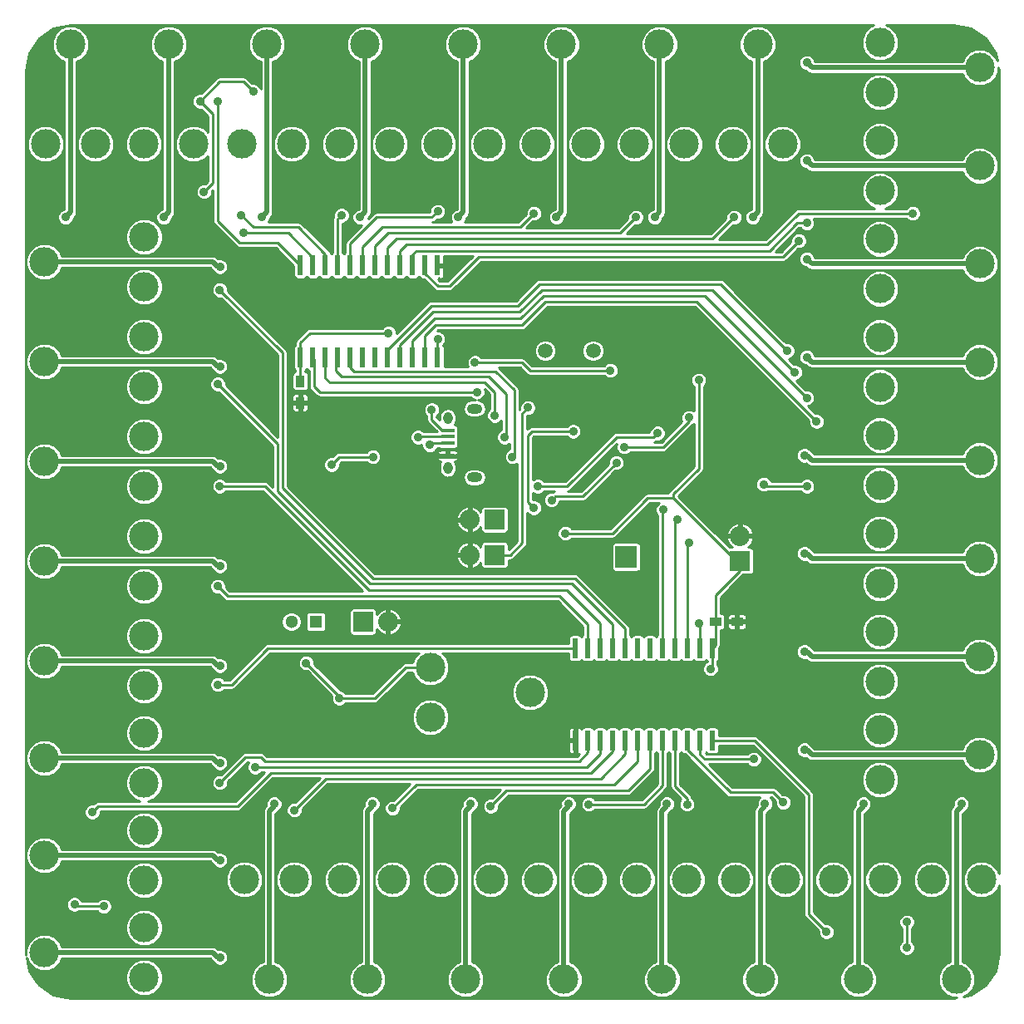
<source format=gbl>
G04 #@! TF.FileFunction,Copper,L2,Bot,Signal*
%FSLAX46Y46*%
G04 Gerber Fmt 4.6, Leading zero omitted, Abs format (unit mm)*
G04 Created by KiCad (PCBNEW (2015-11-24 BZR 6329)-product) date Tue 26 Jan 2016 09:35:21 PM EST*
%MOMM*%
G01*
G04 APERTURE LIST*
%ADD10C,0.100000*%
%ADD11C,3.000000*%
%ADD12R,2.032000X2.032000*%
%ADD13O,2.032000X2.032000*%
%ADD14R,0.600000X2.000000*%
%ADD15C,1.300000*%
%ADD16R,1.300000X1.300000*%
%ADD17R,2.235200X2.235200*%
%ADD18R,1.350000X0.400000*%
%ADD19O,0.950000X1.250000*%
%ADD20O,1.550000X1.000000*%
%ADD21C,1.501140*%
%ADD22R,1.200000X0.900000*%
%ADD23R,0.900000X1.200000*%
%ADD24C,0.889000*%
%ADD25C,0.254000*%
%ADD26C,0.500000*%
G04 APERTURE END LIST*
D10*
D11*
X102504000Y-57084000D03*
X102504000Y-52004000D03*
X92344000Y-54544000D03*
X102504000Y-67244000D03*
X102504000Y-62164000D03*
X92344000Y-64704000D03*
X102504000Y-77404000D03*
X102504000Y-72324000D03*
X92344000Y-74864000D03*
X102504000Y-87564000D03*
X102504000Y-82484000D03*
X92344000Y-85024000D03*
X102504000Y-97724000D03*
X102504000Y-92644000D03*
X92344000Y-95184000D03*
X102504000Y-107630000D03*
X102504000Y-102550000D03*
X92344000Y-105090000D03*
X102504000Y-117536000D03*
X102504000Y-112456000D03*
X92344000Y-114996000D03*
X102504000Y-127442000D03*
X102504000Y-122362000D03*
X92344000Y-124902000D03*
X117790000Y-117460000D03*
X112710000Y-117460000D03*
X115250000Y-127620000D03*
X127790000Y-117460000D03*
X122710000Y-117460000D03*
X125250000Y-127620000D03*
X137790000Y-117460000D03*
X132710000Y-117460000D03*
X135250000Y-127620000D03*
X147790000Y-117460000D03*
X142710000Y-117460000D03*
X145250000Y-127620000D03*
X157790000Y-117460000D03*
X152710000Y-117460000D03*
X155250000Y-127620000D03*
X167790000Y-117460000D03*
X162710000Y-117460000D03*
X165250000Y-127620000D03*
X177790000Y-117460000D03*
X172710000Y-117460000D03*
X175250000Y-127620000D03*
X187790000Y-117460000D03*
X182710000Y-117460000D03*
X185250000Y-127620000D03*
X177460000Y-102210000D03*
X177460000Y-107290000D03*
X187620000Y-104750000D03*
X177460000Y-92210000D03*
X177460000Y-97290000D03*
X187620000Y-94750000D03*
X177460000Y-82210000D03*
X177460000Y-87290000D03*
X187620000Y-84750000D03*
X177460000Y-72210000D03*
X177460000Y-77290000D03*
X187620000Y-74750000D03*
X177460000Y-62210000D03*
X177460000Y-67290000D03*
X187620000Y-64750000D03*
X177460000Y-52210000D03*
X177460000Y-57290000D03*
X187620000Y-54750000D03*
X177460000Y-42210000D03*
X177460000Y-47290000D03*
X187620000Y-44750000D03*
X177460000Y-32210000D03*
X177460000Y-37290000D03*
X187620000Y-34750000D03*
X162460000Y-42540000D03*
X167540000Y-42540000D03*
X165000000Y-32380000D03*
X152460000Y-42540000D03*
X157540000Y-42540000D03*
X155000000Y-32380000D03*
D12*
X163200000Y-85000000D03*
D13*
X163200000Y-82460000D03*
D11*
X92460000Y-42540000D03*
X97540000Y-42540000D03*
X95000000Y-32380000D03*
X102460000Y-42540000D03*
X107540000Y-42540000D03*
X105000000Y-32380000D03*
X112460000Y-42540000D03*
X117540000Y-42540000D03*
X115000000Y-32380000D03*
X122460000Y-42540000D03*
X127540000Y-42540000D03*
X125000000Y-32380000D03*
X132460000Y-42540000D03*
X137540000Y-42540000D03*
X135000000Y-32380000D03*
X142460000Y-42540000D03*
X147540000Y-42540000D03*
X145000000Y-32380000D03*
D14*
X118415000Y-54900000D03*
X119685000Y-54900000D03*
X120955000Y-54900000D03*
X122225000Y-54900000D03*
X123495000Y-54900000D03*
X124765000Y-54900000D03*
X126035000Y-54900000D03*
X127305000Y-54900000D03*
X128575000Y-54900000D03*
X129845000Y-54900000D03*
X131115000Y-54900000D03*
X132385000Y-54900000D03*
X132385000Y-64300000D03*
X131115000Y-64300000D03*
X129845000Y-64300000D03*
X128575000Y-64300000D03*
X127305000Y-64300000D03*
X126035000Y-64300000D03*
X124765000Y-64300000D03*
X123495000Y-64300000D03*
X122225000Y-64300000D03*
X120955000Y-64300000D03*
X119685000Y-64300000D03*
X118415000Y-64300000D03*
X160385000Y-103300000D03*
X159115000Y-103300000D03*
X157845000Y-103300000D03*
X156575000Y-103300000D03*
X155305000Y-103300000D03*
X154035000Y-103300000D03*
X152765000Y-103300000D03*
X151495000Y-103300000D03*
X150225000Y-103300000D03*
X148955000Y-103300000D03*
X147685000Y-103300000D03*
X146415000Y-103300000D03*
X146415000Y-93900000D03*
X147685000Y-93900000D03*
X148955000Y-93900000D03*
X150225000Y-93900000D03*
X151495000Y-93900000D03*
X152765000Y-93900000D03*
X154035000Y-93900000D03*
X155305000Y-93900000D03*
X156575000Y-93900000D03*
X157845000Y-93900000D03*
X159115000Y-93900000D03*
X160385000Y-93900000D03*
D15*
X117500000Y-91200000D03*
D16*
X120000000Y-91200000D03*
D12*
X124800000Y-91200000D03*
D13*
X127340000Y-91200000D03*
D17*
X151600000Y-84600000D03*
D18*
X133437460Y-71699100D03*
X133437460Y-72349100D03*
X133437460Y-72999100D03*
X133437460Y-73649100D03*
X133437460Y-74299100D03*
D19*
X133437460Y-70499100D03*
X133437460Y-75499100D03*
D20*
X136137460Y-69499100D03*
X136137460Y-76499100D03*
D12*
X138200000Y-84400000D03*
D13*
X135660000Y-84400000D03*
D12*
X138200000Y-80800000D03*
D13*
X135660000Y-80800000D03*
D11*
X131660000Y-95860000D03*
X131660000Y-100940000D03*
X141820000Y-98400000D03*
D21*
X148240940Y-63600000D03*
X143359060Y-63600000D03*
D22*
X160700000Y-91200000D03*
X162900000Y-91200000D03*
D23*
X118400000Y-66700000D03*
X118400000Y-68900000D03*
D24*
X120800000Y-102600000D03*
X148200000Y-71000000D03*
X174000000Y-86200000D03*
X133400000Y-55000000D03*
X94500000Y-50000000D03*
X170000000Y-77400000D03*
X165600000Y-77200000D03*
X95400000Y-120000000D03*
X98400000Y-120200000D03*
X180200000Y-124400000D03*
X180200000Y-121800000D03*
X113600000Y-37200000D03*
X108600000Y-47400000D03*
X108200000Y-38200000D03*
X104500000Y-50000000D03*
X114500000Y-50000000D03*
X124500000Y-50000000D03*
X134500000Y-50000000D03*
X144500000Y-50000000D03*
X154500000Y-50000000D03*
X164500000Y-50000000D03*
X170000000Y-34250000D03*
X170000000Y-44250000D03*
X170000000Y-54250000D03*
X170000000Y-64250000D03*
X169750000Y-74250000D03*
X169750000Y-84250000D03*
X169750000Y-94250000D03*
X169750000Y-104250000D03*
X185750000Y-109750000D03*
X175750000Y-109750000D03*
X165750000Y-109750000D03*
X155750000Y-109750000D03*
X145750000Y-109750000D03*
X135750000Y-109750000D03*
X125750000Y-109750000D03*
X115750000Y-109750000D03*
X110214000Y-125402000D03*
X110214000Y-115496000D03*
X110214000Y-105590000D03*
X110214000Y-95684000D03*
X110214000Y-85524000D03*
X110214000Y-75364000D03*
X110214000Y-65204000D03*
X110214000Y-55044000D03*
X160200000Y-96000000D03*
X127400000Y-61800000D03*
X131800000Y-69600000D03*
X136200000Y-64800000D03*
X150000000Y-65600000D03*
X159000000Y-66600000D03*
X145400000Y-82200000D03*
X122400000Y-99000000D03*
X119000000Y-95400000D03*
X141600000Y-69400000D03*
X146200000Y-71800000D03*
X142200000Y-79600000D03*
X136400000Y-67800000D03*
X138200000Y-70200000D03*
X139200000Y-72400000D03*
X140000000Y-74400000D03*
X159000000Y-91400000D03*
X158000000Y-83200000D03*
X156800000Y-80800000D03*
X155400000Y-79800000D03*
X158000000Y-70400000D03*
X151400000Y-73400000D03*
X121600000Y-75200000D03*
X125800000Y-74400000D03*
X142600000Y-77400000D03*
X154800000Y-72000000D03*
X150600000Y-75000000D03*
X144000000Y-78800000D03*
X130400000Y-72400000D03*
X131600000Y-73200000D03*
X110000000Y-38200000D03*
X112600000Y-51600000D03*
X112400000Y-49800000D03*
X122600000Y-49800000D03*
X132400000Y-49400000D03*
X142200000Y-49600000D03*
X152600000Y-50000000D03*
X162600000Y-50000000D03*
X180800000Y-49600000D03*
X170000000Y-50600000D03*
X169200000Y-52400000D03*
X132400000Y-62400000D03*
X171000000Y-70800000D03*
X170000000Y-68400000D03*
X168800000Y-65800000D03*
X168000000Y-63600000D03*
X172000000Y-122800000D03*
X164600000Y-105200000D03*
X167600000Y-109600000D03*
X157800000Y-109800000D03*
X147800000Y-109800000D03*
X137800000Y-110000000D03*
X127800000Y-110200000D03*
X117800000Y-110400000D03*
X97200000Y-110600000D03*
X113800000Y-106000000D03*
X110200000Y-107600000D03*
X110000000Y-97600000D03*
X110000000Y-87600000D03*
X110200000Y-77400000D03*
X110000000Y-67000000D03*
X110200000Y-57400000D03*
D25*
X132385000Y-54900000D02*
X133300000Y-54900000D01*
X133300000Y-54900000D02*
X133400000Y-55000000D01*
D26*
X95000000Y-32380000D02*
X95000000Y-49500000D01*
X95000000Y-49500000D02*
X94500000Y-50000000D01*
D25*
X165800000Y-77400000D02*
X170000000Y-77400000D01*
X165600000Y-77200000D02*
X165800000Y-77400000D01*
X95600000Y-120200000D02*
X95400000Y-120000000D01*
X98400000Y-120200000D02*
X95600000Y-120200000D01*
X180200000Y-124600000D02*
X180200000Y-124400000D01*
X180200000Y-121800000D02*
X180200000Y-124600000D01*
X108200000Y-38200000D02*
X110200000Y-36200000D01*
X112600000Y-36200000D02*
X113600000Y-37200000D01*
X110200000Y-36200000D02*
X112600000Y-36200000D01*
X109491998Y-46508002D02*
X108600000Y-47400000D01*
X109491998Y-39491998D02*
X109491998Y-46508002D01*
X108200000Y-38200000D02*
X109491998Y-39491998D01*
D26*
X105000000Y-49500000D02*
X105000000Y-32380000D01*
X104500000Y-50000000D02*
X105000000Y-49500000D01*
X115000000Y-49500000D02*
X115000000Y-32380000D01*
X114500000Y-50000000D02*
X115000000Y-49500000D01*
X125000000Y-49500000D02*
X125000000Y-32380000D01*
X124500000Y-50000000D02*
X125000000Y-49500000D01*
X135000000Y-49500000D02*
X135000000Y-32380000D01*
X134500000Y-50000000D02*
X135000000Y-49500000D01*
X145000000Y-49500000D02*
X145000000Y-32380000D01*
X144500000Y-50000000D02*
X145000000Y-49500000D01*
X154500000Y-50000000D02*
X155000000Y-49500000D01*
X155000000Y-49500000D02*
X155000000Y-32380000D01*
X165000000Y-49500000D02*
X165000000Y-32380000D01*
X164500000Y-50000000D02*
X165000000Y-49500000D01*
X170000000Y-34250000D02*
X170500000Y-34750000D01*
X170500000Y-34750000D02*
X187620000Y-34750000D01*
X170500000Y-44750000D02*
X187620000Y-44750000D01*
X170000000Y-44250000D02*
X170500000Y-44750000D01*
X170000000Y-54250000D02*
X170500000Y-54750000D01*
X170500000Y-54750000D02*
X187620000Y-54750000D01*
X170500000Y-64750000D02*
X187620000Y-64750000D01*
X170000000Y-64250000D02*
X170500000Y-64750000D01*
X170000000Y-74250000D02*
X170500000Y-74750000D01*
X170500000Y-74750000D02*
X187620000Y-74750000D01*
X170500000Y-84750000D02*
X187620000Y-84750000D01*
X170000000Y-84250000D02*
X170500000Y-84750000D01*
X170000000Y-94250000D02*
X170500000Y-94750000D01*
X170500000Y-94750000D02*
X187620000Y-94750000D01*
X170500000Y-104750000D02*
X187620000Y-104750000D01*
X170000000Y-104250000D02*
X170500000Y-104750000D01*
X185750000Y-110000000D02*
X185250000Y-110500000D01*
X185250000Y-110500000D02*
X185250000Y-127620000D01*
X175250000Y-110500000D02*
X175250000Y-127620000D01*
X175750000Y-110000000D02*
X175250000Y-110500000D01*
X165750000Y-110000000D02*
X165250000Y-110500000D01*
X165250000Y-110500000D02*
X165250000Y-127620000D01*
X155250000Y-110500000D02*
X155250000Y-127620000D01*
X155750000Y-110000000D02*
X155250000Y-110500000D01*
X145750000Y-110000000D02*
X145250000Y-110500000D01*
X145250000Y-110500000D02*
X145250000Y-127620000D01*
X135250000Y-110500000D02*
X135250000Y-127620000D01*
X135750000Y-110000000D02*
X135250000Y-110500000D01*
X125750000Y-110000000D02*
X125250000Y-110500000D01*
X125250000Y-110500000D02*
X125250000Y-127620000D01*
X115250000Y-110500000D02*
X115250000Y-127620000D01*
X115750000Y-110000000D02*
X115250000Y-110500000D01*
X109964000Y-125402000D02*
X109464000Y-124902000D01*
X109464000Y-124902000D02*
X92344000Y-124902000D01*
X109464000Y-114996000D02*
X92344000Y-114996000D01*
X109964000Y-115496000D02*
X109464000Y-114996000D01*
X109964000Y-105590000D02*
X109464000Y-105090000D01*
X109464000Y-105090000D02*
X92344000Y-105090000D01*
X109464000Y-95184000D02*
X92344000Y-95184000D01*
X109964000Y-95684000D02*
X109464000Y-95184000D01*
X109964000Y-85524000D02*
X109464000Y-85024000D01*
X109464000Y-85024000D02*
X92344000Y-85024000D01*
X109464000Y-74864000D02*
X92344000Y-74864000D01*
X109964000Y-75364000D02*
X109464000Y-74864000D01*
X109964000Y-65204000D02*
X109464000Y-64704000D01*
X109464000Y-64704000D02*
X92344000Y-64704000D01*
X109464000Y-54544000D02*
X92344000Y-54544000D01*
X109964000Y-55044000D02*
X109464000Y-54544000D01*
D25*
X160385000Y-95815000D02*
X160385000Y-93900000D01*
X160200000Y-96000000D02*
X160385000Y-95815000D01*
X118415000Y-64300000D02*
X118415000Y-62785000D01*
X119400000Y-61800000D02*
X127400000Y-61800000D01*
X118415000Y-62785000D02*
X119400000Y-61800000D01*
X118415000Y-64300000D02*
X118415000Y-66685000D01*
X118415000Y-66685000D02*
X118400000Y-66700000D01*
X133437460Y-71699100D02*
X132899100Y-71699100D01*
X132899100Y-71699100D02*
X131800000Y-70600000D01*
X131800000Y-70600000D02*
X131800000Y-69600000D01*
X141000000Y-64800000D02*
X136200000Y-64800000D01*
X141800000Y-65600000D02*
X141000000Y-64800000D01*
X150000000Y-65600000D02*
X141800000Y-65600000D01*
X156400000Y-78600000D02*
X156400000Y-78200000D01*
X159000000Y-75600000D02*
X159000000Y-66600000D01*
X156400000Y-78200000D02*
X159000000Y-75600000D01*
X163200000Y-85000000D02*
X162800000Y-85000000D01*
X162800000Y-85000000D02*
X156400000Y-78600000D01*
X150200000Y-82200000D02*
X145400000Y-82200000D01*
X153800000Y-78600000D02*
X150200000Y-82200000D01*
X156400000Y-78600000D02*
X153800000Y-78600000D01*
X163200000Y-85000000D02*
X163200000Y-86000000D01*
X163200000Y-86000000D02*
X160700000Y-88500000D01*
X160700000Y-88500000D02*
X160700000Y-91200000D01*
X131660000Y-95860000D02*
X129140000Y-95860000D01*
X126000000Y-99000000D02*
X122400000Y-99000000D01*
X129140000Y-95860000D02*
X126000000Y-99000000D01*
X122400000Y-98800000D02*
X122400000Y-99000000D01*
X119000000Y-95400000D02*
X122400000Y-98800000D01*
X160700000Y-91200000D02*
X160700000Y-93585000D01*
X160700000Y-93585000D02*
X160385000Y-93900000D01*
X139800000Y-84400000D02*
X138200000Y-84400000D01*
X141000000Y-83200000D02*
X139800000Y-84400000D01*
X141000000Y-70000000D02*
X141000000Y-83200000D01*
X141600000Y-69400000D02*
X141000000Y-70000000D01*
X146200000Y-71800000D02*
X142000000Y-71800000D01*
X141600000Y-72200000D02*
X141600000Y-79000000D01*
X142000000Y-71800000D02*
X141600000Y-72200000D01*
X141600000Y-79000000D02*
X142200000Y-79600000D01*
X141600000Y-79000000D02*
X142200000Y-79600000D01*
X142200000Y-79600000D02*
X142400000Y-79400000D01*
X119800000Y-67200000D02*
X119800000Y-64415000D01*
X120400000Y-67800000D02*
X119800000Y-67200000D01*
X136400000Y-67800000D02*
X120400000Y-67800000D01*
X119800000Y-64415000D02*
X119685000Y-64300000D01*
X120955000Y-66355000D02*
X120955000Y-64300000D01*
X121400000Y-66800000D02*
X120955000Y-66355000D01*
X137200000Y-66800000D02*
X121400000Y-66800000D01*
X138200000Y-67800000D02*
X137200000Y-66800000D01*
X138200000Y-70200000D02*
X138200000Y-67800000D01*
X122000000Y-65600000D02*
X122000000Y-65000000D01*
X122600000Y-66200000D02*
X122000000Y-65600000D01*
X137600000Y-66200000D02*
X122600000Y-66200000D01*
X139400000Y-68000000D02*
X137600000Y-66200000D01*
X139400000Y-72200000D02*
X139400000Y-68000000D01*
X139200000Y-72400000D02*
X139400000Y-72200000D01*
X122000000Y-65000000D02*
X122225000Y-64300000D01*
X123891998Y-65691998D02*
X123495000Y-65295000D01*
X138291998Y-65691998D02*
X123891998Y-65691998D01*
X140200000Y-67600000D02*
X138291998Y-65691998D01*
X140200000Y-74200000D02*
X140200000Y-67600000D01*
X140000000Y-74400000D02*
X140200000Y-74200000D01*
X123495000Y-65295000D02*
X123495000Y-64300000D01*
X159115000Y-91515000D02*
X159115000Y-93900000D01*
X159000000Y-91400000D02*
X159115000Y-91515000D01*
X157845000Y-83355000D02*
X157845000Y-93900000D01*
X158000000Y-83200000D02*
X157845000Y-83355000D01*
X156575000Y-81025000D02*
X156575000Y-93900000D01*
X156800000Y-80800000D02*
X156575000Y-81025000D01*
X155305000Y-79895000D02*
X155305000Y-93900000D01*
X155400000Y-79800000D02*
X155305000Y-79895000D01*
X158000000Y-70800000D02*
X158000000Y-70400000D01*
X155400000Y-73400000D02*
X158000000Y-70800000D01*
X151400000Y-73400000D02*
X155400000Y-73400000D01*
X122400000Y-74400000D02*
X121600000Y-75200000D01*
X125800000Y-74400000D02*
X122400000Y-74400000D01*
X145600000Y-77400000D02*
X142600000Y-77400000D01*
X150600000Y-72400000D02*
X145600000Y-77400000D01*
X154400000Y-72400000D02*
X150600000Y-72400000D01*
X154800000Y-72000000D02*
X154400000Y-72400000D01*
X147200000Y-78400000D02*
X150600000Y-75000000D01*
X144400000Y-78400000D02*
X147200000Y-78400000D01*
X144000000Y-78800000D02*
X144400000Y-78400000D01*
X130450900Y-72349100D02*
X133437460Y-72349100D01*
X130400000Y-72400000D02*
X130450900Y-72349100D01*
X131600000Y-73200000D02*
X131800900Y-72999100D01*
X131800900Y-72999100D02*
X133437460Y-72999100D01*
X118415000Y-54900000D02*
X116115000Y-52600000D01*
X110000000Y-50400000D02*
X110000000Y-38200000D01*
X112200000Y-52600000D02*
X110000000Y-50400000D01*
X114600000Y-52600000D02*
X112200000Y-52600000D01*
X116115000Y-52600000D02*
X114600000Y-52600000D01*
X119685000Y-54900000D02*
X119685000Y-54085000D01*
X119685000Y-54085000D02*
X117200000Y-51600000D01*
X117200000Y-51600000D02*
X112600000Y-51600000D01*
X120955000Y-54900000D02*
X120955000Y-53755000D01*
X113600000Y-51000000D02*
X112400000Y-49800000D01*
X118200000Y-51000000D02*
X113600000Y-51000000D01*
X120955000Y-53755000D02*
X118200000Y-51000000D01*
X122225000Y-54900000D02*
X122225000Y-50175000D01*
X122225000Y-50175000D02*
X122600000Y-49800000D01*
X123495000Y-54900000D02*
X123495000Y-52705000D01*
X131800000Y-50000000D02*
X132400000Y-49400000D01*
X126200000Y-50000000D02*
X131800000Y-50000000D01*
X123495000Y-52705000D02*
X126200000Y-50000000D01*
X124765000Y-54900000D02*
X124765000Y-53035000D01*
X140800000Y-51000000D02*
X142200000Y-49600000D01*
X126800000Y-51000000D02*
X140800000Y-51000000D01*
X124765000Y-53035000D02*
X126800000Y-51000000D01*
X126035000Y-54900000D02*
X126035000Y-52965000D01*
X151000000Y-51600000D02*
X152600000Y-50000000D01*
X127400000Y-51600000D02*
X151000000Y-51600000D01*
X126035000Y-52965000D02*
X127400000Y-51600000D01*
X127305000Y-54900000D02*
X127305000Y-53095000D01*
X160400000Y-52200000D02*
X162600000Y-50000000D01*
X128200000Y-52200000D02*
X160400000Y-52200000D01*
X127305000Y-53095000D02*
X128200000Y-52200000D01*
X128575000Y-54900000D02*
X128575000Y-53425000D01*
X169200000Y-49600000D02*
X180800000Y-49600000D01*
X166000000Y-52800000D02*
X169200000Y-49600000D01*
X129200000Y-52800000D02*
X166000000Y-52800000D01*
X128575000Y-53425000D02*
X129200000Y-52800000D01*
X129845000Y-54900000D02*
X129845000Y-53755000D01*
X169000000Y-50600000D02*
X170000000Y-50600000D01*
X166200000Y-53400000D02*
X169000000Y-50600000D01*
X130200000Y-53400000D02*
X166200000Y-53400000D01*
X129845000Y-53755000D02*
X130200000Y-53400000D01*
X131115000Y-54900000D02*
X131115000Y-55715000D01*
X131115000Y-55715000D02*
X132400000Y-57000000D01*
X132400000Y-57000000D02*
X133600000Y-57000000D01*
X133600000Y-57000000D02*
X136600000Y-54000000D01*
X136600000Y-54000000D02*
X167600000Y-54000000D01*
X167600000Y-54000000D02*
X169200000Y-52400000D01*
X132385000Y-62415000D02*
X132385000Y-64300000D01*
X132400000Y-62400000D02*
X132385000Y-62415000D01*
X131115000Y-64300000D02*
X131115000Y-62085000D01*
X158800000Y-58600000D02*
X171000000Y-70800000D01*
X143400000Y-58600000D02*
X158800000Y-58600000D01*
X141000000Y-61000000D02*
X143400000Y-58600000D01*
X132200000Y-61000000D02*
X141000000Y-61000000D01*
X131115000Y-62085000D02*
X132200000Y-61000000D01*
X129845000Y-64300000D02*
X129845000Y-62555000D01*
X159600000Y-58000000D02*
X170000000Y-68400000D01*
X143200000Y-58000000D02*
X159600000Y-58000000D01*
X140859212Y-60340788D02*
X143200000Y-58000000D01*
X132059212Y-60340788D02*
X140859212Y-60340788D01*
X129845000Y-62555000D02*
X132059212Y-60340788D01*
X128575000Y-64300000D02*
X128575000Y-63025000D01*
X160400000Y-57400000D02*
X168800000Y-65800000D01*
X143000000Y-57400000D02*
X160400000Y-57400000D01*
X140759212Y-59640788D02*
X143000000Y-57400000D01*
X131959212Y-59640788D02*
X140759212Y-59640788D01*
X128575000Y-63025000D02*
X131959212Y-59640788D01*
X127305000Y-64300000D02*
X127305000Y-63495000D01*
X127305000Y-63495000D02*
X131800000Y-59000000D01*
X131800000Y-59000000D02*
X140600000Y-59000000D01*
X140600000Y-59000000D02*
X142800000Y-56800000D01*
X142800000Y-56800000D02*
X161200000Y-56800000D01*
X161200000Y-56800000D02*
X168000000Y-63600000D01*
X160385000Y-103300000D02*
X164700000Y-103300000D01*
X170200000Y-121000000D02*
X172000000Y-122800000D01*
X170200000Y-108800000D02*
X170200000Y-121000000D01*
X164700000Y-103300000D02*
X170200000Y-108800000D01*
X159115000Y-103300000D02*
X159115000Y-104715000D01*
X159600000Y-105200000D02*
X164600000Y-105200000D01*
X159115000Y-104715000D02*
X159600000Y-105200000D01*
X157845000Y-103300000D02*
X157845000Y-104245000D01*
X157845000Y-104245000D02*
X162200000Y-108600000D01*
X162200000Y-108600000D02*
X166600000Y-108600000D01*
X166600000Y-108600000D02*
X167600000Y-109600000D01*
X156575000Y-103300000D02*
X156575000Y-107975000D01*
X157800000Y-109200000D02*
X157800000Y-109800000D01*
X156575000Y-107975000D02*
X157800000Y-109200000D01*
X155305000Y-103300000D02*
X155305000Y-107895000D01*
X153400000Y-109800000D02*
X147800000Y-109800000D01*
X155305000Y-107895000D02*
X153400000Y-109800000D01*
X154035000Y-103300000D02*
X154035000Y-106165000D01*
X139400000Y-108400000D02*
X137800000Y-110000000D01*
X151800000Y-108400000D02*
X139400000Y-108400000D01*
X154035000Y-106165000D02*
X151800000Y-108400000D01*
X152765000Y-103300000D02*
X152765000Y-105435000D01*
X130200000Y-107800000D02*
X127800000Y-110200000D01*
X150400000Y-107800000D02*
X130200000Y-107800000D01*
X152765000Y-105435000D02*
X150400000Y-107800000D01*
X151495000Y-103300000D02*
X151495000Y-104705000D01*
X121000000Y-107200000D02*
X117800000Y-110400000D01*
X149000000Y-107200000D02*
X121000000Y-107200000D01*
X151495000Y-104705000D02*
X149000000Y-107200000D01*
X150225000Y-103300000D02*
X150225000Y-104375000D01*
X97800000Y-110000000D02*
X97200000Y-110600000D01*
X112000000Y-110000000D02*
X97800000Y-110000000D01*
X115400000Y-106600000D02*
X112000000Y-110000000D01*
X148000000Y-106600000D02*
X115400000Y-106600000D01*
X150225000Y-104375000D02*
X148000000Y-106600000D01*
X148955000Y-103300000D02*
X148955000Y-104645000D01*
X147600000Y-106000000D02*
X113800000Y-106000000D01*
X148955000Y-104645000D02*
X147600000Y-106000000D01*
X147685000Y-103300000D02*
X147685000Y-104515000D01*
X112800000Y-105000000D02*
X110200000Y-107600000D01*
X114400000Y-105000000D02*
X112800000Y-105000000D01*
X114800000Y-105400000D02*
X114400000Y-105000000D01*
X146800000Y-105400000D02*
X114800000Y-105400000D01*
X147685000Y-104515000D02*
X146800000Y-105400000D01*
X146415000Y-93900000D02*
X115100000Y-93900000D01*
X111400000Y-97600000D02*
X110000000Y-97600000D01*
X115100000Y-93900000D02*
X111400000Y-97600000D01*
X147685000Y-93900000D02*
X147685000Y-91485000D01*
X111000000Y-88600000D02*
X110000000Y-87600000D01*
X144800000Y-88600000D02*
X111000000Y-88600000D01*
X147685000Y-91485000D02*
X144800000Y-88600000D01*
X148955000Y-91355000D02*
X148955000Y-93900000D01*
X145600000Y-88000000D02*
X148955000Y-91355000D01*
X125400000Y-88000000D02*
X145600000Y-88000000D01*
X114800000Y-77400000D02*
X125400000Y-88000000D01*
X110200000Y-77400000D02*
X114800000Y-77400000D01*
X150225000Y-93900000D02*
X150225000Y-91425000D01*
X116091998Y-73091998D02*
X110000000Y-67000000D01*
X116091998Y-77891998D02*
X116091998Y-73091998D01*
X125508002Y-87308002D02*
X116091998Y-77891998D01*
X146108002Y-87308002D02*
X125508002Y-87308002D01*
X150225000Y-91425000D02*
X146108002Y-87308002D01*
X151495000Y-93900000D02*
X151495000Y-91895000D01*
X116600000Y-63800000D02*
X110200000Y-57400000D01*
X116600000Y-77600000D02*
X116600000Y-63800000D01*
X125800000Y-86800000D02*
X116600000Y-77600000D01*
X146400000Y-86800000D02*
X125800000Y-86800000D01*
X151495000Y-91895000D02*
X146400000Y-86800000D01*
G36*
X176395891Y-30614436D02*
X175866296Y-31143108D01*
X175579327Y-31834204D01*
X175578674Y-32582513D01*
X175864436Y-33274109D01*
X176393108Y-33803704D01*
X177084204Y-34090673D01*
X177832513Y-34091326D01*
X178524109Y-33805564D01*
X179053704Y-33276892D01*
X179340673Y-32585796D01*
X179341326Y-31837487D01*
X179055564Y-31145891D01*
X178526892Y-30616296D01*
X178080651Y-30431000D01*
X184957552Y-30431000D01*
X186745249Y-30786595D01*
X188224801Y-31775200D01*
X189213405Y-33254751D01*
X189376769Y-34076037D01*
X189215564Y-33685891D01*
X188686892Y-33156296D01*
X187995796Y-32869327D01*
X187247487Y-32868674D01*
X186555891Y-33154436D01*
X186026296Y-33683108D01*
X185845297Y-34119000D01*
X170825615Y-34119000D01*
X170825643Y-34086518D01*
X170700233Y-33783002D01*
X170468219Y-33550583D01*
X170164923Y-33424643D01*
X169836518Y-33424357D01*
X169533002Y-33549767D01*
X169300583Y-33781781D01*
X169174643Y-34085077D01*
X169174357Y-34413482D01*
X169299767Y-34716998D01*
X169531781Y-34949417D01*
X169835077Y-35075357D01*
X169933074Y-35075442D01*
X170053816Y-35196185D01*
X170258527Y-35332968D01*
X170500000Y-35381000D01*
X185845479Y-35381000D01*
X186024436Y-35814109D01*
X186553108Y-36343704D01*
X187244204Y-36630673D01*
X187992513Y-36631326D01*
X188684109Y-36345564D01*
X189213704Y-35816892D01*
X189500673Y-35125796D01*
X189501044Y-34700809D01*
X189569000Y-35042448D01*
X189569000Y-116839839D01*
X189385564Y-116395891D01*
X188856892Y-115866296D01*
X188165796Y-115579327D01*
X187417487Y-115578674D01*
X186725891Y-115864436D01*
X186196296Y-116393108D01*
X185909327Y-117084204D01*
X185908674Y-117832513D01*
X186194436Y-118524109D01*
X186723108Y-119053704D01*
X187414204Y-119340673D01*
X188162513Y-119341326D01*
X188854109Y-119055564D01*
X189383704Y-118526892D01*
X189569000Y-118080651D01*
X189569000Y-124957552D01*
X189213405Y-126745249D01*
X188224801Y-128224800D01*
X186745249Y-129213405D01*
X185923963Y-129376769D01*
X186314109Y-129215564D01*
X186843704Y-128686892D01*
X187130673Y-127995796D01*
X187131326Y-127247487D01*
X186845564Y-126555891D01*
X186316892Y-126026296D01*
X185881000Y-125845297D01*
X185881000Y-110761368D01*
X186174630Y-110467739D01*
X186216998Y-110450233D01*
X186449417Y-110218219D01*
X186575357Y-109914923D01*
X186575643Y-109586518D01*
X186450233Y-109283002D01*
X186218219Y-109050583D01*
X185914923Y-108924643D01*
X185586518Y-108924357D01*
X185283002Y-109049767D01*
X185050583Y-109281781D01*
X184924643Y-109585077D01*
X184924357Y-109913482D01*
X184930144Y-109927488D01*
X184803816Y-110053816D01*
X184667032Y-110258527D01*
X184619000Y-110500000D01*
X184619000Y-125845479D01*
X184185891Y-126024436D01*
X183656296Y-126553108D01*
X183369327Y-127244204D01*
X183368674Y-127992513D01*
X183654436Y-128684109D01*
X184183108Y-129213704D01*
X184874204Y-129500673D01*
X185299191Y-129501044D01*
X184957552Y-129569000D01*
X95042448Y-129569000D01*
X93254751Y-129213405D01*
X91775200Y-128224801D01*
X91501055Y-127814513D01*
X100622674Y-127814513D01*
X100908436Y-128506109D01*
X101437108Y-129035704D01*
X102128204Y-129322673D01*
X102876513Y-129323326D01*
X103568109Y-129037564D01*
X104097704Y-128508892D01*
X104312123Y-127992513D01*
X113368674Y-127992513D01*
X113654436Y-128684109D01*
X114183108Y-129213704D01*
X114874204Y-129500673D01*
X115622513Y-129501326D01*
X116314109Y-129215564D01*
X116843704Y-128686892D01*
X117130673Y-127995796D01*
X117130675Y-127992513D01*
X123368674Y-127992513D01*
X123654436Y-128684109D01*
X124183108Y-129213704D01*
X124874204Y-129500673D01*
X125622513Y-129501326D01*
X126314109Y-129215564D01*
X126843704Y-128686892D01*
X127130673Y-127995796D01*
X127130675Y-127992513D01*
X133368674Y-127992513D01*
X133654436Y-128684109D01*
X134183108Y-129213704D01*
X134874204Y-129500673D01*
X135622513Y-129501326D01*
X136314109Y-129215564D01*
X136843704Y-128686892D01*
X137130673Y-127995796D01*
X137130675Y-127992513D01*
X143368674Y-127992513D01*
X143654436Y-128684109D01*
X144183108Y-129213704D01*
X144874204Y-129500673D01*
X145622513Y-129501326D01*
X146314109Y-129215564D01*
X146843704Y-128686892D01*
X147130673Y-127995796D01*
X147130675Y-127992513D01*
X153368674Y-127992513D01*
X153654436Y-128684109D01*
X154183108Y-129213704D01*
X154874204Y-129500673D01*
X155622513Y-129501326D01*
X156314109Y-129215564D01*
X156843704Y-128686892D01*
X157130673Y-127995796D01*
X157131326Y-127247487D01*
X156845564Y-126555891D01*
X156316892Y-126026296D01*
X155881000Y-125845297D01*
X155881000Y-117832513D01*
X155908674Y-117832513D01*
X156194436Y-118524109D01*
X156723108Y-119053704D01*
X157414204Y-119340673D01*
X158162513Y-119341326D01*
X158854109Y-119055564D01*
X159383704Y-118526892D01*
X159670673Y-117835796D01*
X159670675Y-117832513D01*
X160828674Y-117832513D01*
X161114436Y-118524109D01*
X161643108Y-119053704D01*
X162334204Y-119340673D01*
X163082513Y-119341326D01*
X163774109Y-119055564D01*
X164303704Y-118526892D01*
X164590673Y-117835796D01*
X164591326Y-117087487D01*
X164305564Y-116395891D01*
X163776892Y-115866296D01*
X163085796Y-115579327D01*
X162337487Y-115578674D01*
X161645891Y-115864436D01*
X161116296Y-116393108D01*
X160829327Y-117084204D01*
X160828674Y-117832513D01*
X159670675Y-117832513D01*
X159671326Y-117087487D01*
X159385564Y-116395891D01*
X158856892Y-115866296D01*
X158165796Y-115579327D01*
X157417487Y-115578674D01*
X156725891Y-115864436D01*
X156196296Y-116393108D01*
X155909327Y-117084204D01*
X155908674Y-117832513D01*
X155881000Y-117832513D01*
X155881000Y-110761368D01*
X156174630Y-110467739D01*
X156216998Y-110450233D01*
X156449417Y-110218219D01*
X156575357Y-109914923D01*
X156575643Y-109586518D01*
X156450233Y-109283002D01*
X156218219Y-109050583D01*
X155914923Y-108924643D01*
X155586518Y-108924357D01*
X155283002Y-109049767D01*
X155050583Y-109281781D01*
X154924643Y-109585077D01*
X154924357Y-109913482D01*
X154930144Y-109927488D01*
X154803816Y-110053816D01*
X154667032Y-110258527D01*
X154619000Y-110500000D01*
X154619000Y-125845479D01*
X154185891Y-126024436D01*
X153656296Y-126553108D01*
X153369327Y-127244204D01*
X153368674Y-127992513D01*
X147130675Y-127992513D01*
X147131326Y-127247487D01*
X146845564Y-126555891D01*
X146316892Y-126026296D01*
X145881000Y-125845297D01*
X145881000Y-117832513D01*
X145908674Y-117832513D01*
X146194436Y-118524109D01*
X146723108Y-119053704D01*
X147414204Y-119340673D01*
X148162513Y-119341326D01*
X148854109Y-119055564D01*
X149383704Y-118526892D01*
X149670673Y-117835796D01*
X149670675Y-117832513D01*
X150828674Y-117832513D01*
X151114436Y-118524109D01*
X151643108Y-119053704D01*
X152334204Y-119340673D01*
X153082513Y-119341326D01*
X153774109Y-119055564D01*
X154303704Y-118526892D01*
X154590673Y-117835796D01*
X154591326Y-117087487D01*
X154305564Y-116395891D01*
X153776892Y-115866296D01*
X153085796Y-115579327D01*
X152337487Y-115578674D01*
X151645891Y-115864436D01*
X151116296Y-116393108D01*
X150829327Y-117084204D01*
X150828674Y-117832513D01*
X149670675Y-117832513D01*
X149671326Y-117087487D01*
X149385564Y-116395891D01*
X148856892Y-115866296D01*
X148165796Y-115579327D01*
X147417487Y-115578674D01*
X146725891Y-115864436D01*
X146196296Y-116393108D01*
X145909327Y-117084204D01*
X145908674Y-117832513D01*
X145881000Y-117832513D01*
X145881000Y-110761368D01*
X146174630Y-110467739D01*
X146216998Y-110450233D01*
X146449417Y-110218219D01*
X146575357Y-109914923D01*
X146575643Y-109586518D01*
X146450233Y-109283002D01*
X146218219Y-109050583D01*
X145914923Y-108924643D01*
X145586518Y-108924357D01*
X145283002Y-109049767D01*
X145050583Y-109281781D01*
X144924643Y-109585077D01*
X144924357Y-109913482D01*
X144930144Y-109927488D01*
X144803816Y-110053816D01*
X144667032Y-110258527D01*
X144619000Y-110500000D01*
X144619000Y-125845479D01*
X144185891Y-126024436D01*
X143656296Y-126553108D01*
X143369327Y-127244204D01*
X143368674Y-127992513D01*
X137130675Y-127992513D01*
X137131326Y-127247487D01*
X136845564Y-126555891D01*
X136316892Y-126026296D01*
X135881000Y-125845297D01*
X135881000Y-117832513D01*
X135908674Y-117832513D01*
X136194436Y-118524109D01*
X136723108Y-119053704D01*
X137414204Y-119340673D01*
X138162513Y-119341326D01*
X138854109Y-119055564D01*
X139383704Y-118526892D01*
X139670673Y-117835796D01*
X139670675Y-117832513D01*
X140828674Y-117832513D01*
X141114436Y-118524109D01*
X141643108Y-119053704D01*
X142334204Y-119340673D01*
X143082513Y-119341326D01*
X143774109Y-119055564D01*
X144303704Y-118526892D01*
X144590673Y-117835796D01*
X144591326Y-117087487D01*
X144305564Y-116395891D01*
X143776892Y-115866296D01*
X143085796Y-115579327D01*
X142337487Y-115578674D01*
X141645891Y-115864436D01*
X141116296Y-116393108D01*
X140829327Y-117084204D01*
X140828674Y-117832513D01*
X139670675Y-117832513D01*
X139671326Y-117087487D01*
X139385564Y-116395891D01*
X138856892Y-115866296D01*
X138165796Y-115579327D01*
X137417487Y-115578674D01*
X136725891Y-115864436D01*
X136196296Y-116393108D01*
X135909327Y-117084204D01*
X135908674Y-117832513D01*
X135881000Y-117832513D01*
X135881000Y-110761368D01*
X136174630Y-110467739D01*
X136216998Y-110450233D01*
X136449417Y-110218219D01*
X136575357Y-109914923D01*
X136575643Y-109586518D01*
X136450233Y-109283002D01*
X136218219Y-109050583D01*
X135914923Y-108924643D01*
X135586518Y-108924357D01*
X135283002Y-109049767D01*
X135050583Y-109281781D01*
X134924643Y-109585077D01*
X134924357Y-109913482D01*
X134930144Y-109927488D01*
X134803816Y-110053816D01*
X134667032Y-110258527D01*
X134619000Y-110500000D01*
X134619000Y-125845479D01*
X134185891Y-126024436D01*
X133656296Y-126553108D01*
X133369327Y-127244204D01*
X133368674Y-127992513D01*
X127130675Y-127992513D01*
X127131326Y-127247487D01*
X126845564Y-126555891D01*
X126316892Y-126026296D01*
X125881000Y-125845297D01*
X125881000Y-117832513D01*
X125908674Y-117832513D01*
X126194436Y-118524109D01*
X126723108Y-119053704D01*
X127414204Y-119340673D01*
X128162513Y-119341326D01*
X128854109Y-119055564D01*
X129383704Y-118526892D01*
X129670673Y-117835796D01*
X129670675Y-117832513D01*
X130828674Y-117832513D01*
X131114436Y-118524109D01*
X131643108Y-119053704D01*
X132334204Y-119340673D01*
X133082513Y-119341326D01*
X133774109Y-119055564D01*
X134303704Y-118526892D01*
X134590673Y-117835796D01*
X134591326Y-117087487D01*
X134305564Y-116395891D01*
X133776892Y-115866296D01*
X133085796Y-115579327D01*
X132337487Y-115578674D01*
X131645891Y-115864436D01*
X131116296Y-116393108D01*
X130829327Y-117084204D01*
X130828674Y-117832513D01*
X129670675Y-117832513D01*
X129671326Y-117087487D01*
X129385564Y-116395891D01*
X128856892Y-115866296D01*
X128165796Y-115579327D01*
X127417487Y-115578674D01*
X126725891Y-115864436D01*
X126196296Y-116393108D01*
X125909327Y-117084204D01*
X125908674Y-117832513D01*
X125881000Y-117832513D01*
X125881000Y-110761368D01*
X126174630Y-110467739D01*
X126216998Y-110450233D01*
X126449417Y-110218219D01*
X126575357Y-109914923D01*
X126575643Y-109586518D01*
X126450233Y-109283002D01*
X126218219Y-109050583D01*
X125914923Y-108924643D01*
X125586518Y-108924357D01*
X125283002Y-109049767D01*
X125050583Y-109281781D01*
X124924643Y-109585077D01*
X124924357Y-109913482D01*
X124930144Y-109927488D01*
X124803816Y-110053816D01*
X124667032Y-110258527D01*
X124619000Y-110500000D01*
X124619000Y-125845479D01*
X124185891Y-126024436D01*
X123656296Y-126553108D01*
X123369327Y-127244204D01*
X123368674Y-127992513D01*
X117130675Y-127992513D01*
X117131326Y-127247487D01*
X116845564Y-126555891D01*
X116316892Y-126026296D01*
X115881000Y-125845297D01*
X115881000Y-117832513D01*
X115908674Y-117832513D01*
X116194436Y-118524109D01*
X116723108Y-119053704D01*
X117414204Y-119340673D01*
X118162513Y-119341326D01*
X118854109Y-119055564D01*
X119383704Y-118526892D01*
X119670673Y-117835796D01*
X119670675Y-117832513D01*
X120828674Y-117832513D01*
X121114436Y-118524109D01*
X121643108Y-119053704D01*
X122334204Y-119340673D01*
X123082513Y-119341326D01*
X123774109Y-119055564D01*
X124303704Y-118526892D01*
X124590673Y-117835796D01*
X124591326Y-117087487D01*
X124305564Y-116395891D01*
X123776892Y-115866296D01*
X123085796Y-115579327D01*
X122337487Y-115578674D01*
X121645891Y-115864436D01*
X121116296Y-116393108D01*
X120829327Y-117084204D01*
X120828674Y-117832513D01*
X119670675Y-117832513D01*
X119671326Y-117087487D01*
X119385564Y-116395891D01*
X118856892Y-115866296D01*
X118165796Y-115579327D01*
X117417487Y-115578674D01*
X116725891Y-115864436D01*
X116196296Y-116393108D01*
X115909327Y-117084204D01*
X115908674Y-117832513D01*
X115881000Y-117832513D01*
X115881000Y-110761368D01*
X116174630Y-110467739D01*
X116216998Y-110450233D01*
X116449417Y-110218219D01*
X116575357Y-109914923D01*
X116575643Y-109586518D01*
X116450233Y-109283002D01*
X116218219Y-109050583D01*
X115914923Y-108924643D01*
X115586518Y-108924357D01*
X115283002Y-109049767D01*
X115050583Y-109281781D01*
X114924643Y-109585077D01*
X114924357Y-109913482D01*
X114930144Y-109927488D01*
X114803816Y-110053816D01*
X114667032Y-110258527D01*
X114619000Y-110500000D01*
X114619000Y-125845479D01*
X114185891Y-126024436D01*
X113656296Y-126553108D01*
X113369327Y-127244204D01*
X113368674Y-127992513D01*
X104312123Y-127992513D01*
X104384673Y-127817796D01*
X104385326Y-127069487D01*
X104099564Y-126377891D01*
X103570892Y-125848296D01*
X102879796Y-125561327D01*
X102131487Y-125560674D01*
X101439891Y-125846436D01*
X100910296Y-126375108D01*
X100623327Y-127066204D01*
X100622674Y-127814513D01*
X91501055Y-127814513D01*
X90786595Y-126745249D01*
X90523171Y-125420926D01*
X90748436Y-125966109D01*
X91277108Y-126495704D01*
X91968204Y-126782673D01*
X92716513Y-126783326D01*
X93408109Y-126497564D01*
X93937704Y-125968892D01*
X94118703Y-125533000D01*
X109202632Y-125533000D01*
X109496261Y-125826630D01*
X109513767Y-125868998D01*
X109745781Y-126101417D01*
X110049077Y-126227357D01*
X110377482Y-126227643D01*
X110680998Y-126102233D01*
X110913417Y-125870219D01*
X111039357Y-125566923D01*
X111039643Y-125238518D01*
X110914233Y-124935002D01*
X110682219Y-124702583D01*
X110378923Y-124576643D01*
X110050518Y-124576357D01*
X110036512Y-124582144D01*
X109910184Y-124455816D01*
X109705473Y-124319032D01*
X109464000Y-124271000D01*
X94118521Y-124271000D01*
X93939564Y-123837891D01*
X93410892Y-123308296D01*
X92719796Y-123021327D01*
X91971487Y-123020674D01*
X91279891Y-123306436D01*
X90750296Y-123835108D01*
X90463327Y-124526204D01*
X90462811Y-125117477D01*
X90431000Y-124957552D01*
X90431000Y-122734513D01*
X100622674Y-122734513D01*
X100908436Y-123426109D01*
X101437108Y-123955704D01*
X102128204Y-124242673D01*
X102876513Y-124243326D01*
X103568109Y-123957564D01*
X104097704Y-123428892D01*
X104384673Y-122737796D01*
X104385326Y-121989487D01*
X104099564Y-121297891D01*
X103570892Y-120768296D01*
X102879796Y-120481327D01*
X102131487Y-120480674D01*
X101439891Y-120766436D01*
X100910296Y-121295108D01*
X100623327Y-121986204D01*
X100622674Y-122734513D01*
X90431000Y-122734513D01*
X90431000Y-120163482D01*
X94574357Y-120163482D01*
X94699767Y-120466998D01*
X94931781Y-120699417D01*
X95235077Y-120825357D01*
X95563482Y-120825643D01*
X95848200Y-120708000D01*
X97740698Y-120708000D01*
X97931781Y-120899417D01*
X98235077Y-121025357D01*
X98563482Y-121025643D01*
X98866998Y-120900233D01*
X99099417Y-120668219D01*
X99225357Y-120364923D01*
X99225643Y-120036518D01*
X99100233Y-119733002D01*
X98868219Y-119500583D01*
X98564923Y-119374643D01*
X98236518Y-119374357D01*
X97933002Y-119499767D01*
X97740433Y-119692000D01*
X96165930Y-119692000D01*
X96100233Y-119533002D01*
X95868219Y-119300583D01*
X95564923Y-119174643D01*
X95236518Y-119174357D01*
X94933002Y-119299767D01*
X94700583Y-119531781D01*
X94574643Y-119835077D01*
X94574357Y-120163482D01*
X90431000Y-120163482D01*
X90431000Y-117908513D01*
X100622674Y-117908513D01*
X100908436Y-118600109D01*
X101437108Y-119129704D01*
X102128204Y-119416673D01*
X102876513Y-119417326D01*
X103568109Y-119131564D01*
X104097704Y-118602892D01*
X104384673Y-117911796D01*
X104384742Y-117832513D01*
X110828674Y-117832513D01*
X111114436Y-118524109D01*
X111643108Y-119053704D01*
X112334204Y-119340673D01*
X113082513Y-119341326D01*
X113774109Y-119055564D01*
X114303704Y-118526892D01*
X114590673Y-117835796D01*
X114591326Y-117087487D01*
X114305564Y-116395891D01*
X113776892Y-115866296D01*
X113085796Y-115579327D01*
X112337487Y-115578674D01*
X111645891Y-115864436D01*
X111116296Y-116393108D01*
X110829327Y-117084204D01*
X110828674Y-117832513D01*
X104384742Y-117832513D01*
X104385326Y-117163487D01*
X104099564Y-116471891D01*
X103570892Y-115942296D01*
X102879796Y-115655327D01*
X102131487Y-115654674D01*
X101439891Y-115940436D01*
X100910296Y-116469108D01*
X100623327Y-117160204D01*
X100622674Y-117908513D01*
X90431000Y-117908513D01*
X90431000Y-115368513D01*
X90462674Y-115368513D01*
X90748436Y-116060109D01*
X91277108Y-116589704D01*
X91968204Y-116876673D01*
X92716513Y-116877326D01*
X93408109Y-116591564D01*
X93937704Y-116062892D01*
X94118703Y-115627000D01*
X109202632Y-115627000D01*
X109496261Y-115920630D01*
X109513767Y-115962998D01*
X109745781Y-116195417D01*
X110049077Y-116321357D01*
X110377482Y-116321643D01*
X110680998Y-116196233D01*
X110913417Y-115964219D01*
X111039357Y-115660923D01*
X111039643Y-115332518D01*
X110914233Y-115029002D01*
X110682219Y-114796583D01*
X110378923Y-114670643D01*
X110050518Y-114670357D01*
X110036512Y-114676144D01*
X109910184Y-114549816D01*
X109705473Y-114413032D01*
X109464000Y-114365000D01*
X94118521Y-114365000D01*
X93939564Y-113931891D01*
X93410892Y-113402296D01*
X92719796Y-113115327D01*
X91971487Y-113114674D01*
X91279891Y-113400436D01*
X90750296Y-113929108D01*
X90463327Y-114620204D01*
X90462674Y-115368513D01*
X90431000Y-115368513D01*
X90431000Y-112828513D01*
X100622674Y-112828513D01*
X100908436Y-113520109D01*
X101437108Y-114049704D01*
X102128204Y-114336673D01*
X102876513Y-114337326D01*
X103568109Y-114051564D01*
X104097704Y-113522892D01*
X104384673Y-112831796D01*
X104385326Y-112083487D01*
X104099564Y-111391891D01*
X103570892Y-110862296D01*
X102879796Y-110575327D01*
X102131487Y-110574674D01*
X101439891Y-110860436D01*
X100910296Y-111389108D01*
X100623327Y-112080204D01*
X100622674Y-112828513D01*
X90431000Y-112828513D01*
X90431000Y-110763482D01*
X96374357Y-110763482D01*
X96499767Y-111066998D01*
X96731781Y-111299417D01*
X97035077Y-111425357D01*
X97363482Y-111425643D01*
X97666998Y-111300233D01*
X97899417Y-111068219D01*
X98025357Y-110764923D01*
X98025581Y-110508000D01*
X112000000Y-110508000D01*
X112194403Y-110469331D01*
X112359210Y-110359210D01*
X115610420Y-107108000D01*
X120373579Y-107108000D01*
X117906987Y-109574593D01*
X117636518Y-109574357D01*
X117333002Y-109699767D01*
X117100583Y-109931781D01*
X116974643Y-110235077D01*
X116974357Y-110563482D01*
X117099767Y-110866998D01*
X117331781Y-111099417D01*
X117635077Y-111225357D01*
X117963482Y-111225643D01*
X118266998Y-111100233D01*
X118499417Y-110868219D01*
X118625357Y-110564923D01*
X118625594Y-110292826D01*
X121210421Y-107708000D01*
X129573579Y-107708000D01*
X127906987Y-109374593D01*
X127636518Y-109374357D01*
X127333002Y-109499767D01*
X127100583Y-109731781D01*
X126974643Y-110035077D01*
X126974357Y-110363482D01*
X127099767Y-110666998D01*
X127331781Y-110899417D01*
X127635077Y-111025357D01*
X127963482Y-111025643D01*
X128266998Y-110900233D01*
X128499417Y-110668219D01*
X128625357Y-110364923D01*
X128625594Y-110092826D01*
X130410421Y-108308000D01*
X138773580Y-108308000D01*
X137906987Y-109174593D01*
X137636518Y-109174357D01*
X137333002Y-109299767D01*
X137100583Y-109531781D01*
X136974643Y-109835077D01*
X136974357Y-110163482D01*
X137099767Y-110466998D01*
X137331781Y-110699417D01*
X137635077Y-110825357D01*
X137963482Y-110825643D01*
X138266998Y-110700233D01*
X138499417Y-110468219D01*
X138625357Y-110164923D01*
X138625594Y-109892826D01*
X139610420Y-108908000D01*
X151800000Y-108908000D01*
X151994403Y-108869331D01*
X152159210Y-108759210D01*
X154394210Y-106524210D01*
X154504331Y-106359404D01*
X154510746Y-106327150D01*
X154543000Y-106165000D01*
X154543000Y-104618906D01*
X154605865Y-104578454D01*
X154670530Y-104483813D01*
X154726546Y-104570865D01*
X154797000Y-104619004D01*
X154797000Y-107684580D01*
X153189580Y-109292000D01*
X148459302Y-109292000D01*
X148268219Y-109100583D01*
X147964923Y-108974643D01*
X147636518Y-108974357D01*
X147333002Y-109099767D01*
X147100583Y-109331781D01*
X146974643Y-109635077D01*
X146974357Y-109963482D01*
X147099767Y-110266998D01*
X147331781Y-110499417D01*
X147635077Y-110625357D01*
X147963482Y-110625643D01*
X148266998Y-110500233D01*
X148459567Y-110308000D01*
X153400000Y-110308000D01*
X153594403Y-110269331D01*
X153759210Y-110159210D01*
X155664210Y-108254210D01*
X155774331Y-108089403D01*
X155813000Y-107895000D01*
X155813000Y-104618906D01*
X155875865Y-104578454D01*
X155940530Y-104483813D01*
X155996546Y-104570865D01*
X156067000Y-104619004D01*
X156067000Y-107975000D01*
X156105669Y-108169403D01*
X156215790Y-108334210D01*
X157157021Y-109275442D01*
X157100583Y-109331781D01*
X156974643Y-109635077D01*
X156974357Y-109963482D01*
X157099767Y-110266998D01*
X157331781Y-110499417D01*
X157635077Y-110625357D01*
X157963482Y-110625643D01*
X158266998Y-110500233D01*
X158499417Y-110268219D01*
X158625357Y-109964923D01*
X158625643Y-109636518D01*
X158500233Y-109333002D01*
X158293203Y-109125611D01*
X158269331Y-109005597D01*
X158238336Y-108959210D01*
X158159211Y-108840790D01*
X157083000Y-107764580D01*
X157083000Y-104618906D01*
X157145865Y-104578454D01*
X157210530Y-104483813D01*
X157266546Y-104570865D01*
X157393866Y-104657859D01*
X157545000Y-104688464D01*
X157570044Y-104688464D01*
X161840790Y-108959210D01*
X162005597Y-109069331D01*
X162200000Y-109108000D01*
X165224667Y-109108000D01*
X165050583Y-109281781D01*
X164924643Y-109585077D01*
X164924357Y-109913482D01*
X164930144Y-109927488D01*
X164803816Y-110053816D01*
X164667032Y-110258527D01*
X164619000Y-110500000D01*
X164619000Y-125845479D01*
X164185891Y-126024436D01*
X163656296Y-126553108D01*
X163369327Y-127244204D01*
X163368674Y-127992513D01*
X163654436Y-128684109D01*
X164183108Y-129213704D01*
X164874204Y-129500673D01*
X165622513Y-129501326D01*
X166314109Y-129215564D01*
X166843704Y-128686892D01*
X167130673Y-127995796D01*
X167130675Y-127992513D01*
X173368674Y-127992513D01*
X173654436Y-128684109D01*
X174183108Y-129213704D01*
X174874204Y-129500673D01*
X175622513Y-129501326D01*
X176314109Y-129215564D01*
X176843704Y-128686892D01*
X177130673Y-127995796D01*
X177131326Y-127247487D01*
X176845564Y-126555891D01*
X176316892Y-126026296D01*
X175881000Y-125845297D01*
X175881000Y-121963482D01*
X179374357Y-121963482D01*
X179499767Y-122266998D01*
X179692000Y-122459567D01*
X179692000Y-123740698D01*
X179500583Y-123931781D01*
X179374643Y-124235077D01*
X179374357Y-124563482D01*
X179499767Y-124866998D01*
X179731781Y-125099417D01*
X180035077Y-125225357D01*
X180363482Y-125225643D01*
X180666998Y-125100233D01*
X180899417Y-124868219D01*
X181025357Y-124564923D01*
X181025643Y-124236518D01*
X180900233Y-123933002D01*
X180708000Y-123740433D01*
X180708000Y-122459302D01*
X180899417Y-122268219D01*
X181025357Y-121964923D01*
X181025643Y-121636518D01*
X180900233Y-121333002D01*
X180668219Y-121100583D01*
X180364923Y-120974643D01*
X180036518Y-120974357D01*
X179733002Y-121099767D01*
X179500583Y-121331781D01*
X179374643Y-121635077D01*
X179374357Y-121963482D01*
X175881000Y-121963482D01*
X175881000Y-117832513D01*
X175908674Y-117832513D01*
X176194436Y-118524109D01*
X176723108Y-119053704D01*
X177414204Y-119340673D01*
X178162513Y-119341326D01*
X178854109Y-119055564D01*
X179383704Y-118526892D01*
X179670673Y-117835796D01*
X179670675Y-117832513D01*
X180828674Y-117832513D01*
X181114436Y-118524109D01*
X181643108Y-119053704D01*
X182334204Y-119340673D01*
X183082513Y-119341326D01*
X183774109Y-119055564D01*
X184303704Y-118526892D01*
X184590673Y-117835796D01*
X184591326Y-117087487D01*
X184305564Y-116395891D01*
X183776892Y-115866296D01*
X183085796Y-115579327D01*
X182337487Y-115578674D01*
X181645891Y-115864436D01*
X181116296Y-116393108D01*
X180829327Y-117084204D01*
X180828674Y-117832513D01*
X179670675Y-117832513D01*
X179671326Y-117087487D01*
X179385564Y-116395891D01*
X178856892Y-115866296D01*
X178165796Y-115579327D01*
X177417487Y-115578674D01*
X176725891Y-115864436D01*
X176196296Y-116393108D01*
X175909327Y-117084204D01*
X175908674Y-117832513D01*
X175881000Y-117832513D01*
X175881000Y-110761368D01*
X176174630Y-110467739D01*
X176216998Y-110450233D01*
X176449417Y-110218219D01*
X176575357Y-109914923D01*
X176575643Y-109586518D01*
X176450233Y-109283002D01*
X176218219Y-109050583D01*
X175914923Y-108924643D01*
X175586518Y-108924357D01*
X175283002Y-109049767D01*
X175050583Y-109281781D01*
X174924643Y-109585077D01*
X174924357Y-109913482D01*
X174930144Y-109927488D01*
X174803816Y-110053816D01*
X174667032Y-110258527D01*
X174619000Y-110500000D01*
X174619000Y-125845479D01*
X174185891Y-126024436D01*
X173656296Y-126553108D01*
X173369327Y-127244204D01*
X173368674Y-127992513D01*
X167130675Y-127992513D01*
X167131326Y-127247487D01*
X166845564Y-126555891D01*
X166316892Y-126026296D01*
X165881000Y-125845297D01*
X165881000Y-117832513D01*
X165908674Y-117832513D01*
X166194436Y-118524109D01*
X166723108Y-119053704D01*
X167414204Y-119340673D01*
X168162513Y-119341326D01*
X168854109Y-119055564D01*
X169383704Y-118526892D01*
X169670673Y-117835796D01*
X169671326Y-117087487D01*
X169385564Y-116395891D01*
X168856892Y-115866296D01*
X168165796Y-115579327D01*
X167417487Y-115578674D01*
X166725891Y-115864436D01*
X166196296Y-116393108D01*
X165909327Y-117084204D01*
X165908674Y-117832513D01*
X165881000Y-117832513D01*
X165881000Y-110761368D01*
X166174630Y-110467739D01*
X166216998Y-110450233D01*
X166449417Y-110218219D01*
X166575357Y-109914923D01*
X166575643Y-109586518D01*
X166450233Y-109283002D01*
X166275536Y-109108000D01*
X166389580Y-109108000D01*
X166774593Y-109493013D01*
X166774357Y-109763482D01*
X166899767Y-110066998D01*
X167131781Y-110299417D01*
X167435077Y-110425357D01*
X167763482Y-110425643D01*
X168066998Y-110300233D01*
X168299417Y-110068219D01*
X168425357Y-109764923D01*
X168425643Y-109436518D01*
X168300233Y-109133002D01*
X168068219Y-108900583D01*
X167764923Y-108774643D01*
X167492827Y-108774406D01*
X166959210Y-108240790D01*
X166794403Y-108130669D01*
X166600000Y-108092000D01*
X162410420Y-108092000D01*
X160026420Y-105708000D01*
X163940698Y-105708000D01*
X164131781Y-105899417D01*
X164435077Y-106025357D01*
X164763482Y-106025643D01*
X165066998Y-105900233D01*
X165299417Y-105668219D01*
X165425357Y-105364923D01*
X165425643Y-105036518D01*
X165300233Y-104733002D01*
X165068219Y-104500583D01*
X164764923Y-104374643D01*
X164436518Y-104374357D01*
X164133002Y-104499767D01*
X163940433Y-104692000D01*
X159810421Y-104692000D01*
X159690334Y-104571913D01*
X159750530Y-104483813D01*
X159806546Y-104570865D01*
X159933866Y-104657859D01*
X160085000Y-104688464D01*
X160685000Y-104688464D01*
X160826190Y-104661897D01*
X160955865Y-104578454D01*
X161042859Y-104451134D01*
X161073464Y-104300000D01*
X161073464Y-103808000D01*
X164489580Y-103808000D01*
X169692000Y-109010421D01*
X169692000Y-121000000D01*
X169730669Y-121194403D01*
X169840790Y-121359210D01*
X171174593Y-122693013D01*
X171174357Y-122963482D01*
X171299767Y-123266998D01*
X171531781Y-123499417D01*
X171835077Y-123625357D01*
X172163482Y-123625643D01*
X172466998Y-123500233D01*
X172699417Y-123268219D01*
X172825357Y-122964923D01*
X172825643Y-122636518D01*
X172700233Y-122333002D01*
X172468219Y-122100583D01*
X172164923Y-121974643D01*
X171892827Y-121974406D01*
X170708000Y-120789580D01*
X170708000Y-117832513D01*
X170828674Y-117832513D01*
X171114436Y-118524109D01*
X171643108Y-119053704D01*
X172334204Y-119340673D01*
X173082513Y-119341326D01*
X173774109Y-119055564D01*
X174303704Y-118526892D01*
X174590673Y-117835796D01*
X174591326Y-117087487D01*
X174305564Y-116395891D01*
X173776892Y-115866296D01*
X173085796Y-115579327D01*
X172337487Y-115578674D01*
X171645891Y-115864436D01*
X171116296Y-116393108D01*
X170829327Y-117084204D01*
X170828674Y-117832513D01*
X170708000Y-117832513D01*
X170708000Y-108800000D01*
X170669331Y-108605597D01*
X170661851Y-108594403D01*
X170559211Y-108440790D01*
X169780934Y-107662513D01*
X175578674Y-107662513D01*
X175864436Y-108354109D01*
X176393108Y-108883704D01*
X177084204Y-109170673D01*
X177832513Y-109171326D01*
X178524109Y-108885564D01*
X179053704Y-108356892D01*
X179340673Y-107665796D01*
X179341326Y-106917487D01*
X179055564Y-106225891D01*
X178526892Y-105696296D01*
X177835796Y-105409327D01*
X177087487Y-105408674D01*
X176395891Y-105694436D01*
X175866296Y-106223108D01*
X175579327Y-106914204D01*
X175578674Y-107662513D01*
X169780934Y-107662513D01*
X166531903Y-104413482D01*
X168924357Y-104413482D01*
X169049767Y-104716998D01*
X169281781Y-104949417D01*
X169585077Y-105075357D01*
X169913482Y-105075643D01*
X169927487Y-105069856D01*
X170053816Y-105196185D01*
X170256290Y-105331473D01*
X170258527Y-105332968D01*
X170500000Y-105381000D01*
X185845479Y-105381000D01*
X186024436Y-105814109D01*
X186553108Y-106343704D01*
X187244204Y-106630673D01*
X187992513Y-106631326D01*
X188684109Y-106345564D01*
X189213704Y-105816892D01*
X189500673Y-105125796D01*
X189501326Y-104377487D01*
X189215564Y-103685891D01*
X188686892Y-103156296D01*
X187995796Y-102869327D01*
X187247487Y-102868674D01*
X186555891Y-103154436D01*
X186026296Y-103683108D01*
X185845297Y-104119000D01*
X170761369Y-104119000D01*
X170467740Y-103825372D01*
X170450233Y-103783002D01*
X170218219Y-103550583D01*
X169914923Y-103424643D01*
X169586518Y-103424357D01*
X169283002Y-103549767D01*
X169050583Y-103781781D01*
X168924643Y-104085077D01*
X168924357Y-104413482D01*
X166531903Y-104413482D01*
X165059210Y-102940790D01*
X164894403Y-102830669D01*
X164700000Y-102792000D01*
X161073464Y-102792000D01*
X161073464Y-102582513D01*
X175578674Y-102582513D01*
X175864436Y-103274109D01*
X176393108Y-103803704D01*
X177084204Y-104090673D01*
X177832513Y-104091326D01*
X178524109Y-103805564D01*
X179053704Y-103276892D01*
X179340673Y-102585796D01*
X179341326Y-101837487D01*
X179055564Y-101145891D01*
X178526892Y-100616296D01*
X177835796Y-100329327D01*
X177087487Y-100328674D01*
X176395891Y-100614436D01*
X175866296Y-101143108D01*
X175579327Y-101834204D01*
X175578674Y-102582513D01*
X161073464Y-102582513D01*
X161073464Y-102300000D01*
X161046897Y-102158810D01*
X160963454Y-102029135D01*
X160836134Y-101942141D01*
X160685000Y-101911536D01*
X160085000Y-101911536D01*
X159943810Y-101938103D01*
X159814135Y-102021546D01*
X159749470Y-102116187D01*
X159693454Y-102029135D01*
X159566134Y-101942141D01*
X159415000Y-101911536D01*
X158815000Y-101911536D01*
X158673810Y-101938103D01*
X158544135Y-102021546D01*
X158479470Y-102116187D01*
X158423454Y-102029135D01*
X158296134Y-101942141D01*
X158145000Y-101911536D01*
X157545000Y-101911536D01*
X157403810Y-101938103D01*
X157274135Y-102021546D01*
X157209470Y-102116187D01*
X157153454Y-102029135D01*
X157026134Y-101942141D01*
X156875000Y-101911536D01*
X156275000Y-101911536D01*
X156133810Y-101938103D01*
X156004135Y-102021546D01*
X155939470Y-102116187D01*
X155883454Y-102029135D01*
X155756134Y-101942141D01*
X155605000Y-101911536D01*
X155005000Y-101911536D01*
X154863810Y-101938103D01*
X154734135Y-102021546D01*
X154669470Y-102116187D01*
X154613454Y-102029135D01*
X154486134Y-101942141D01*
X154335000Y-101911536D01*
X153735000Y-101911536D01*
X153593810Y-101938103D01*
X153464135Y-102021546D01*
X153399470Y-102116187D01*
X153343454Y-102029135D01*
X153216134Y-101942141D01*
X153065000Y-101911536D01*
X152465000Y-101911536D01*
X152323810Y-101938103D01*
X152194135Y-102021546D01*
X152129470Y-102116187D01*
X152073454Y-102029135D01*
X151946134Y-101942141D01*
X151795000Y-101911536D01*
X151195000Y-101911536D01*
X151053810Y-101938103D01*
X150924135Y-102021546D01*
X150859470Y-102116187D01*
X150803454Y-102029135D01*
X150676134Y-101942141D01*
X150525000Y-101911536D01*
X149925000Y-101911536D01*
X149783810Y-101938103D01*
X149654135Y-102021546D01*
X149589470Y-102116187D01*
X149533454Y-102029135D01*
X149406134Y-101942141D01*
X149255000Y-101911536D01*
X148655000Y-101911536D01*
X148513810Y-101938103D01*
X148384135Y-102021546D01*
X148319470Y-102116187D01*
X148263454Y-102029135D01*
X148136134Y-101942141D01*
X147985000Y-101911536D01*
X147385000Y-101911536D01*
X147243810Y-101938103D01*
X147114135Y-102021546D01*
X147050580Y-102114561D01*
X147037996Y-102084180D01*
X146930819Y-101977004D01*
X146790785Y-101919000D01*
X146637250Y-101919000D01*
X146542000Y-102014250D01*
X146542000Y-103173000D01*
X146562000Y-103173000D01*
X146562000Y-103427000D01*
X146542000Y-103427000D01*
X146542000Y-104585750D01*
X146637250Y-104681000D01*
X146790785Y-104681000D01*
X146807506Y-104674074D01*
X146589580Y-104892000D01*
X115010421Y-104892000D01*
X114759210Y-104640790D01*
X114594403Y-104530669D01*
X114400000Y-104492000D01*
X112800000Y-104492000D01*
X112656233Y-104520597D01*
X112605596Y-104530669D01*
X112440790Y-104640790D01*
X110306987Y-106774593D01*
X110036518Y-106774357D01*
X109733002Y-106899767D01*
X109500583Y-107131781D01*
X109374643Y-107435077D01*
X109374357Y-107763482D01*
X109499767Y-108066998D01*
X109731781Y-108299417D01*
X110035077Y-108425357D01*
X110363482Y-108425643D01*
X110666998Y-108300233D01*
X110899417Y-108068219D01*
X111025357Y-107764923D01*
X111025594Y-107492826D01*
X113010420Y-105508000D01*
X113124406Y-105508000D01*
X113100583Y-105531781D01*
X112974643Y-105835077D01*
X112974357Y-106163482D01*
X113099767Y-106466998D01*
X113331781Y-106699417D01*
X113635077Y-106825357D01*
X113963482Y-106825643D01*
X114266998Y-106700233D01*
X114459567Y-106508000D01*
X114773580Y-106508000D01*
X111789580Y-109492000D01*
X102923285Y-109492000D01*
X103568109Y-109225564D01*
X104097704Y-108696892D01*
X104384673Y-108005796D01*
X104385326Y-107257487D01*
X104099564Y-106565891D01*
X103570892Y-106036296D01*
X102879796Y-105749327D01*
X102131487Y-105748674D01*
X101439891Y-106034436D01*
X100910296Y-106563108D01*
X100623327Y-107254204D01*
X100622674Y-108002513D01*
X100908436Y-108694109D01*
X101437108Y-109223704D01*
X102083235Y-109492000D01*
X97800000Y-109492000D01*
X97605596Y-109530669D01*
X97440790Y-109640790D01*
X97306987Y-109774593D01*
X97036518Y-109774357D01*
X96733002Y-109899767D01*
X96500583Y-110131781D01*
X96374643Y-110435077D01*
X96374357Y-110763482D01*
X90431000Y-110763482D01*
X90431000Y-105462513D01*
X90462674Y-105462513D01*
X90748436Y-106154109D01*
X91277108Y-106683704D01*
X91968204Y-106970673D01*
X92716513Y-106971326D01*
X93408109Y-106685564D01*
X93937704Y-106156892D01*
X94118703Y-105721000D01*
X109202632Y-105721000D01*
X109496261Y-106014630D01*
X109513767Y-106056998D01*
X109745781Y-106289417D01*
X110049077Y-106415357D01*
X110377482Y-106415643D01*
X110680998Y-106290233D01*
X110913417Y-106058219D01*
X111039357Y-105754923D01*
X111039643Y-105426518D01*
X110914233Y-105123002D01*
X110682219Y-104890583D01*
X110378923Y-104764643D01*
X110050518Y-104764357D01*
X110036512Y-104770144D01*
X109910184Y-104643816D01*
X109705473Y-104507032D01*
X109464000Y-104459000D01*
X94118521Y-104459000D01*
X93939564Y-104025891D01*
X93410892Y-103496296D01*
X92719796Y-103209327D01*
X91971487Y-103208674D01*
X91279891Y-103494436D01*
X90750296Y-104023108D01*
X90463327Y-104714204D01*
X90462674Y-105462513D01*
X90431000Y-105462513D01*
X90431000Y-102922513D01*
X100622674Y-102922513D01*
X100908436Y-103614109D01*
X101437108Y-104143704D01*
X102128204Y-104430673D01*
X102876513Y-104431326D01*
X103568109Y-104145564D01*
X104097704Y-103616892D01*
X104137002Y-103522250D01*
X145734000Y-103522250D01*
X145734000Y-104375786D01*
X145792004Y-104515820D01*
X145899181Y-104622996D01*
X146039215Y-104681000D01*
X146192750Y-104681000D01*
X146288000Y-104585750D01*
X146288000Y-103427000D01*
X145829250Y-103427000D01*
X145734000Y-103522250D01*
X104137002Y-103522250D01*
X104384673Y-102925796D01*
X104385326Y-102177487D01*
X104099564Y-101485891D01*
X103926489Y-101312513D01*
X129778674Y-101312513D01*
X130064436Y-102004109D01*
X130593108Y-102533704D01*
X131284204Y-102820673D01*
X132032513Y-102821326D01*
X132724109Y-102535564D01*
X133036002Y-102224214D01*
X145734000Y-102224214D01*
X145734000Y-103077750D01*
X145829250Y-103173000D01*
X146288000Y-103173000D01*
X146288000Y-102014250D01*
X146192750Y-101919000D01*
X146039215Y-101919000D01*
X145899181Y-101977004D01*
X145792004Y-102084180D01*
X145734000Y-102224214D01*
X133036002Y-102224214D01*
X133253704Y-102006892D01*
X133540673Y-101315796D01*
X133541326Y-100567487D01*
X133255564Y-99875891D01*
X132726892Y-99346296D01*
X132035796Y-99059327D01*
X131287487Y-99058674D01*
X130595891Y-99344436D01*
X130066296Y-99873108D01*
X129779327Y-100564204D01*
X129778674Y-101312513D01*
X103926489Y-101312513D01*
X103570892Y-100956296D01*
X102879796Y-100669327D01*
X102131487Y-100668674D01*
X101439891Y-100954436D01*
X100910296Y-101483108D01*
X100623327Y-102174204D01*
X100622674Y-102922513D01*
X90431000Y-102922513D01*
X90431000Y-98096513D01*
X100622674Y-98096513D01*
X100908436Y-98788109D01*
X101437108Y-99317704D01*
X102128204Y-99604673D01*
X102876513Y-99605326D01*
X103568109Y-99319564D01*
X104097704Y-98790892D01*
X104384673Y-98099796D01*
X104385326Y-97351487D01*
X104099564Y-96659891D01*
X103570892Y-96130296D01*
X102879796Y-95843327D01*
X102131487Y-95842674D01*
X101439891Y-96128436D01*
X100910296Y-96657108D01*
X100623327Y-97348204D01*
X100622674Y-98096513D01*
X90431000Y-98096513D01*
X90431000Y-95556513D01*
X90462674Y-95556513D01*
X90748436Y-96248109D01*
X91277108Y-96777704D01*
X91968204Y-97064673D01*
X92716513Y-97065326D01*
X93408109Y-96779564D01*
X93937704Y-96250892D01*
X94118703Y-95815000D01*
X109202632Y-95815000D01*
X109496261Y-96108630D01*
X109513767Y-96150998D01*
X109745781Y-96383417D01*
X110049077Y-96509357D01*
X110377482Y-96509643D01*
X110680998Y-96384233D01*
X110913417Y-96152219D01*
X111039357Y-95848923D01*
X111039643Y-95520518D01*
X110914233Y-95217002D01*
X110682219Y-94984583D01*
X110378923Y-94858643D01*
X110050518Y-94858357D01*
X110036512Y-94864144D01*
X109910184Y-94737816D01*
X109705473Y-94601032D01*
X109464000Y-94553000D01*
X94118521Y-94553000D01*
X93939564Y-94119891D01*
X93410892Y-93590296D01*
X92719796Y-93303327D01*
X91971487Y-93302674D01*
X91279891Y-93588436D01*
X90750296Y-94117108D01*
X90463327Y-94808204D01*
X90462674Y-95556513D01*
X90431000Y-95556513D01*
X90431000Y-93016513D01*
X100622674Y-93016513D01*
X100908436Y-93708109D01*
X101437108Y-94237704D01*
X102128204Y-94524673D01*
X102876513Y-94525326D01*
X103568109Y-94239564D01*
X104097704Y-93710892D01*
X104384673Y-93019796D01*
X104385326Y-92271487D01*
X104099564Y-91579891D01*
X103924159Y-91404179D01*
X116468822Y-91404179D01*
X116625451Y-91783251D01*
X116915223Y-92073529D01*
X117294022Y-92230820D01*
X117704179Y-92231178D01*
X118083251Y-92074549D01*
X118373529Y-91784777D01*
X118530820Y-91405978D01*
X118531178Y-90995821D01*
X118374549Y-90616749D01*
X118307917Y-90550000D01*
X118961536Y-90550000D01*
X118961536Y-91850000D01*
X118988103Y-91991190D01*
X119071546Y-92120865D01*
X119198866Y-92207859D01*
X119350000Y-92238464D01*
X120650000Y-92238464D01*
X120791190Y-92211897D01*
X120920865Y-92128454D01*
X121007859Y-92001134D01*
X121038464Y-91850000D01*
X121038464Y-90550000D01*
X121011897Y-90408810D01*
X120928454Y-90279135D01*
X120801134Y-90192141D01*
X120760933Y-90184000D01*
X123395536Y-90184000D01*
X123395536Y-92216000D01*
X123422103Y-92357190D01*
X123505546Y-92486865D01*
X123632866Y-92573859D01*
X123784000Y-92604464D01*
X125816000Y-92604464D01*
X125957190Y-92577897D01*
X126086865Y-92494454D01*
X126173859Y-92367134D01*
X126204464Y-92216000D01*
X126204464Y-91986699D01*
X126504801Y-92319858D01*
X126996928Y-92554231D01*
X127213000Y-92495976D01*
X127213000Y-91327000D01*
X127467000Y-91327000D01*
X127467000Y-92495976D01*
X127683072Y-92554231D01*
X128175199Y-92319858D01*
X128540174Y-91914997D01*
X128694220Y-91543070D01*
X128635540Y-91327000D01*
X127467000Y-91327000D01*
X127213000Y-91327000D01*
X127193000Y-91327000D01*
X127193000Y-91073000D01*
X127213000Y-91073000D01*
X127213000Y-89904024D01*
X127467000Y-89904024D01*
X127467000Y-91073000D01*
X128635540Y-91073000D01*
X128694220Y-90856930D01*
X128540174Y-90485003D01*
X128175199Y-90080142D01*
X127683072Y-89845769D01*
X127467000Y-89904024D01*
X127213000Y-89904024D01*
X126996928Y-89845769D01*
X126504801Y-90080142D01*
X126204464Y-90413301D01*
X126204464Y-90184000D01*
X126177897Y-90042810D01*
X126094454Y-89913135D01*
X125967134Y-89826141D01*
X125816000Y-89795536D01*
X123784000Y-89795536D01*
X123642810Y-89822103D01*
X123513135Y-89905546D01*
X123426141Y-90032866D01*
X123395536Y-90184000D01*
X120760933Y-90184000D01*
X120650000Y-90161536D01*
X119350000Y-90161536D01*
X119208810Y-90188103D01*
X119079135Y-90271546D01*
X118992141Y-90398866D01*
X118961536Y-90550000D01*
X118307917Y-90550000D01*
X118084777Y-90326471D01*
X117705978Y-90169180D01*
X117295821Y-90168822D01*
X116916749Y-90325451D01*
X116626471Y-90615223D01*
X116469180Y-90994022D01*
X116468822Y-91404179D01*
X103924159Y-91404179D01*
X103570892Y-91050296D01*
X102879796Y-90763327D01*
X102131487Y-90762674D01*
X101439891Y-91048436D01*
X100910296Y-91577108D01*
X100623327Y-92268204D01*
X100622674Y-93016513D01*
X90431000Y-93016513D01*
X90431000Y-87936513D01*
X100622674Y-87936513D01*
X100908436Y-88628109D01*
X101437108Y-89157704D01*
X102128204Y-89444673D01*
X102876513Y-89445326D01*
X103568109Y-89159564D01*
X104097704Y-88630892D01*
X104384673Y-87939796D01*
X104385326Y-87191487D01*
X104099564Y-86499891D01*
X103570892Y-85970296D01*
X102879796Y-85683327D01*
X102131487Y-85682674D01*
X101439891Y-85968436D01*
X100910296Y-86497108D01*
X100623327Y-87188204D01*
X100622674Y-87936513D01*
X90431000Y-87936513D01*
X90431000Y-85396513D01*
X90462674Y-85396513D01*
X90748436Y-86088109D01*
X91277108Y-86617704D01*
X91968204Y-86904673D01*
X92716513Y-86905326D01*
X93408109Y-86619564D01*
X93937704Y-86090892D01*
X94118703Y-85655000D01*
X109202632Y-85655000D01*
X109496261Y-85948630D01*
X109513767Y-85990998D01*
X109745781Y-86223417D01*
X110049077Y-86349357D01*
X110377482Y-86349643D01*
X110680998Y-86224233D01*
X110913417Y-85992219D01*
X111039357Y-85688923D01*
X111039643Y-85360518D01*
X110914233Y-85057002D01*
X110682219Y-84824583D01*
X110378923Y-84698643D01*
X110050518Y-84698357D01*
X110036512Y-84704144D01*
X109910184Y-84577816D01*
X109705473Y-84441032D01*
X109464000Y-84393000D01*
X94118521Y-84393000D01*
X93939564Y-83959891D01*
X93410892Y-83430296D01*
X92719796Y-83143327D01*
X91971487Y-83142674D01*
X91279891Y-83428436D01*
X90750296Y-83957108D01*
X90463327Y-84648204D01*
X90462674Y-85396513D01*
X90431000Y-85396513D01*
X90431000Y-82856513D01*
X100622674Y-82856513D01*
X100908436Y-83548109D01*
X101437108Y-84077704D01*
X102128204Y-84364673D01*
X102876513Y-84365326D01*
X103568109Y-84079564D01*
X104097704Y-83550892D01*
X104384673Y-82859796D01*
X104385326Y-82111487D01*
X104099564Y-81419891D01*
X103570892Y-80890296D01*
X102879796Y-80603327D01*
X102131487Y-80602674D01*
X101439891Y-80888436D01*
X100910296Y-81417108D01*
X100623327Y-82108204D01*
X100622674Y-82856513D01*
X90431000Y-82856513D01*
X90431000Y-77776513D01*
X100622674Y-77776513D01*
X100908436Y-78468109D01*
X101437108Y-78997704D01*
X102128204Y-79284673D01*
X102876513Y-79285326D01*
X103568109Y-78999564D01*
X104097704Y-78470892D01*
X104384673Y-77779796D01*
X104385326Y-77031487D01*
X104099564Y-76339891D01*
X103570892Y-75810296D01*
X102879796Y-75523327D01*
X102131487Y-75522674D01*
X101439891Y-75808436D01*
X100910296Y-76337108D01*
X100623327Y-77028204D01*
X100622674Y-77776513D01*
X90431000Y-77776513D01*
X90431000Y-75236513D01*
X90462674Y-75236513D01*
X90748436Y-75928109D01*
X91277108Y-76457704D01*
X91968204Y-76744673D01*
X92716513Y-76745326D01*
X93408109Y-76459564D01*
X93937704Y-75930892D01*
X94118703Y-75495000D01*
X109202632Y-75495000D01*
X109496261Y-75788630D01*
X109513767Y-75830998D01*
X109745781Y-76063417D01*
X110049077Y-76189357D01*
X110377482Y-76189643D01*
X110680998Y-76064233D01*
X110913417Y-75832219D01*
X111039357Y-75528923D01*
X111039643Y-75200518D01*
X110914233Y-74897002D01*
X110682219Y-74664583D01*
X110378923Y-74538643D01*
X110050518Y-74538357D01*
X110036512Y-74544144D01*
X109910184Y-74417816D01*
X109705473Y-74281032D01*
X109464000Y-74233000D01*
X94118521Y-74233000D01*
X93939564Y-73799891D01*
X93410892Y-73270296D01*
X92719796Y-72983327D01*
X91971487Y-72982674D01*
X91279891Y-73268436D01*
X90750296Y-73797108D01*
X90463327Y-74488204D01*
X90462674Y-75236513D01*
X90431000Y-75236513D01*
X90431000Y-72696513D01*
X100622674Y-72696513D01*
X100908436Y-73388109D01*
X101437108Y-73917704D01*
X102128204Y-74204673D01*
X102876513Y-74205326D01*
X103568109Y-73919564D01*
X104097704Y-73390892D01*
X104384673Y-72699796D01*
X104385326Y-71951487D01*
X104099564Y-71259891D01*
X103570892Y-70730296D01*
X102879796Y-70443327D01*
X102131487Y-70442674D01*
X101439891Y-70728436D01*
X100910296Y-71257108D01*
X100623327Y-71948204D01*
X100622674Y-72696513D01*
X90431000Y-72696513D01*
X90431000Y-67616513D01*
X100622674Y-67616513D01*
X100908436Y-68308109D01*
X101437108Y-68837704D01*
X102128204Y-69124673D01*
X102876513Y-69125326D01*
X103568109Y-68839564D01*
X104097704Y-68310892D01*
X104384673Y-67619796D01*
X104385071Y-67163482D01*
X109174357Y-67163482D01*
X109299767Y-67466998D01*
X109531781Y-67699417D01*
X109835077Y-67825357D01*
X110107174Y-67825594D01*
X115583998Y-73302418D01*
X115583998Y-77465578D01*
X115159210Y-77040790D01*
X114994403Y-76930669D01*
X114800000Y-76892000D01*
X110859302Y-76892000D01*
X110668219Y-76700583D01*
X110364923Y-76574643D01*
X110036518Y-76574357D01*
X109733002Y-76699767D01*
X109500583Y-76931781D01*
X109374643Y-77235077D01*
X109374357Y-77563482D01*
X109499767Y-77866998D01*
X109731781Y-78099417D01*
X110035077Y-78225357D01*
X110363482Y-78225643D01*
X110666998Y-78100233D01*
X110859567Y-77908000D01*
X114589580Y-77908000D01*
X124773580Y-88092000D01*
X111210421Y-88092000D01*
X110825407Y-87706987D01*
X110825643Y-87436518D01*
X110700233Y-87133002D01*
X110468219Y-86900583D01*
X110164923Y-86774643D01*
X109836518Y-86774357D01*
X109533002Y-86899767D01*
X109300583Y-87131781D01*
X109174643Y-87435077D01*
X109174357Y-87763482D01*
X109299767Y-88066998D01*
X109531781Y-88299417D01*
X109835077Y-88425357D01*
X110107173Y-88425594D01*
X110640790Y-88959211D01*
X110805597Y-89069331D01*
X111000000Y-89108000D01*
X144589580Y-89108000D01*
X147177000Y-91695420D01*
X147177000Y-92581094D01*
X147114135Y-92621546D01*
X147049470Y-92716187D01*
X146993454Y-92629135D01*
X146866134Y-92542141D01*
X146715000Y-92511536D01*
X146115000Y-92511536D01*
X145973810Y-92538103D01*
X145844135Y-92621546D01*
X145757141Y-92748866D01*
X145726536Y-92900000D01*
X145726536Y-93392000D01*
X115100000Y-93392000D01*
X114905596Y-93430669D01*
X114740790Y-93540790D01*
X111189580Y-97092000D01*
X110659302Y-97092000D01*
X110468219Y-96900583D01*
X110164923Y-96774643D01*
X109836518Y-96774357D01*
X109533002Y-96899767D01*
X109300583Y-97131781D01*
X109174643Y-97435077D01*
X109174357Y-97763482D01*
X109299767Y-98066998D01*
X109531781Y-98299417D01*
X109835077Y-98425357D01*
X110163482Y-98425643D01*
X110466998Y-98300233D01*
X110659567Y-98108000D01*
X111400000Y-98108000D01*
X111594403Y-98069331D01*
X111759210Y-97959210D01*
X115310420Y-94408000D01*
X130452076Y-94408000D01*
X130066296Y-94793108D01*
X129834223Y-95352000D01*
X129140000Y-95352000D01*
X128945597Y-95390669D01*
X128780790Y-95500789D01*
X125789580Y-98492000D01*
X123059302Y-98492000D01*
X122868219Y-98300583D01*
X122564923Y-98174643D01*
X122493000Y-98174580D01*
X119825407Y-95506987D01*
X119825643Y-95236518D01*
X119700233Y-94933002D01*
X119468219Y-94700583D01*
X119164923Y-94574643D01*
X118836518Y-94574357D01*
X118533002Y-94699767D01*
X118300583Y-94931781D01*
X118174643Y-95235077D01*
X118174357Y-95563482D01*
X118299767Y-95866998D01*
X118531781Y-96099417D01*
X118835077Y-96225357D01*
X119107174Y-96225594D01*
X121616311Y-98734731D01*
X121574643Y-98835077D01*
X121574357Y-99163482D01*
X121699767Y-99466998D01*
X121931781Y-99699417D01*
X122235077Y-99825357D01*
X122563482Y-99825643D01*
X122866998Y-99700233D01*
X123059567Y-99508000D01*
X126000000Y-99508000D01*
X126194403Y-99469331D01*
X126359210Y-99359210D01*
X126945907Y-98772513D01*
X139938674Y-98772513D01*
X140224436Y-99464109D01*
X140753108Y-99993704D01*
X141444204Y-100280673D01*
X142192513Y-100281326D01*
X142884109Y-99995564D01*
X143413704Y-99466892D01*
X143700673Y-98775796D01*
X143701326Y-98027487D01*
X143550522Y-97662513D01*
X175578674Y-97662513D01*
X175864436Y-98354109D01*
X176393108Y-98883704D01*
X177084204Y-99170673D01*
X177832513Y-99171326D01*
X178524109Y-98885564D01*
X179053704Y-98356892D01*
X179340673Y-97665796D01*
X179341326Y-96917487D01*
X179055564Y-96225891D01*
X178526892Y-95696296D01*
X177835796Y-95409327D01*
X177087487Y-95408674D01*
X176395891Y-95694436D01*
X175866296Y-96223108D01*
X175579327Y-96914204D01*
X175578674Y-97662513D01*
X143550522Y-97662513D01*
X143415564Y-97335891D01*
X142886892Y-96806296D01*
X142195796Y-96519327D01*
X141447487Y-96518674D01*
X140755891Y-96804436D01*
X140226296Y-97333108D01*
X139939327Y-98024204D01*
X139938674Y-98772513D01*
X126945907Y-98772513D01*
X129350421Y-96368000D01*
X129834656Y-96368000D01*
X130064436Y-96924109D01*
X130593108Y-97453704D01*
X131284204Y-97740673D01*
X132032513Y-97741326D01*
X132724109Y-97455564D01*
X133253704Y-96926892D01*
X133540673Y-96235796D01*
X133541326Y-95487487D01*
X133255564Y-94795891D01*
X132868349Y-94408000D01*
X145726536Y-94408000D01*
X145726536Y-94900000D01*
X145753103Y-95041190D01*
X145836546Y-95170865D01*
X145963866Y-95257859D01*
X146115000Y-95288464D01*
X146715000Y-95288464D01*
X146856190Y-95261897D01*
X146985865Y-95178454D01*
X147050530Y-95083813D01*
X147106546Y-95170865D01*
X147233866Y-95257859D01*
X147385000Y-95288464D01*
X147985000Y-95288464D01*
X148126190Y-95261897D01*
X148255865Y-95178454D01*
X148320530Y-95083813D01*
X148376546Y-95170865D01*
X148503866Y-95257859D01*
X148655000Y-95288464D01*
X149255000Y-95288464D01*
X149396190Y-95261897D01*
X149525865Y-95178454D01*
X149590530Y-95083813D01*
X149646546Y-95170865D01*
X149773866Y-95257859D01*
X149925000Y-95288464D01*
X150525000Y-95288464D01*
X150666190Y-95261897D01*
X150795865Y-95178454D01*
X150860530Y-95083813D01*
X150916546Y-95170865D01*
X151043866Y-95257859D01*
X151195000Y-95288464D01*
X151795000Y-95288464D01*
X151936190Y-95261897D01*
X152065865Y-95178454D01*
X152130530Y-95083813D01*
X152186546Y-95170865D01*
X152313866Y-95257859D01*
X152465000Y-95288464D01*
X153065000Y-95288464D01*
X153206190Y-95261897D01*
X153335865Y-95178454D01*
X153400530Y-95083813D01*
X153456546Y-95170865D01*
X153583866Y-95257859D01*
X153735000Y-95288464D01*
X154335000Y-95288464D01*
X154476190Y-95261897D01*
X154605865Y-95178454D01*
X154670530Y-95083813D01*
X154726546Y-95170865D01*
X154853866Y-95257859D01*
X155005000Y-95288464D01*
X155605000Y-95288464D01*
X155746190Y-95261897D01*
X155875865Y-95178454D01*
X155940530Y-95083813D01*
X155996546Y-95170865D01*
X156123866Y-95257859D01*
X156275000Y-95288464D01*
X156875000Y-95288464D01*
X157016190Y-95261897D01*
X157145865Y-95178454D01*
X157210530Y-95083813D01*
X157266546Y-95170865D01*
X157393866Y-95257859D01*
X157545000Y-95288464D01*
X158145000Y-95288464D01*
X158286190Y-95261897D01*
X158415865Y-95178454D01*
X158480530Y-95083813D01*
X158536546Y-95170865D01*
X158663866Y-95257859D01*
X158815000Y-95288464D01*
X159415000Y-95288464D01*
X159556190Y-95261897D01*
X159685865Y-95178454D01*
X159750530Y-95083813D01*
X159806546Y-95170865D01*
X159877000Y-95219004D01*
X159877000Y-95240268D01*
X159733002Y-95299767D01*
X159500583Y-95531781D01*
X159374643Y-95835077D01*
X159374357Y-96163482D01*
X159499767Y-96466998D01*
X159731781Y-96699417D01*
X160035077Y-96825357D01*
X160363482Y-96825643D01*
X160666998Y-96700233D01*
X160899417Y-96468219D01*
X161025357Y-96164923D01*
X161025643Y-95836518D01*
X160900233Y-95533002D01*
X160893000Y-95525756D01*
X160893000Y-95218906D01*
X160955865Y-95178454D01*
X161042859Y-95051134D01*
X161073464Y-94900000D01*
X161073464Y-94413482D01*
X168924357Y-94413482D01*
X169049767Y-94716998D01*
X169281781Y-94949417D01*
X169585077Y-95075357D01*
X169913482Y-95075643D01*
X169927487Y-95069856D01*
X170053816Y-95196185D01*
X170219663Y-95307000D01*
X170258527Y-95332968D01*
X170500000Y-95381000D01*
X185845479Y-95381000D01*
X186024436Y-95814109D01*
X186553108Y-96343704D01*
X187244204Y-96630673D01*
X187992513Y-96631326D01*
X188684109Y-96345564D01*
X189213704Y-95816892D01*
X189500673Y-95125796D01*
X189501326Y-94377487D01*
X189215564Y-93685891D01*
X188686892Y-93156296D01*
X187995796Y-92869327D01*
X187247487Y-92868674D01*
X186555891Y-93154436D01*
X186026296Y-93683108D01*
X185845297Y-94119000D01*
X170761369Y-94119000D01*
X170467740Y-93825372D01*
X170450233Y-93783002D01*
X170218219Y-93550583D01*
X169914923Y-93424643D01*
X169586518Y-93424357D01*
X169283002Y-93549767D01*
X169050583Y-93781781D01*
X168924643Y-94085077D01*
X168924357Y-94413482D01*
X161073464Y-94413482D01*
X161073464Y-93922878D01*
X161169331Y-93779404D01*
X161175746Y-93747150D01*
X161208000Y-93585000D01*
X161208000Y-92582513D01*
X175578674Y-92582513D01*
X175864436Y-93274109D01*
X176393108Y-93803704D01*
X177084204Y-94090673D01*
X177832513Y-94091326D01*
X178524109Y-93805564D01*
X179053704Y-93276892D01*
X179340673Y-92585796D01*
X179341326Y-91837487D01*
X179055564Y-91145891D01*
X178526892Y-90616296D01*
X177835796Y-90329327D01*
X177087487Y-90328674D01*
X176395891Y-90614436D01*
X175866296Y-91143108D01*
X175579327Y-91834204D01*
X175578674Y-92582513D01*
X161208000Y-92582513D01*
X161208000Y-92038464D01*
X161300000Y-92038464D01*
X161441190Y-92011897D01*
X161570865Y-91928454D01*
X161657859Y-91801134D01*
X161688464Y-91650000D01*
X161688464Y-91422250D01*
X161919000Y-91422250D01*
X161919000Y-91725785D01*
X161977004Y-91865819D01*
X162084180Y-91972996D01*
X162224214Y-92031000D01*
X162677750Y-92031000D01*
X162773000Y-91935750D01*
X162773000Y-91327000D01*
X163027000Y-91327000D01*
X163027000Y-91935750D01*
X163122250Y-92031000D01*
X163575786Y-92031000D01*
X163715820Y-91972996D01*
X163822996Y-91865819D01*
X163881000Y-91725785D01*
X163881000Y-91422250D01*
X163785750Y-91327000D01*
X163027000Y-91327000D01*
X162773000Y-91327000D01*
X162014250Y-91327000D01*
X161919000Y-91422250D01*
X161688464Y-91422250D01*
X161688464Y-90750000D01*
X161674204Y-90674215D01*
X161919000Y-90674215D01*
X161919000Y-90977750D01*
X162014250Y-91073000D01*
X162773000Y-91073000D01*
X162773000Y-90464250D01*
X163027000Y-90464250D01*
X163027000Y-91073000D01*
X163785750Y-91073000D01*
X163881000Y-90977750D01*
X163881000Y-90674215D01*
X163822996Y-90534181D01*
X163715820Y-90427004D01*
X163575786Y-90369000D01*
X163122250Y-90369000D01*
X163027000Y-90464250D01*
X162773000Y-90464250D01*
X162677750Y-90369000D01*
X162224214Y-90369000D01*
X162084180Y-90427004D01*
X161977004Y-90534181D01*
X161919000Y-90674215D01*
X161674204Y-90674215D01*
X161661897Y-90608810D01*
X161578454Y-90479135D01*
X161451134Y-90392141D01*
X161300000Y-90361536D01*
X161208000Y-90361536D01*
X161208000Y-88710420D01*
X162255907Y-87662513D01*
X175578674Y-87662513D01*
X175864436Y-88354109D01*
X176393108Y-88883704D01*
X177084204Y-89170673D01*
X177832513Y-89171326D01*
X178524109Y-88885564D01*
X179053704Y-88356892D01*
X179340673Y-87665796D01*
X179341326Y-86917487D01*
X179055564Y-86225891D01*
X178526892Y-85696296D01*
X177835796Y-85409327D01*
X177087487Y-85408674D01*
X176395891Y-85694436D01*
X175866296Y-86223108D01*
X175579327Y-86914204D01*
X175578674Y-87662513D01*
X162255907Y-87662513D01*
X163513956Y-86404464D01*
X164216000Y-86404464D01*
X164357190Y-86377897D01*
X164486865Y-86294454D01*
X164573859Y-86167134D01*
X164604464Y-86016000D01*
X164604464Y-84413482D01*
X168924357Y-84413482D01*
X169049767Y-84716998D01*
X169281781Y-84949417D01*
X169585077Y-85075357D01*
X169913482Y-85075643D01*
X169927487Y-85069856D01*
X170053816Y-85196185D01*
X170258527Y-85332968D01*
X170500000Y-85381000D01*
X185845479Y-85381000D01*
X186024436Y-85814109D01*
X186553108Y-86343704D01*
X187244204Y-86630673D01*
X187992513Y-86631326D01*
X188684109Y-86345564D01*
X189213704Y-85816892D01*
X189500673Y-85125796D01*
X189501326Y-84377487D01*
X189215564Y-83685891D01*
X188686892Y-83156296D01*
X187995796Y-82869327D01*
X187247487Y-82868674D01*
X186555891Y-83154436D01*
X186026296Y-83683108D01*
X185845297Y-84119000D01*
X170761369Y-84119000D01*
X170467740Y-83825372D01*
X170450233Y-83783002D01*
X170218219Y-83550583D01*
X169914923Y-83424643D01*
X169586518Y-83424357D01*
X169283002Y-83549767D01*
X169050583Y-83781781D01*
X168924643Y-84085077D01*
X168924357Y-84413482D01*
X164604464Y-84413482D01*
X164604464Y-83984000D01*
X164577897Y-83842810D01*
X164494454Y-83713135D01*
X164367134Y-83626141D01*
X164216000Y-83595536D01*
X163986699Y-83595536D01*
X164319858Y-83295199D01*
X164554231Y-82803072D01*
X164495976Y-82587000D01*
X163327000Y-82587000D01*
X163327000Y-82607000D01*
X163073000Y-82607000D01*
X163073000Y-82587000D01*
X161904024Y-82587000D01*
X161845769Y-82803072D01*
X162080142Y-83295199D01*
X162413301Y-83595536D01*
X162184000Y-83595536D01*
X162125049Y-83606629D01*
X161100933Y-82582513D01*
X175578674Y-82582513D01*
X175864436Y-83274109D01*
X176393108Y-83803704D01*
X177084204Y-84090673D01*
X177832513Y-84091326D01*
X178524109Y-83805564D01*
X179053704Y-83276892D01*
X179340673Y-82585796D01*
X179341326Y-81837487D01*
X179055564Y-81145891D01*
X178526892Y-80616296D01*
X177835796Y-80329327D01*
X177087487Y-80328674D01*
X176395891Y-80614436D01*
X175866296Y-81143108D01*
X175579327Y-81834204D01*
X175578674Y-82582513D01*
X161100933Y-82582513D01*
X160635348Y-82116928D01*
X161845769Y-82116928D01*
X161904024Y-82333000D01*
X163073000Y-82333000D01*
X163073000Y-81164460D01*
X163327000Y-81164460D01*
X163327000Y-82333000D01*
X164495976Y-82333000D01*
X164554231Y-82116928D01*
X164319858Y-81624801D01*
X163914997Y-81259826D01*
X163543070Y-81105780D01*
X163327000Y-81164460D01*
X163073000Y-81164460D01*
X162856930Y-81105780D01*
X162485003Y-81259826D01*
X162080142Y-81624801D01*
X161845769Y-82116928D01*
X160635348Y-82116928D01*
X156918420Y-78400000D01*
X157954938Y-77363482D01*
X164774357Y-77363482D01*
X164899767Y-77666998D01*
X165131781Y-77899417D01*
X165435077Y-78025357D01*
X165763482Y-78025643D01*
X166048200Y-77908000D01*
X169340698Y-77908000D01*
X169531781Y-78099417D01*
X169835077Y-78225357D01*
X170163482Y-78225643D01*
X170466998Y-78100233D01*
X170699417Y-77868219D01*
X170784833Y-77662513D01*
X175578674Y-77662513D01*
X175864436Y-78354109D01*
X176393108Y-78883704D01*
X177084204Y-79170673D01*
X177832513Y-79171326D01*
X178524109Y-78885564D01*
X179053704Y-78356892D01*
X179340673Y-77665796D01*
X179341326Y-76917487D01*
X179055564Y-76225891D01*
X178526892Y-75696296D01*
X177835796Y-75409327D01*
X177087487Y-75408674D01*
X176395891Y-75694436D01*
X175866296Y-76223108D01*
X175579327Y-76914204D01*
X175578674Y-77662513D01*
X170784833Y-77662513D01*
X170825357Y-77564923D01*
X170825643Y-77236518D01*
X170700233Y-76933002D01*
X170468219Y-76700583D01*
X170164923Y-76574643D01*
X169836518Y-76574357D01*
X169533002Y-76699767D01*
X169340433Y-76892000D01*
X166365930Y-76892000D01*
X166300233Y-76733002D01*
X166068219Y-76500583D01*
X165764923Y-76374643D01*
X165436518Y-76374357D01*
X165133002Y-76499767D01*
X164900583Y-76731781D01*
X164774643Y-77035077D01*
X164774357Y-77363482D01*
X157954938Y-77363482D01*
X159359210Y-75959210D01*
X159469331Y-75794404D01*
X159475746Y-75762150D01*
X159508000Y-75600000D01*
X159508000Y-74413482D01*
X168924357Y-74413482D01*
X169049767Y-74716998D01*
X169281781Y-74949417D01*
X169585077Y-75075357D01*
X169913482Y-75075643D01*
X169927487Y-75069856D01*
X170053816Y-75196185D01*
X170224428Y-75310184D01*
X170258527Y-75332968D01*
X170500000Y-75381000D01*
X185845479Y-75381000D01*
X186024436Y-75814109D01*
X186553108Y-76343704D01*
X187244204Y-76630673D01*
X187992513Y-76631326D01*
X188684109Y-76345564D01*
X189213704Y-75816892D01*
X189500673Y-75125796D01*
X189501326Y-74377487D01*
X189215564Y-73685891D01*
X188686892Y-73156296D01*
X187995796Y-72869327D01*
X187247487Y-72868674D01*
X186555891Y-73154436D01*
X186026296Y-73683108D01*
X185845297Y-74119000D01*
X170761369Y-74119000D01*
X170467740Y-73825372D01*
X170450233Y-73783002D01*
X170218219Y-73550583D01*
X169914923Y-73424643D01*
X169586518Y-73424357D01*
X169283002Y-73549767D01*
X169050583Y-73781781D01*
X168924643Y-74085077D01*
X168924357Y-74413482D01*
X159508000Y-74413482D01*
X159508000Y-72582513D01*
X175578674Y-72582513D01*
X175864436Y-73274109D01*
X176393108Y-73803704D01*
X177084204Y-74090673D01*
X177832513Y-74091326D01*
X178524109Y-73805564D01*
X179053704Y-73276892D01*
X179340673Y-72585796D01*
X179341326Y-71837487D01*
X179055564Y-71145891D01*
X178526892Y-70616296D01*
X177835796Y-70329327D01*
X177087487Y-70328674D01*
X176395891Y-70614436D01*
X175866296Y-71143108D01*
X175579327Y-71834204D01*
X175578674Y-72582513D01*
X159508000Y-72582513D01*
X159508000Y-67259302D01*
X159699417Y-67068219D01*
X159825357Y-66764923D01*
X159825643Y-66436518D01*
X159700233Y-66133002D01*
X159468219Y-65900583D01*
X159164923Y-65774643D01*
X158836518Y-65774357D01*
X158533002Y-65899767D01*
X158300583Y-66131781D01*
X158174643Y-66435077D01*
X158174357Y-66763482D01*
X158299767Y-67066998D01*
X158492000Y-67259567D01*
X158492000Y-69724406D01*
X158468219Y-69700583D01*
X158164923Y-69574643D01*
X157836518Y-69574357D01*
X157533002Y-69699767D01*
X157300583Y-69931781D01*
X157174643Y-70235077D01*
X157174357Y-70563482D01*
X157274860Y-70806720D01*
X155189580Y-72892000D01*
X154480438Y-72892000D01*
X154594403Y-72869331D01*
X154660182Y-72825379D01*
X154963482Y-72825643D01*
X155266998Y-72700233D01*
X155499417Y-72468219D01*
X155625357Y-72164923D01*
X155625643Y-71836518D01*
X155500233Y-71533002D01*
X155268219Y-71300583D01*
X154964923Y-71174643D01*
X154636518Y-71174357D01*
X154333002Y-71299767D01*
X154100583Y-71531781D01*
X153974643Y-71835077D01*
X153974593Y-71892000D01*
X150600000Y-71892000D01*
X150405597Y-71930669D01*
X150240790Y-72040790D01*
X145389580Y-76892000D01*
X143259302Y-76892000D01*
X143068219Y-76700583D01*
X142764923Y-76574643D01*
X142436518Y-76574357D01*
X142133002Y-76699767D01*
X142108000Y-76724725D01*
X142108000Y-72410420D01*
X142210421Y-72308000D01*
X145540698Y-72308000D01*
X145731781Y-72499417D01*
X146035077Y-72625357D01*
X146363482Y-72625643D01*
X146666998Y-72500233D01*
X146899417Y-72268219D01*
X147025357Y-71964923D01*
X147025643Y-71636518D01*
X146900233Y-71333002D01*
X146668219Y-71100583D01*
X146364923Y-70974643D01*
X146036518Y-70974357D01*
X145733002Y-71099767D01*
X145540433Y-71292000D01*
X142000000Y-71292000D01*
X141837850Y-71324254D01*
X141805596Y-71330669D01*
X141640789Y-71440790D01*
X141508000Y-71573579D01*
X141508000Y-70225421D01*
X141763482Y-70225643D01*
X142066998Y-70100233D01*
X142299417Y-69868219D01*
X142425357Y-69564923D01*
X142425643Y-69236518D01*
X142300233Y-68933002D01*
X142068219Y-68700583D01*
X141764923Y-68574643D01*
X141436518Y-68574357D01*
X141133002Y-68699767D01*
X140900583Y-68931781D01*
X140774643Y-69235077D01*
X140774406Y-69507174D01*
X140708000Y-69573580D01*
X140708000Y-67600000D01*
X140673318Y-67425643D01*
X140669331Y-67405596D01*
X140559210Y-67240790D01*
X138651208Y-65332788D01*
X138614110Y-65308000D01*
X140789580Y-65308000D01*
X141440790Y-65959210D01*
X141605597Y-66069331D01*
X141800000Y-66108000D01*
X149340698Y-66108000D01*
X149531781Y-66299417D01*
X149835077Y-66425357D01*
X150163482Y-66425643D01*
X150466998Y-66300233D01*
X150699417Y-66068219D01*
X150825357Y-65764923D01*
X150825643Y-65436518D01*
X150700233Y-65133002D01*
X150468219Y-64900583D01*
X150164923Y-64774643D01*
X149836518Y-64774357D01*
X149533002Y-64899767D01*
X149340433Y-65092000D01*
X142010420Y-65092000D01*
X141359210Y-64440790D01*
X141194403Y-64330669D01*
X141000000Y-64292000D01*
X136859302Y-64292000D01*
X136668219Y-64100583D01*
X136364923Y-63974643D01*
X136036518Y-63974357D01*
X135733002Y-64099767D01*
X135500583Y-64331781D01*
X135374643Y-64635077D01*
X135374357Y-64963482D01*
X135465472Y-65183998D01*
X133073464Y-65183998D01*
X133073464Y-63824096D01*
X142227294Y-63824096D01*
X142399202Y-64240146D01*
X142717240Y-64558739D01*
X143132989Y-64731373D01*
X143583156Y-64731766D01*
X143999206Y-64559858D01*
X144317799Y-64241820D01*
X144490433Y-63826071D01*
X144490434Y-63824096D01*
X147109174Y-63824096D01*
X147281082Y-64240146D01*
X147599120Y-64558739D01*
X148014869Y-64731373D01*
X148465036Y-64731766D01*
X148881086Y-64559858D01*
X149199679Y-64241820D01*
X149372313Y-63826071D01*
X149372706Y-63375904D01*
X149200798Y-62959854D01*
X148882760Y-62641261D01*
X148467011Y-62468627D01*
X148016844Y-62468234D01*
X147600794Y-62640142D01*
X147282201Y-62958180D01*
X147109567Y-63373929D01*
X147109174Y-63824096D01*
X144490434Y-63824096D01*
X144490826Y-63375904D01*
X144318918Y-62959854D01*
X144000880Y-62641261D01*
X143585131Y-62468627D01*
X143134964Y-62468234D01*
X142718914Y-62640142D01*
X142400321Y-62958180D01*
X142227687Y-63373929D01*
X142227294Y-63824096D01*
X133073464Y-63824096D01*
X133073464Y-63300000D01*
X133046897Y-63158810D01*
X132963454Y-63029135D01*
X132948474Y-63018899D01*
X133099417Y-62868219D01*
X133225357Y-62564923D01*
X133225643Y-62236518D01*
X133100233Y-61933002D01*
X132868219Y-61700583D01*
X132564923Y-61574643D01*
X132343969Y-61574451D01*
X132410420Y-61508000D01*
X141000000Y-61508000D01*
X141194403Y-61469331D01*
X141359210Y-61359210D01*
X143610421Y-59108000D01*
X158589580Y-59108000D01*
X170174593Y-70693014D01*
X170174357Y-70963482D01*
X170299767Y-71266998D01*
X170531781Y-71499417D01*
X170835077Y-71625357D01*
X171163482Y-71625643D01*
X171466998Y-71500233D01*
X171699417Y-71268219D01*
X171825357Y-70964923D01*
X171825643Y-70636518D01*
X171700233Y-70333002D01*
X171468219Y-70100583D01*
X171164923Y-69974643D01*
X170892827Y-69974406D01*
X170144047Y-69225626D01*
X170163482Y-69225643D01*
X170466998Y-69100233D01*
X170699417Y-68868219D01*
X170825357Y-68564923D01*
X170825643Y-68236518D01*
X170700233Y-67933002D01*
X170468219Y-67700583D01*
X170376537Y-67662513D01*
X175578674Y-67662513D01*
X175864436Y-68354109D01*
X176393108Y-68883704D01*
X177084204Y-69170673D01*
X177832513Y-69171326D01*
X178524109Y-68885564D01*
X179053704Y-68356892D01*
X179340673Y-67665796D01*
X179341326Y-66917487D01*
X179055564Y-66225891D01*
X178526892Y-65696296D01*
X177835796Y-65409327D01*
X177087487Y-65408674D01*
X176395891Y-65694436D01*
X175866296Y-66223108D01*
X175579327Y-66914204D01*
X175578674Y-67662513D01*
X170376537Y-67662513D01*
X170164923Y-67574643D01*
X169892826Y-67574406D01*
X168944046Y-66625626D01*
X168963482Y-66625643D01*
X169266998Y-66500233D01*
X169499417Y-66268219D01*
X169625357Y-65964923D01*
X169625643Y-65636518D01*
X169500233Y-65333002D01*
X169268219Y-65100583D01*
X168964923Y-64974643D01*
X168692826Y-64974406D01*
X168144046Y-64425626D01*
X168163482Y-64425643D01*
X168192913Y-64413482D01*
X169174357Y-64413482D01*
X169299767Y-64716998D01*
X169531781Y-64949417D01*
X169835077Y-65075357D01*
X169933074Y-65075442D01*
X170053816Y-65196185D01*
X170189683Y-65286968D01*
X170258527Y-65332968D01*
X170500000Y-65381000D01*
X185845479Y-65381000D01*
X186024436Y-65814109D01*
X186553108Y-66343704D01*
X187244204Y-66630673D01*
X187992513Y-66631326D01*
X188684109Y-66345564D01*
X189213704Y-65816892D01*
X189500673Y-65125796D01*
X189501326Y-64377487D01*
X189215564Y-63685891D01*
X188686892Y-63156296D01*
X187995796Y-62869327D01*
X187247487Y-62868674D01*
X186555891Y-63154436D01*
X186026296Y-63683108D01*
X185845297Y-64119000D01*
X170825615Y-64119000D01*
X170825643Y-64086518D01*
X170700233Y-63783002D01*
X170468219Y-63550583D01*
X170164923Y-63424643D01*
X169836518Y-63424357D01*
X169533002Y-63549767D01*
X169300583Y-63781781D01*
X169174643Y-64085077D01*
X169174357Y-64413482D01*
X168192913Y-64413482D01*
X168466998Y-64300233D01*
X168699417Y-64068219D01*
X168825357Y-63764923D01*
X168825643Y-63436518D01*
X168700233Y-63133002D01*
X168468219Y-62900583D01*
X168164923Y-62774643D01*
X167892826Y-62774406D01*
X167700933Y-62582513D01*
X175578674Y-62582513D01*
X175864436Y-63274109D01*
X176393108Y-63803704D01*
X177084204Y-64090673D01*
X177832513Y-64091326D01*
X178524109Y-63805564D01*
X179053704Y-63276892D01*
X179340673Y-62585796D01*
X179341326Y-61837487D01*
X179055564Y-61145891D01*
X178526892Y-60616296D01*
X177835796Y-60329327D01*
X177087487Y-60328674D01*
X176395891Y-60614436D01*
X175866296Y-61143108D01*
X175579327Y-61834204D01*
X175578674Y-62582513D01*
X167700933Y-62582513D01*
X162780933Y-57662513D01*
X175578674Y-57662513D01*
X175864436Y-58354109D01*
X176393108Y-58883704D01*
X177084204Y-59170673D01*
X177832513Y-59171326D01*
X178524109Y-58885564D01*
X179053704Y-58356892D01*
X179340673Y-57665796D01*
X179341326Y-56917487D01*
X179055564Y-56225891D01*
X178526892Y-55696296D01*
X177835796Y-55409327D01*
X177087487Y-55408674D01*
X176395891Y-55694436D01*
X175866296Y-56223108D01*
X175579327Y-56914204D01*
X175578674Y-57662513D01*
X162780933Y-57662513D01*
X161559210Y-56440790D01*
X161394403Y-56330669D01*
X161200000Y-56292000D01*
X142800000Y-56292000D01*
X142605597Y-56330669D01*
X142440790Y-56440790D01*
X140389580Y-58492000D01*
X131800000Y-58492000D01*
X131605597Y-58530669D01*
X131440790Y-58640790D01*
X128225452Y-61856128D01*
X128225643Y-61636518D01*
X128100233Y-61333002D01*
X127868219Y-61100583D01*
X127564923Y-60974643D01*
X127236518Y-60974357D01*
X126933002Y-61099767D01*
X126740433Y-61292000D01*
X119400000Y-61292000D01*
X119237850Y-61324254D01*
X119205596Y-61330669D01*
X119040790Y-61440790D01*
X118055790Y-62425790D01*
X117945669Y-62590597D01*
X117907000Y-62785000D01*
X117907000Y-62981094D01*
X117844135Y-63021546D01*
X117757141Y-63148866D01*
X117726536Y-63300000D01*
X117726536Y-65300000D01*
X117753103Y-65441190D01*
X117836546Y-65570865D01*
X117907000Y-65619004D01*
X117907000Y-65719627D01*
X117808810Y-65738103D01*
X117679135Y-65821546D01*
X117592141Y-65948866D01*
X117561536Y-66100000D01*
X117561536Y-67300000D01*
X117588103Y-67441190D01*
X117671546Y-67570865D01*
X117798866Y-67657859D01*
X117950000Y-67688464D01*
X118850000Y-67688464D01*
X118991190Y-67661897D01*
X119120865Y-67578454D01*
X119207859Y-67451134D01*
X119238464Y-67300000D01*
X119238464Y-66100000D01*
X119211897Y-65958810D01*
X119128454Y-65829135D01*
X119001134Y-65742141D01*
X118923000Y-65726319D01*
X118923000Y-65618906D01*
X118985865Y-65578454D01*
X119050530Y-65483813D01*
X119106546Y-65570865D01*
X119233866Y-65657859D01*
X119292000Y-65669631D01*
X119292000Y-67200000D01*
X119330669Y-67394403D01*
X119440790Y-67559210D01*
X120040790Y-68159210D01*
X120205596Y-68269331D01*
X120400000Y-68308000D01*
X135740698Y-68308000D01*
X135931781Y-68499417D01*
X136217600Y-68618100D01*
X135839813Y-68618100D01*
X135502669Y-68685162D01*
X135216852Y-68876139D01*
X135025875Y-69161956D01*
X134958813Y-69499100D01*
X135025875Y-69836244D01*
X135216852Y-70122061D01*
X135502669Y-70313038D01*
X135839813Y-70380100D01*
X136435107Y-70380100D01*
X136772251Y-70313038D01*
X137058068Y-70122061D01*
X137249045Y-69836244D01*
X137316107Y-69499100D01*
X137249045Y-69161956D01*
X137058068Y-68876139D01*
X136772251Y-68685162D01*
X136472631Y-68625564D01*
X136563482Y-68625643D01*
X136866998Y-68500233D01*
X137099417Y-68268219D01*
X137225357Y-67964923D01*
X137225643Y-67636518D01*
X137160543Y-67478963D01*
X137692000Y-68010421D01*
X137692000Y-69540698D01*
X137500583Y-69731781D01*
X137374643Y-70035077D01*
X137374357Y-70363482D01*
X137499767Y-70666998D01*
X137731781Y-70899417D01*
X138035077Y-71025357D01*
X138363482Y-71025643D01*
X138666998Y-70900233D01*
X138892000Y-70675623D01*
X138892000Y-71634070D01*
X138733002Y-71699767D01*
X138500583Y-71931781D01*
X138374643Y-72235077D01*
X138374357Y-72563482D01*
X138499767Y-72866998D01*
X138731781Y-73099417D01*
X139035077Y-73225357D01*
X139363482Y-73225643D01*
X139666998Y-73100233D01*
X139692000Y-73075275D01*
X139692000Y-73634070D01*
X139533002Y-73699767D01*
X139300583Y-73931781D01*
X139174643Y-74235077D01*
X139174357Y-74563482D01*
X139299767Y-74866998D01*
X139531781Y-75099417D01*
X139835077Y-75225357D01*
X140163482Y-75225643D01*
X140466998Y-75100233D01*
X140492000Y-75075275D01*
X140492000Y-82989580D01*
X139604464Y-83877116D01*
X139604464Y-83384000D01*
X139577897Y-83242810D01*
X139494454Y-83113135D01*
X139367134Y-83026141D01*
X139216000Y-82995536D01*
X137184000Y-82995536D01*
X137042810Y-83022103D01*
X136913135Y-83105546D01*
X136826141Y-83232866D01*
X136795536Y-83384000D01*
X136795536Y-83613301D01*
X136495199Y-83280142D01*
X136003072Y-83045769D01*
X135787000Y-83104024D01*
X135787000Y-84273000D01*
X135807000Y-84273000D01*
X135807000Y-84527000D01*
X135787000Y-84527000D01*
X135787000Y-85695976D01*
X136003072Y-85754231D01*
X136495199Y-85519858D01*
X136795536Y-85186699D01*
X136795536Y-85416000D01*
X136822103Y-85557190D01*
X136905546Y-85686865D01*
X137032866Y-85773859D01*
X137184000Y-85804464D01*
X139216000Y-85804464D01*
X139357190Y-85777897D01*
X139486865Y-85694454D01*
X139573859Y-85567134D01*
X139604464Y-85416000D01*
X139604464Y-84908000D01*
X139800000Y-84908000D01*
X139994403Y-84869331D01*
X140159210Y-84759210D01*
X141359210Y-83559210D01*
X141410533Y-83482400D01*
X150093936Y-83482400D01*
X150093936Y-85717600D01*
X150120503Y-85858790D01*
X150203946Y-85988465D01*
X150331266Y-86075459D01*
X150482400Y-86106064D01*
X152717600Y-86106064D01*
X152858790Y-86079497D01*
X152988465Y-85996054D01*
X153075459Y-85868734D01*
X153106064Y-85717600D01*
X153106064Y-83482400D01*
X153079497Y-83341210D01*
X152996054Y-83211535D01*
X152868734Y-83124541D01*
X152717600Y-83093936D01*
X150482400Y-83093936D01*
X150341210Y-83120503D01*
X150211535Y-83203946D01*
X150124541Y-83331266D01*
X150093936Y-83482400D01*
X141410533Y-83482400D01*
X141469331Y-83394404D01*
X141479912Y-83341210D01*
X141508000Y-83200000D01*
X141508000Y-80075245D01*
X141731781Y-80299417D01*
X142035077Y-80425357D01*
X142363482Y-80425643D01*
X142666998Y-80300233D01*
X142899417Y-80068219D01*
X143025357Y-79764923D01*
X143025643Y-79436518D01*
X142900233Y-79133002D01*
X142668219Y-78900583D01*
X142364923Y-78774643D01*
X142108000Y-78774419D01*
X142108000Y-78075594D01*
X142131781Y-78099417D01*
X142435077Y-78225357D01*
X142763482Y-78225643D01*
X143066998Y-78100233D01*
X143259567Y-77908000D01*
X144319562Y-77908000D01*
X144237850Y-77924254D01*
X144205596Y-77930669D01*
X144139817Y-77974621D01*
X143836518Y-77974357D01*
X143533002Y-78099767D01*
X143300583Y-78331781D01*
X143174643Y-78635077D01*
X143174357Y-78963482D01*
X143299767Y-79266998D01*
X143531781Y-79499417D01*
X143835077Y-79625357D01*
X144163482Y-79625643D01*
X144466998Y-79500233D01*
X144699417Y-79268219D01*
X144825357Y-78964923D01*
X144825407Y-78908000D01*
X147200000Y-78908000D01*
X147394403Y-78869331D01*
X147559210Y-78759210D01*
X150493013Y-75825407D01*
X150763482Y-75825643D01*
X151066998Y-75700233D01*
X151299417Y-75468219D01*
X151425357Y-75164923D01*
X151425643Y-74836518D01*
X151300233Y-74533002D01*
X151068219Y-74300583D01*
X150764923Y-74174643D01*
X150436518Y-74174357D01*
X150133002Y-74299767D01*
X149900583Y-74531781D01*
X149774643Y-74835077D01*
X149774406Y-75107174D01*
X146989580Y-77892000D01*
X145680438Y-77892000D01*
X145794403Y-77869331D01*
X145959210Y-77759210D01*
X150639475Y-73078945D01*
X150574643Y-73235077D01*
X150574357Y-73563482D01*
X150699767Y-73866998D01*
X150931781Y-74099417D01*
X151235077Y-74225357D01*
X151563482Y-74225643D01*
X151866998Y-74100233D01*
X152059567Y-73908000D01*
X155400000Y-73908000D01*
X155594403Y-73869331D01*
X155759210Y-73759210D01*
X158359210Y-71159210D01*
X158372538Y-71139263D01*
X158466998Y-71100233D01*
X158492000Y-71075275D01*
X158492000Y-75389580D01*
X156040790Y-77840790D01*
X155930669Y-78005597D01*
X155913482Y-78092000D01*
X153800000Y-78092000D01*
X153605597Y-78130669D01*
X153440790Y-78240790D01*
X149989580Y-81692000D01*
X146059302Y-81692000D01*
X145868219Y-81500583D01*
X145564923Y-81374643D01*
X145236518Y-81374357D01*
X144933002Y-81499767D01*
X144700583Y-81731781D01*
X144574643Y-82035077D01*
X144574357Y-82363482D01*
X144699767Y-82666998D01*
X144931781Y-82899417D01*
X145235077Y-83025357D01*
X145563482Y-83025643D01*
X145866998Y-82900233D01*
X146059567Y-82708000D01*
X150200000Y-82708000D01*
X150394403Y-82669331D01*
X150559210Y-82559210D01*
X154010420Y-79108000D01*
X154924755Y-79108000D01*
X154700583Y-79331781D01*
X154574643Y-79635077D01*
X154574357Y-79963482D01*
X154699767Y-80266998D01*
X154797000Y-80364401D01*
X154797000Y-92581094D01*
X154734135Y-92621546D01*
X154669470Y-92716187D01*
X154613454Y-92629135D01*
X154486134Y-92542141D01*
X154335000Y-92511536D01*
X153735000Y-92511536D01*
X153593810Y-92538103D01*
X153464135Y-92621546D01*
X153399470Y-92716187D01*
X153343454Y-92629135D01*
X153216134Y-92542141D01*
X153065000Y-92511536D01*
X152465000Y-92511536D01*
X152323810Y-92538103D01*
X152194135Y-92621546D01*
X152129470Y-92716187D01*
X152073454Y-92629135D01*
X152003000Y-92580996D01*
X152003000Y-91895000D01*
X151964331Y-91700597D01*
X151964331Y-91700596D01*
X151854210Y-91535790D01*
X146759210Y-86440790D01*
X146594403Y-86330669D01*
X146400000Y-86292000D01*
X126010420Y-86292000D01*
X124461490Y-84743070D01*
X134305780Y-84743070D01*
X134459826Y-85114997D01*
X134824801Y-85519858D01*
X135316928Y-85754231D01*
X135533000Y-85695976D01*
X135533000Y-84527000D01*
X134364460Y-84527000D01*
X134305780Y-84743070D01*
X124461490Y-84743070D01*
X123775350Y-84056930D01*
X134305780Y-84056930D01*
X134364460Y-84273000D01*
X135533000Y-84273000D01*
X135533000Y-83104024D01*
X135316928Y-83045769D01*
X134824801Y-83280142D01*
X134459826Y-83685003D01*
X134305780Y-84056930D01*
X123775350Y-84056930D01*
X120861490Y-81143070D01*
X134305780Y-81143070D01*
X134459826Y-81514997D01*
X134824801Y-81919858D01*
X135316928Y-82154231D01*
X135533000Y-82095976D01*
X135533000Y-80927000D01*
X134364460Y-80927000D01*
X134305780Y-81143070D01*
X120861490Y-81143070D01*
X120175350Y-80456930D01*
X134305780Y-80456930D01*
X134364460Y-80673000D01*
X135533000Y-80673000D01*
X135533000Y-79504024D01*
X135787000Y-79504024D01*
X135787000Y-80673000D01*
X135807000Y-80673000D01*
X135807000Y-80927000D01*
X135787000Y-80927000D01*
X135787000Y-82095976D01*
X136003072Y-82154231D01*
X136495199Y-81919858D01*
X136795536Y-81586699D01*
X136795536Y-81816000D01*
X136822103Y-81957190D01*
X136905546Y-82086865D01*
X137032866Y-82173859D01*
X137184000Y-82204464D01*
X139216000Y-82204464D01*
X139357190Y-82177897D01*
X139486865Y-82094454D01*
X139573859Y-81967134D01*
X139604464Y-81816000D01*
X139604464Y-79784000D01*
X139577897Y-79642810D01*
X139494454Y-79513135D01*
X139367134Y-79426141D01*
X139216000Y-79395536D01*
X137184000Y-79395536D01*
X137042810Y-79422103D01*
X136913135Y-79505546D01*
X136826141Y-79632866D01*
X136795536Y-79784000D01*
X136795536Y-80013301D01*
X136495199Y-79680142D01*
X136003072Y-79445769D01*
X135787000Y-79504024D01*
X135533000Y-79504024D01*
X135316928Y-79445769D01*
X134824801Y-79680142D01*
X134459826Y-80085003D01*
X134305780Y-80456930D01*
X120175350Y-80456930D01*
X117108000Y-77389580D01*
X117108000Y-75363482D01*
X120774357Y-75363482D01*
X120899767Y-75666998D01*
X121131781Y-75899417D01*
X121435077Y-76025357D01*
X121763482Y-76025643D01*
X122066998Y-75900233D01*
X122299417Y-75668219D01*
X122425357Y-75364923D01*
X122425594Y-75092826D01*
X122610420Y-74908000D01*
X125140698Y-74908000D01*
X125331781Y-75099417D01*
X125635077Y-75225357D01*
X125963482Y-75225643D01*
X126266998Y-75100233D01*
X126499417Y-74868219D01*
X126625357Y-74564923D01*
X126625418Y-74494350D01*
X132381460Y-74494350D01*
X132381460Y-74574885D01*
X132439464Y-74714919D01*
X132546640Y-74822096D01*
X132686674Y-74880100D01*
X132727946Y-74880100D01*
X132646619Y-75001814D01*
X132581460Y-75329391D01*
X132581460Y-75668809D01*
X132646619Y-75996386D01*
X132832177Y-76274092D01*
X133109883Y-76459650D01*
X133437460Y-76524809D01*
X133566708Y-76499100D01*
X134958813Y-76499100D01*
X135025875Y-76836244D01*
X135216852Y-77122061D01*
X135502669Y-77313038D01*
X135839813Y-77380100D01*
X136435107Y-77380100D01*
X136772251Y-77313038D01*
X137058068Y-77122061D01*
X137249045Y-76836244D01*
X137316107Y-76499100D01*
X137249045Y-76161956D01*
X137058068Y-75876139D01*
X136772251Y-75685162D01*
X136435107Y-75618100D01*
X135839813Y-75618100D01*
X135502669Y-75685162D01*
X135216852Y-75876139D01*
X135025875Y-76161956D01*
X134958813Y-76499100D01*
X133566708Y-76499100D01*
X133765037Y-76459650D01*
X134042743Y-76274092D01*
X134228301Y-75996386D01*
X134293460Y-75668809D01*
X134293460Y-75329391D01*
X134228301Y-75001814D01*
X134146974Y-74880100D01*
X134188246Y-74880100D01*
X134328280Y-74822096D01*
X134435456Y-74714919D01*
X134493460Y-74574885D01*
X134493460Y-74494350D01*
X134398210Y-74399100D01*
X133564460Y-74399100D01*
X133564460Y-74446100D01*
X133310460Y-74446100D01*
X133310460Y-74399100D01*
X132476710Y-74399100D01*
X132381460Y-74494350D01*
X126625418Y-74494350D01*
X126625643Y-74236518D01*
X126500233Y-73933002D01*
X126268219Y-73700583D01*
X125964923Y-73574643D01*
X125636518Y-73574357D01*
X125333002Y-73699767D01*
X125140433Y-73892000D01*
X122400000Y-73892000D01*
X122205597Y-73930669D01*
X122040790Y-74040790D01*
X121706987Y-74374593D01*
X121436518Y-74374357D01*
X121133002Y-74499767D01*
X120900583Y-74731781D01*
X120774643Y-75035077D01*
X120774357Y-75363482D01*
X117108000Y-75363482D01*
X117108000Y-72563482D01*
X129574357Y-72563482D01*
X129699767Y-72866998D01*
X129931781Y-73099417D01*
X130235077Y-73225357D01*
X130563482Y-73225643D01*
X130774553Y-73138430D01*
X130774357Y-73363482D01*
X130899767Y-73666998D01*
X131131781Y-73899417D01*
X131435077Y-74025357D01*
X131763482Y-74025643D01*
X132066998Y-73900233D01*
X132122978Y-73844350D01*
X132381460Y-73844350D01*
X132381460Y-73924885D01*
X132401846Y-73974100D01*
X132381460Y-74023315D01*
X132381460Y-74103850D01*
X132476710Y-74199100D01*
X132611833Y-74199100D01*
X132686674Y-74230100D01*
X133215210Y-74230100D01*
X133246210Y-74199100D01*
X133310460Y-74199100D01*
X133310460Y-73749100D01*
X133564460Y-73749100D01*
X133564460Y-74199100D01*
X133628710Y-74199100D01*
X133659710Y-74230100D01*
X134188246Y-74230100D01*
X134263087Y-74199100D01*
X134398210Y-74199100D01*
X134493460Y-74103850D01*
X134493460Y-74023315D01*
X134473074Y-73974100D01*
X134493460Y-73924885D01*
X134493460Y-73844350D01*
X134398210Y-73749100D01*
X134263087Y-73749100D01*
X134188246Y-73718100D01*
X133659710Y-73718100D01*
X133628710Y-73749100D01*
X133564460Y-73749100D01*
X133310460Y-73749100D01*
X133246210Y-73749100D01*
X133215210Y-73718100D01*
X132686674Y-73718100D01*
X132611833Y-73749100D01*
X132476710Y-73749100D01*
X132381460Y-73844350D01*
X132122978Y-73844350D01*
X132299417Y-73668219D01*
X132366320Y-73507100D01*
X132434710Y-73507100D01*
X132476710Y-73549100D01*
X132599824Y-73549100D01*
X132611326Y-73556959D01*
X132762460Y-73587564D01*
X134112460Y-73587564D01*
X134253650Y-73560997D01*
X134272139Y-73549100D01*
X134398210Y-73549100D01*
X134493460Y-73453850D01*
X134493460Y-73373315D01*
X134474778Y-73328213D01*
X134500924Y-73199100D01*
X134500924Y-72799100D01*
X134476540Y-72669512D01*
X134500924Y-72549100D01*
X134500924Y-72149100D01*
X134476540Y-72019512D01*
X134500924Y-71899100D01*
X134500924Y-71499100D01*
X134474357Y-71357910D01*
X134390914Y-71228235D01*
X134263594Y-71141241D01*
X134147253Y-71117682D01*
X134228301Y-70996386D01*
X134293460Y-70668809D01*
X134293460Y-70329391D01*
X134228301Y-70001814D01*
X134042743Y-69724108D01*
X133765037Y-69538550D01*
X133437460Y-69473391D01*
X133109883Y-69538550D01*
X132832177Y-69724108D01*
X132646619Y-70001814D01*
X132581460Y-70329391D01*
X132581460Y-70663040D01*
X132308000Y-70389580D01*
X132308000Y-70259302D01*
X132499417Y-70068219D01*
X132625357Y-69764923D01*
X132625643Y-69436518D01*
X132500233Y-69133002D01*
X132268219Y-68900583D01*
X131964923Y-68774643D01*
X131636518Y-68774357D01*
X131333002Y-68899767D01*
X131100583Y-69131781D01*
X130974643Y-69435077D01*
X130974357Y-69763482D01*
X131099767Y-70066998D01*
X131292000Y-70259567D01*
X131292000Y-70600000D01*
X131330669Y-70794403D01*
X131440790Y-70959210D01*
X132322680Y-71841100D01*
X131008491Y-71841100D01*
X130868219Y-71700583D01*
X130564923Y-71574643D01*
X130236518Y-71574357D01*
X129933002Y-71699767D01*
X129700583Y-71931781D01*
X129574643Y-72235077D01*
X129574357Y-72563482D01*
X117108000Y-72563482D01*
X117108000Y-69122250D01*
X117569000Y-69122250D01*
X117569000Y-69575786D01*
X117627004Y-69715820D01*
X117734181Y-69822996D01*
X117874215Y-69881000D01*
X118177750Y-69881000D01*
X118273000Y-69785750D01*
X118273000Y-69027000D01*
X118527000Y-69027000D01*
X118527000Y-69785750D01*
X118622250Y-69881000D01*
X118925785Y-69881000D01*
X119065819Y-69822996D01*
X119172996Y-69715820D01*
X119231000Y-69575786D01*
X119231000Y-69122250D01*
X119135750Y-69027000D01*
X118527000Y-69027000D01*
X118273000Y-69027000D01*
X117664250Y-69027000D01*
X117569000Y-69122250D01*
X117108000Y-69122250D01*
X117108000Y-68224214D01*
X117569000Y-68224214D01*
X117569000Y-68677750D01*
X117664250Y-68773000D01*
X118273000Y-68773000D01*
X118273000Y-68014250D01*
X118527000Y-68014250D01*
X118527000Y-68773000D01*
X119135750Y-68773000D01*
X119231000Y-68677750D01*
X119231000Y-68224214D01*
X119172996Y-68084180D01*
X119065819Y-67977004D01*
X118925785Y-67919000D01*
X118622250Y-67919000D01*
X118527000Y-68014250D01*
X118273000Y-68014250D01*
X118177750Y-67919000D01*
X117874215Y-67919000D01*
X117734181Y-67977004D01*
X117627004Y-68084180D01*
X117569000Y-68224214D01*
X117108000Y-68224214D01*
X117108000Y-63800000D01*
X117069331Y-63605597D01*
X116959210Y-63440790D01*
X111025407Y-57506987D01*
X111025643Y-57236518D01*
X110900233Y-56933002D01*
X110668219Y-56700583D01*
X110364923Y-56574643D01*
X110036518Y-56574357D01*
X109733002Y-56699767D01*
X109500583Y-56931781D01*
X109374643Y-57235077D01*
X109374357Y-57563482D01*
X109499767Y-57866998D01*
X109731781Y-58099417D01*
X110035077Y-58225357D01*
X110307174Y-58225594D01*
X116092000Y-64010420D01*
X116092000Y-72373580D01*
X110825407Y-67106987D01*
X110825643Y-66836518D01*
X110700233Y-66533002D01*
X110468219Y-66300583D01*
X110164923Y-66174643D01*
X109836518Y-66174357D01*
X109533002Y-66299767D01*
X109300583Y-66531781D01*
X109174643Y-66835077D01*
X109174357Y-67163482D01*
X104385071Y-67163482D01*
X104385326Y-66871487D01*
X104099564Y-66179891D01*
X103570892Y-65650296D01*
X102879796Y-65363327D01*
X102131487Y-65362674D01*
X101439891Y-65648436D01*
X100910296Y-66177108D01*
X100623327Y-66868204D01*
X100622674Y-67616513D01*
X90431000Y-67616513D01*
X90431000Y-65076513D01*
X90462674Y-65076513D01*
X90748436Y-65768109D01*
X91277108Y-66297704D01*
X91968204Y-66584673D01*
X92716513Y-66585326D01*
X93408109Y-66299564D01*
X93937704Y-65770892D01*
X94118703Y-65335000D01*
X109202632Y-65335000D01*
X109496261Y-65628630D01*
X109513767Y-65670998D01*
X109745781Y-65903417D01*
X110049077Y-66029357D01*
X110377482Y-66029643D01*
X110680998Y-65904233D01*
X110913417Y-65672219D01*
X111039357Y-65368923D01*
X111039643Y-65040518D01*
X110914233Y-64737002D01*
X110682219Y-64504583D01*
X110378923Y-64378643D01*
X110050518Y-64378357D01*
X110036512Y-64384144D01*
X109910184Y-64257816D01*
X109705473Y-64121032D01*
X109695257Y-64119000D01*
X109464000Y-64073000D01*
X94118521Y-64073000D01*
X93939564Y-63639891D01*
X93410892Y-63110296D01*
X92719796Y-62823327D01*
X91971487Y-62822674D01*
X91279891Y-63108436D01*
X90750296Y-63637108D01*
X90463327Y-64328204D01*
X90462674Y-65076513D01*
X90431000Y-65076513D01*
X90431000Y-62536513D01*
X100622674Y-62536513D01*
X100908436Y-63228109D01*
X101437108Y-63757704D01*
X102128204Y-64044673D01*
X102876513Y-64045326D01*
X103568109Y-63759564D01*
X104097704Y-63230892D01*
X104384673Y-62539796D01*
X104385326Y-61791487D01*
X104099564Y-61099891D01*
X103570892Y-60570296D01*
X102879796Y-60283327D01*
X102131487Y-60282674D01*
X101439891Y-60568436D01*
X100910296Y-61097108D01*
X100623327Y-61788204D01*
X100622674Y-62536513D01*
X90431000Y-62536513D01*
X90431000Y-57456513D01*
X100622674Y-57456513D01*
X100908436Y-58148109D01*
X101437108Y-58677704D01*
X102128204Y-58964673D01*
X102876513Y-58965326D01*
X103568109Y-58679564D01*
X104097704Y-58150892D01*
X104384673Y-57459796D01*
X104385326Y-56711487D01*
X104099564Y-56019891D01*
X103570892Y-55490296D01*
X102879796Y-55203327D01*
X102131487Y-55202674D01*
X101439891Y-55488436D01*
X100910296Y-56017108D01*
X100623327Y-56708204D01*
X100622674Y-57456513D01*
X90431000Y-57456513D01*
X90431000Y-54916513D01*
X90462674Y-54916513D01*
X90748436Y-55608109D01*
X91277108Y-56137704D01*
X91968204Y-56424673D01*
X92716513Y-56425326D01*
X93408109Y-56139564D01*
X93937704Y-55610892D01*
X94118703Y-55175000D01*
X109202632Y-55175000D01*
X109496261Y-55468630D01*
X109513767Y-55510998D01*
X109745781Y-55743417D01*
X110049077Y-55869357D01*
X110377482Y-55869643D01*
X110680998Y-55744233D01*
X110913417Y-55512219D01*
X111039357Y-55208923D01*
X111039643Y-54880518D01*
X110914233Y-54577002D01*
X110682219Y-54344583D01*
X110378923Y-54218643D01*
X110050518Y-54218357D01*
X110036512Y-54224144D01*
X109910184Y-54097816D01*
X109705473Y-53961032D01*
X109464000Y-53913000D01*
X94118521Y-53913000D01*
X93939564Y-53479891D01*
X93410892Y-52950296D01*
X92719796Y-52663327D01*
X91971487Y-52662674D01*
X91279891Y-52948436D01*
X90750296Y-53477108D01*
X90463327Y-54168204D01*
X90462674Y-54916513D01*
X90431000Y-54916513D01*
X90431000Y-52376513D01*
X100622674Y-52376513D01*
X100908436Y-53068109D01*
X101437108Y-53597704D01*
X102128204Y-53884673D01*
X102876513Y-53885326D01*
X103568109Y-53599564D01*
X104097704Y-53070892D01*
X104384673Y-52379796D01*
X104385326Y-51631487D01*
X104099564Y-50939891D01*
X103570892Y-50410296D01*
X102879796Y-50123327D01*
X102131487Y-50122674D01*
X101439891Y-50408436D01*
X100910296Y-50937108D01*
X100623327Y-51628204D01*
X100622674Y-52376513D01*
X90431000Y-52376513D01*
X90431000Y-42912513D01*
X90578674Y-42912513D01*
X90864436Y-43604109D01*
X91393108Y-44133704D01*
X92084204Y-44420673D01*
X92832513Y-44421326D01*
X93524109Y-44135564D01*
X94053704Y-43606892D01*
X94340673Y-42915796D01*
X94341326Y-42167487D01*
X94055564Y-41475891D01*
X93526892Y-40946296D01*
X92835796Y-40659327D01*
X92087487Y-40658674D01*
X91395891Y-40944436D01*
X90866296Y-41473108D01*
X90579327Y-42164204D01*
X90578674Y-42912513D01*
X90431000Y-42912513D01*
X90431000Y-35042448D01*
X90786595Y-33254751D01*
X91775200Y-31775199D01*
X93254751Y-30786595D01*
X94558107Y-30527341D01*
X93935891Y-30784436D01*
X93406296Y-31313108D01*
X93119327Y-32004204D01*
X93118674Y-32752513D01*
X93404436Y-33444109D01*
X93933108Y-33973704D01*
X94369000Y-34154703D01*
X94369000Y-49174385D01*
X94336518Y-49174357D01*
X94033002Y-49299767D01*
X93800583Y-49531781D01*
X93674643Y-49835077D01*
X93674357Y-50163482D01*
X93799767Y-50466998D01*
X94031781Y-50699417D01*
X94335077Y-50825357D01*
X94663482Y-50825643D01*
X94966998Y-50700233D01*
X95199417Y-50468219D01*
X95325357Y-50164923D01*
X95325442Y-50066926D01*
X95446185Y-49946184D01*
X95582968Y-49741473D01*
X95631000Y-49500000D01*
X95631000Y-42912513D01*
X95658674Y-42912513D01*
X95944436Y-43604109D01*
X96473108Y-44133704D01*
X97164204Y-44420673D01*
X97912513Y-44421326D01*
X98604109Y-44135564D01*
X99133704Y-43606892D01*
X99420673Y-42915796D01*
X99420675Y-42912513D01*
X100578674Y-42912513D01*
X100864436Y-43604109D01*
X101393108Y-44133704D01*
X102084204Y-44420673D01*
X102832513Y-44421326D01*
X103524109Y-44135564D01*
X104053704Y-43606892D01*
X104340673Y-42915796D01*
X104341326Y-42167487D01*
X104055564Y-41475891D01*
X103526892Y-40946296D01*
X102835796Y-40659327D01*
X102087487Y-40658674D01*
X101395891Y-40944436D01*
X100866296Y-41473108D01*
X100579327Y-42164204D01*
X100578674Y-42912513D01*
X99420675Y-42912513D01*
X99421326Y-42167487D01*
X99135564Y-41475891D01*
X98606892Y-40946296D01*
X97915796Y-40659327D01*
X97167487Y-40658674D01*
X96475891Y-40944436D01*
X95946296Y-41473108D01*
X95659327Y-42164204D01*
X95658674Y-42912513D01*
X95631000Y-42912513D01*
X95631000Y-34154521D01*
X96064109Y-33975564D01*
X96593704Y-33446892D01*
X96880673Y-32755796D01*
X96880675Y-32752513D01*
X103118674Y-32752513D01*
X103404436Y-33444109D01*
X103933108Y-33973704D01*
X104369000Y-34154703D01*
X104369000Y-49174385D01*
X104336518Y-49174357D01*
X104033002Y-49299767D01*
X103800583Y-49531781D01*
X103674643Y-49835077D01*
X103674357Y-50163482D01*
X103799767Y-50466998D01*
X104031781Y-50699417D01*
X104335077Y-50825357D01*
X104663482Y-50825643D01*
X104966998Y-50700233D01*
X105199417Y-50468219D01*
X105325357Y-50164923D01*
X105325442Y-50066926D01*
X105446185Y-49946184D01*
X105582968Y-49741473D01*
X105631000Y-49500000D01*
X105631000Y-42912513D01*
X105658674Y-42912513D01*
X105944436Y-43604109D01*
X106473108Y-44133704D01*
X107164204Y-44420673D01*
X107912513Y-44421326D01*
X108604109Y-44135564D01*
X108983998Y-43756337D01*
X108983998Y-46297582D01*
X108706987Y-46574593D01*
X108436518Y-46574357D01*
X108133002Y-46699767D01*
X107900583Y-46931781D01*
X107774643Y-47235077D01*
X107774357Y-47563482D01*
X107899767Y-47866998D01*
X108131781Y-48099417D01*
X108435077Y-48225357D01*
X108763482Y-48225643D01*
X109066998Y-48100233D01*
X109299417Y-47868219D01*
X109425357Y-47564923D01*
X109425594Y-47292826D01*
X109492000Y-47226420D01*
X109492000Y-50400000D01*
X109530669Y-50594403D01*
X109640790Y-50759210D01*
X111840790Y-52959210D01*
X112005597Y-53069331D01*
X112200000Y-53108000D01*
X115904580Y-53108000D01*
X117726536Y-54929956D01*
X117726536Y-55900000D01*
X117753103Y-56041190D01*
X117836546Y-56170865D01*
X117963866Y-56257859D01*
X118115000Y-56288464D01*
X118715000Y-56288464D01*
X118856190Y-56261897D01*
X118985865Y-56178454D01*
X119050530Y-56083813D01*
X119106546Y-56170865D01*
X119233866Y-56257859D01*
X119385000Y-56288464D01*
X119985000Y-56288464D01*
X120126190Y-56261897D01*
X120255865Y-56178454D01*
X120320530Y-56083813D01*
X120376546Y-56170865D01*
X120503866Y-56257859D01*
X120655000Y-56288464D01*
X121255000Y-56288464D01*
X121396190Y-56261897D01*
X121525865Y-56178454D01*
X121590530Y-56083813D01*
X121646546Y-56170865D01*
X121773866Y-56257859D01*
X121925000Y-56288464D01*
X122525000Y-56288464D01*
X122666190Y-56261897D01*
X122795865Y-56178454D01*
X122860530Y-56083813D01*
X122916546Y-56170865D01*
X123043866Y-56257859D01*
X123195000Y-56288464D01*
X123795000Y-56288464D01*
X123936190Y-56261897D01*
X124065865Y-56178454D01*
X124130530Y-56083813D01*
X124186546Y-56170865D01*
X124313866Y-56257859D01*
X124465000Y-56288464D01*
X125065000Y-56288464D01*
X125206190Y-56261897D01*
X125335865Y-56178454D01*
X125400530Y-56083813D01*
X125456546Y-56170865D01*
X125583866Y-56257859D01*
X125735000Y-56288464D01*
X126335000Y-56288464D01*
X126476190Y-56261897D01*
X126605865Y-56178454D01*
X126670530Y-56083813D01*
X126726546Y-56170865D01*
X126853866Y-56257859D01*
X127005000Y-56288464D01*
X127605000Y-56288464D01*
X127746190Y-56261897D01*
X127875865Y-56178454D01*
X127940530Y-56083813D01*
X127996546Y-56170865D01*
X128123866Y-56257859D01*
X128275000Y-56288464D01*
X128875000Y-56288464D01*
X129016190Y-56261897D01*
X129145865Y-56178454D01*
X129210530Y-56083813D01*
X129266546Y-56170865D01*
X129393866Y-56257859D01*
X129545000Y-56288464D01*
X130145000Y-56288464D01*
X130286190Y-56261897D01*
X130415865Y-56178454D01*
X130480530Y-56083813D01*
X130536546Y-56170865D01*
X130663866Y-56257859D01*
X130815000Y-56288464D01*
X130970044Y-56288464D01*
X132040789Y-57359210D01*
X132205596Y-57469331D01*
X132237850Y-57475746D01*
X132400000Y-57508000D01*
X133600000Y-57508000D01*
X133794403Y-57469331D01*
X133959210Y-57359210D01*
X136810420Y-54508000D01*
X167600000Y-54508000D01*
X167794403Y-54469331D01*
X167877986Y-54413482D01*
X169174357Y-54413482D01*
X169299767Y-54716998D01*
X169531781Y-54949417D01*
X169835077Y-55075357D01*
X169933074Y-55075442D01*
X170053816Y-55196185D01*
X170187447Y-55285474D01*
X170258527Y-55332968D01*
X170500000Y-55381000D01*
X185845479Y-55381000D01*
X186024436Y-55814109D01*
X186553108Y-56343704D01*
X187244204Y-56630673D01*
X187992513Y-56631326D01*
X188684109Y-56345564D01*
X189213704Y-55816892D01*
X189500673Y-55125796D01*
X189501326Y-54377487D01*
X189215564Y-53685891D01*
X188686892Y-53156296D01*
X187995796Y-52869327D01*
X187247487Y-52868674D01*
X186555891Y-53154436D01*
X186026296Y-53683108D01*
X185845297Y-54119000D01*
X170825615Y-54119000D01*
X170825643Y-54086518D01*
X170700233Y-53783002D01*
X170468219Y-53550583D01*
X170164923Y-53424643D01*
X169836518Y-53424357D01*
X169533002Y-53549767D01*
X169300583Y-53781781D01*
X169174643Y-54085077D01*
X169174357Y-54413482D01*
X167877986Y-54413482D01*
X167959210Y-54359210D01*
X169093013Y-53225407D01*
X169363482Y-53225643D01*
X169666998Y-53100233D01*
X169899417Y-52868219D01*
X170018052Y-52582513D01*
X175578674Y-52582513D01*
X175864436Y-53274109D01*
X176393108Y-53803704D01*
X177084204Y-54090673D01*
X177832513Y-54091326D01*
X178524109Y-53805564D01*
X179053704Y-53276892D01*
X179340673Y-52585796D01*
X179341326Y-51837487D01*
X179055564Y-51145891D01*
X178526892Y-50616296D01*
X177835796Y-50329327D01*
X177087487Y-50328674D01*
X176395891Y-50614436D01*
X175866296Y-51143108D01*
X175579327Y-51834204D01*
X175578674Y-52582513D01*
X170018052Y-52582513D01*
X170025357Y-52564923D01*
X170025643Y-52236518D01*
X169900233Y-51933002D01*
X169668219Y-51700583D01*
X169364923Y-51574643D01*
X169036518Y-51574357D01*
X168733002Y-51699767D01*
X168500583Y-51931781D01*
X168374643Y-52235077D01*
X168374406Y-52507174D01*
X167389580Y-53492000D01*
X166826420Y-53492000D01*
X169210420Y-51108000D01*
X169340698Y-51108000D01*
X169531781Y-51299417D01*
X169835077Y-51425357D01*
X170163482Y-51425643D01*
X170466998Y-51300233D01*
X170699417Y-51068219D01*
X170825357Y-50764923D01*
X170825643Y-50436518D01*
X170700233Y-50133002D01*
X170675275Y-50108000D01*
X180140698Y-50108000D01*
X180331781Y-50299417D01*
X180635077Y-50425357D01*
X180963482Y-50425643D01*
X181266998Y-50300233D01*
X181499417Y-50068219D01*
X181625357Y-49764923D01*
X181625643Y-49436518D01*
X181500233Y-49133002D01*
X181268219Y-48900583D01*
X180964923Y-48774643D01*
X180636518Y-48774357D01*
X180333002Y-48899767D01*
X180140433Y-49092000D01*
X178024496Y-49092000D01*
X178524109Y-48885564D01*
X179053704Y-48356892D01*
X179340673Y-47665796D01*
X179341326Y-46917487D01*
X179055564Y-46225891D01*
X178526892Y-45696296D01*
X177835796Y-45409327D01*
X177087487Y-45408674D01*
X176395891Y-45694436D01*
X175866296Y-46223108D01*
X175579327Y-46914204D01*
X175578674Y-47662513D01*
X175864436Y-48354109D01*
X176393108Y-48883704D01*
X176894739Y-49092000D01*
X169200000Y-49092000D01*
X169037850Y-49124254D01*
X169005596Y-49130669D01*
X168840789Y-49240790D01*
X165789580Y-52292000D01*
X161026420Y-52292000D01*
X162493013Y-50825407D01*
X162763482Y-50825643D01*
X163066998Y-50700233D01*
X163299417Y-50468219D01*
X163425357Y-50164923D01*
X163425643Y-49836518D01*
X163300233Y-49533002D01*
X163068219Y-49300583D01*
X162764923Y-49174643D01*
X162436518Y-49174357D01*
X162133002Y-49299767D01*
X161900583Y-49531781D01*
X161774643Y-49835077D01*
X161774406Y-50107174D01*
X160189580Y-51692000D01*
X151626420Y-51692000D01*
X152493013Y-50825407D01*
X152763482Y-50825643D01*
X153066998Y-50700233D01*
X153299417Y-50468219D01*
X153425357Y-50164923D01*
X153425643Y-49836518D01*
X153300233Y-49533002D01*
X153068219Y-49300583D01*
X152764923Y-49174643D01*
X152436518Y-49174357D01*
X152133002Y-49299767D01*
X151900583Y-49531781D01*
X151774643Y-49835077D01*
X151774406Y-50107174D01*
X150789580Y-51092000D01*
X141426420Y-51092000D01*
X142093013Y-50425407D01*
X142363482Y-50425643D01*
X142666998Y-50300233D01*
X142899417Y-50068219D01*
X143025357Y-49764923D01*
X143025643Y-49436518D01*
X142900233Y-49133002D01*
X142668219Y-48900583D01*
X142364923Y-48774643D01*
X142036518Y-48774357D01*
X141733002Y-48899767D01*
X141500583Y-49131781D01*
X141374643Y-49435077D01*
X141374406Y-49707174D01*
X140589580Y-50492000D01*
X135175594Y-50492000D01*
X135199417Y-50468219D01*
X135325357Y-50164923D01*
X135325442Y-50066926D01*
X135446185Y-49946184D01*
X135582968Y-49741473D01*
X135631000Y-49500000D01*
X135631000Y-42912513D01*
X135658674Y-42912513D01*
X135944436Y-43604109D01*
X136473108Y-44133704D01*
X137164204Y-44420673D01*
X137912513Y-44421326D01*
X138604109Y-44135564D01*
X139133704Y-43606892D01*
X139420673Y-42915796D01*
X139420675Y-42912513D01*
X140578674Y-42912513D01*
X140864436Y-43604109D01*
X141393108Y-44133704D01*
X142084204Y-44420673D01*
X142832513Y-44421326D01*
X143524109Y-44135564D01*
X144053704Y-43606892D01*
X144340673Y-42915796D01*
X144341326Y-42167487D01*
X144055564Y-41475891D01*
X143526892Y-40946296D01*
X142835796Y-40659327D01*
X142087487Y-40658674D01*
X141395891Y-40944436D01*
X140866296Y-41473108D01*
X140579327Y-42164204D01*
X140578674Y-42912513D01*
X139420675Y-42912513D01*
X139421326Y-42167487D01*
X139135564Y-41475891D01*
X138606892Y-40946296D01*
X137915796Y-40659327D01*
X137167487Y-40658674D01*
X136475891Y-40944436D01*
X135946296Y-41473108D01*
X135659327Y-42164204D01*
X135658674Y-42912513D01*
X135631000Y-42912513D01*
X135631000Y-34154521D01*
X136064109Y-33975564D01*
X136593704Y-33446892D01*
X136880673Y-32755796D01*
X136880675Y-32752513D01*
X143118674Y-32752513D01*
X143404436Y-33444109D01*
X143933108Y-33973704D01*
X144369000Y-34154703D01*
X144369000Y-49174385D01*
X144336518Y-49174357D01*
X144033002Y-49299767D01*
X143800583Y-49531781D01*
X143674643Y-49835077D01*
X143674357Y-50163482D01*
X143799767Y-50466998D01*
X144031781Y-50699417D01*
X144335077Y-50825357D01*
X144663482Y-50825643D01*
X144966998Y-50700233D01*
X145199417Y-50468219D01*
X145325357Y-50164923D01*
X145325442Y-50066926D01*
X145446185Y-49946184D01*
X145582968Y-49741473D01*
X145631000Y-49500000D01*
X145631000Y-42912513D01*
X145658674Y-42912513D01*
X145944436Y-43604109D01*
X146473108Y-44133704D01*
X147164204Y-44420673D01*
X147912513Y-44421326D01*
X148604109Y-44135564D01*
X149133704Y-43606892D01*
X149420673Y-42915796D01*
X149420675Y-42912513D01*
X150578674Y-42912513D01*
X150864436Y-43604109D01*
X151393108Y-44133704D01*
X152084204Y-44420673D01*
X152832513Y-44421326D01*
X153524109Y-44135564D01*
X154053704Y-43606892D01*
X154340673Y-42915796D01*
X154341326Y-42167487D01*
X154055564Y-41475891D01*
X153526892Y-40946296D01*
X152835796Y-40659327D01*
X152087487Y-40658674D01*
X151395891Y-40944436D01*
X150866296Y-41473108D01*
X150579327Y-42164204D01*
X150578674Y-42912513D01*
X149420675Y-42912513D01*
X149421326Y-42167487D01*
X149135564Y-41475891D01*
X148606892Y-40946296D01*
X147915796Y-40659327D01*
X147167487Y-40658674D01*
X146475891Y-40944436D01*
X145946296Y-41473108D01*
X145659327Y-42164204D01*
X145658674Y-42912513D01*
X145631000Y-42912513D01*
X145631000Y-34154521D01*
X146064109Y-33975564D01*
X146593704Y-33446892D01*
X146880673Y-32755796D01*
X146880675Y-32752513D01*
X153118674Y-32752513D01*
X153404436Y-33444109D01*
X153933108Y-33973704D01*
X154369000Y-34154703D01*
X154369000Y-49174385D01*
X154336518Y-49174357D01*
X154033002Y-49299767D01*
X153800583Y-49531781D01*
X153674643Y-49835077D01*
X153674357Y-50163482D01*
X153799767Y-50466998D01*
X154031781Y-50699417D01*
X154335077Y-50825357D01*
X154663482Y-50825643D01*
X154966998Y-50700233D01*
X155199417Y-50468219D01*
X155325357Y-50164923D01*
X155325442Y-50066926D01*
X155446185Y-49946184D01*
X155582968Y-49741473D01*
X155631000Y-49500000D01*
X155631000Y-42912513D01*
X155658674Y-42912513D01*
X155944436Y-43604109D01*
X156473108Y-44133704D01*
X157164204Y-44420673D01*
X157912513Y-44421326D01*
X158604109Y-44135564D01*
X159133704Y-43606892D01*
X159420673Y-42915796D01*
X159420675Y-42912513D01*
X160578674Y-42912513D01*
X160864436Y-43604109D01*
X161393108Y-44133704D01*
X162084204Y-44420673D01*
X162832513Y-44421326D01*
X163524109Y-44135564D01*
X164053704Y-43606892D01*
X164340673Y-42915796D01*
X164341326Y-42167487D01*
X164055564Y-41475891D01*
X163526892Y-40946296D01*
X162835796Y-40659327D01*
X162087487Y-40658674D01*
X161395891Y-40944436D01*
X160866296Y-41473108D01*
X160579327Y-42164204D01*
X160578674Y-42912513D01*
X159420675Y-42912513D01*
X159421326Y-42167487D01*
X159135564Y-41475891D01*
X158606892Y-40946296D01*
X157915796Y-40659327D01*
X157167487Y-40658674D01*
X156475891Y-40944436D01*
X155946296Y-41473108D01*
X155659327Y-42164204D01*
X155658674Y-42912513D01*
X155631000Y-42912513D01*
X155631000Y-34154521D01*
X156064109Y-33975564D01*
X156593704Y-33446892D01*
X156880673Y-32755796D01*
X156880675Y-32752513D01*
X163118674Y-32752513D01*
X163404436Y-33444109D01*
X163933108Y-33973704D01*
X164369000Y-34154703D01*
X164369000Y-49174385D01*
X164336518Y-49174357D01*
X164033002Y-49299767D01*
X163800583Y-49531781D01*
X163674643Y-49835077D01*
X163674357Y-50163482D01*
X163799767Y-50466998D01*
X164031781Y-50699417D01*
X164335077Y-50825357D01*
X164663482Y-50825643D01*
X164966998Y-50700233D01*
X165199417Y-50468219D01*
X165325357Y-50164923D01*
X165325442Y-50066926D01*
X165446185Y-49946184D01*
X165582968Y-49741473D01*
X165631000Y-49500000D01*
X165631000Y-42912513D01*
X165658674Y-42912513D01*
X165944436Y-43604109D01*
X166473108Y-44133704D01*
X167164204Y-44420673D01*
X167912513Y-44421326D01*
X167931496Y-44413482D01*
X169174357Y-44413482D01*
X169299767Y-44716998D01*
X169531781Y-44949417D01*
X169835077Y-45075357D01*
X169933074Y-45075442D01*
X170053816Y-45196185D01*
X170258527Y-45332968D01*
X170500000Y-45381000D01*
X185845479Y-45381000D01*
X186024436Y-45814109D01*
X186553108Y-46343704D01*
X187244204Y-46630673D01*
X187992513Y-46631326D01*
X188684109Y-46345564D01*
X189213704Y-45816892D01*
X189500673Y-45125796D01*
X189501326Y-44377487D01*
X189215564Y-43685891D01*
X188686892Y-43156296D01*
X187995796Y-42869327D01*
X187247487Y-42868674D01*
X186555891Y-43154436D01*
X186026296Y-43683108D01*
X185845297Y-44119000D01*
X170825615Y-44119000D01*
X170825643Y-44086518D01*
X170700233Y-43783002D01*
X170468219Y-43550583D01*
X170164923Y-43424643D01*
X169836518Y-43424357D01*
X169533002Y-43549767D01*
X169300583Y-43781781D01*
X169174643Y-44085077D01*
X169174357Y-44413482D01*
X167931496Y-44413482D01*
X168604109Y-44135564D01*
X169133704Y-43606892D01*
X169420673Y-42915796D01*
X169420963Y-42582513D01*
X175578674Y-42582513D01*
X175864436Y-43274109D01*
X176393108Y-43803704D01*
X177084204Y-44090673D01*
X177832513Y-44091326D01*
X178524109Y-43805564D01*
X179053704Y-43276892D01*
X179340673Y-42585796D01*
X179341326Y-41837487D01*
X179055564Y-41145891D01*
X178526892Y-40616296D01*
X177835796Y-40329327D01*
X177087487Y-40328674D01*
X176395891Y-40614436D01*
X175866296Y-41143108D01*
X175579327Y-41834204D01*
X175578674Y-42582513D01*
X169420963Y-42582513D01*
X169421326Y-42167487D01*
X169135564Y-41475891D01*
X168606892Y-40946296D01*
X167915796Y-40659327D01*
X167167487Y-40658674D01*
X166475891Y-40944436D01*
X165946296Y-41473108D01*
X165659327Y-42164204D01*
X165658674Y-42912513D01*
X165631000Y-42912513D01*
X165631000Y-37662513D01*
X175578674Y-37662513D01*
X175864436Y-38354109D01*
X176393108Y-38883704D01*
X177084204Y-39170673D01*
X177832513Y-39171326D01*
X178524109Y-38885564D01*
X179053704Y-38356892D01*
X179340673Y-37665796D01*
X179341326Y-36917487D01*
X179055564Y-36225891D01*
X178526892Y-35696296D01*
X177835796Y-35409327D01*
X177087487Y-35408674D01*
X176395891Y-35694436D01*
X175866296Y-36223108D01*
X175579327Y-36914204D01*
X175578674Y-37662513D01*
X165631000Y-37662513D01*
X165631000Y-34154521D01*
X166064109Y-33975564D01*
X166593704Y-33446892D01*
X166880673Y-32755796D01*
X166881326Y-32007487D01*
X166595564Y-31315891D01*
X166066892Y-30786296D01*
X165375796Y-30499327D01*
X164627487Y-30498674D01*
X163935891Y-30784436D01*
X163406296Y-31313108D01*
X163119327Y-32004204D01*
X163118674Y-32752513D01*
X156880675Y-32752513D01*
X156881326Y-32007487D01*
X156595564Y-31315891D01*
X156066892Y-30786296D01*
X155375796Y-30499327D01*
X154627487Y-30498674D01*
X153935891Y-30784436D01*
X153406296Y-31313108D01*
X153119327Y-32004204D01*
X153118674Y-32752513D01*
X146880675Y-32752513D01*
X146881326Y-32007487D01*
X146595564Y-31315891D01*
X146066892Y-30786296D01*
X145375796Y-30499327D01*
X144627487Y-30498674D01*
X143935891Y-30784436D01*
X143406296Y-31313108D01*
X143119327Y-32004204D01*
X143118674Y-32752513D01*
X136880675Y-32752513D01*
X136881326Y-32007487D01*
X136595564Y-31315891D01*
X136066892Y-30786296D01*
X135375796Y-30499327D01*
X134627487Y-30498674D01*
X133935891Y-30784436D01*
X133406296Y-31313108D01*
X133119327Y-32004204D01*
X133118674Y-32752513D01*
X133404436Y-33444109D01*
X133933108Y-33973704D01*
X134369000Y-34154703D01*
X134369000Y-49174385D01*
X134336518Y-49174357D01*
X134033002Y-49299767D01*
X133800583Y-49531781D01*
X133674643Y-49835077D01*
X133674357Y-50163482D01*
X133799767Y-50466998D01*
X133824725Y-50492000D01*
X131880438Y-50492000D01*
X131994403Y-50469331D01*
X132159210Y-50359210D01*
X132293013Y-50225407D01*
X132563482Y-50225643D01*
X132866998Y-50100233D01*
X133099417Y-49868219D01*
X133225357Y-49564923D01*
X133225643Y-49236518D01*
X133100233Y-48933002D01*
X132868219Y-48700583D01*
X132564923Y-48574643D01*
X132236518Y-48574357D01*
X131933002Y-48699767D01*
X131700583Y-48931781D01*
X131574643Y-49235077D01*
X131574419Y-49492000D01*
X126200000Y-49492000D01*
X126005597Y-49530669D01*
X125840790Y-49640790D01*
X125325365Y-50156215D01*
X125325442Y-50066926D01*
X125446185Y-49946184D01*
X125582968Y-49741473D01*
X125631000Y-49500000D01*
X125631000Y-42912513D01*
X125658674Y-42912513D01*
X125944436Y-43604109D01*
X126473108Y-44133704D01*
X127164204Y-44420673D01*
X127912513Y-44421326D01*
X128604109Y-44135564D01*
X129133704Y-43606892D01*
X129420673Y-42915796D01*
X129420675Y-42912513D01*
X130578674Y-42912513D01*
X130864436Y-43604109D01*
X131393108Y-44133704D01*
X132084204Y-44420673D01*
X132832513Y-44421326D01*
X133524109Y-44135564D01*
X134053704Y-43606892D01*
X134340673Y-42915796D01*
X134341326Y-42167487D01*
X134055564Y-41475891D01*
X133526892Y-40946296D01*
X132835796Y-40659327D01*
X132087487Y-40658674D01*
X131395891Y-40944436D01*
X130866296Y-41473108D01*
X130579327Y-42164204D01*
X130578674Y-42912513D01*
X129420675Y-42912513D01*
X129421326Y-42167487D01*
X129135564Y-41475891D01*
X128606892Y-40946296D01*
X127915796Y-40659327D01*
X127167487Y-40658674D01*
X126475891Y-40944436D01*
X125946296Y-41473108D01*
X125659327Y-42164204D01*
X125658674Y-42912513D01*
X125631000Y-42912513D01*
X125631000Y-34154521D01*
X126064109Y-33975564D01*
X126593704Y-33446892D01*
X126880673Y-32755796D01*
X126881326Y-32007487D01*
X126595564Y-31315891D01*
X126066892Y-30786296D01*
X125375796Y-30499327D01*
X124627487Y-30498674D01*
X123935891Y-30784436D01*
X123406296Y-31313108D01*
X123119327Y-32004204D01*
X123118674Y-32752513D01*
X123404436Y-33444109D01*
X123933108Y-33973704D01*
X124369000Y-34154703D01*
X124369000Y-49174385D01*
X124336518Y-49174357D01*
X124033002Y-49299767D01*
X123800583Y-49531781D01*
X123674643Y-49835077D01*
X123674357Y-50163482D01*
X123799767Y-50466998D01*
X124031781Y-50699417D01*
X124335077Y-50825357D01*
X124655944Y-50825636D01*
X123135790Y-52345790D01*
X123025669Y-52510597D01*
X122987000Y-52705000D01*
X122987000Y-53581094D01*
X122924135Y-53621546D01*
X122859470Y-53716187D01*
X122803454Y-53629135D01*
X122733000Y-53580996D01*
X122733000Y-50625616D01*
X122763482Y-50625643D01*
X123066998Y-50500233D01*
X123299417Y-50268219D01*
X123425357Y-49964923D01*
X123425643Y-49636518D01*
X123300233Y-49333002D01*
X123068219Y-49100583D01*
X122764923Y-48974643D01*
X122436518Y-48974357D01*
X122133002Y-49099767D01*
X121900583Y-49331781D01*
X121774643Y-49635077D01*
X121774366Y-49952614D01*
X121755669Y-49980597D01*
X121717000Y-50175000D01*
X121717000Y-53581094D01*
X121654135Y-53621546D01*
X121589470Y-53716187D01*
X121533454Y-53629135D01*
X121416927Y-53549516D01*
X121314210Y-53395789D01*
X118559210Y-50640790D01*
X118394403Y-50530669D01*
X118200000Y-50492000D01*
X115175594Y-50492000D01*
X115199417Y-50468219D01*
X115325357Y-50164923D01*
X115325442Y-50066926D01*
X115446185Y-49946184D01*
X115582968Y-49741473D01*
X115631000Y-49500000D01*
X115631000Y-42912513D01*
X115658674Y-42912513D01*
X115944436Y-43604109D01*
X116473108Y-44133704D01*
X117164204Y-44420673D01*
X117912513Y-44421326D01*
X118604109Y-44135564D01*
X119133704Y-43606892D01*
X119420673Y-42915796D01*
X119420675Y-42912513D01*
X120578674Y-42912513D01*
X120864436Y-43604109D01*
X121393108Y-44133704D01*
X122084204Y-44420673D01*
X122832513Y-44421326D01*
X123524109Y-44135564D01*
X124053704Y-43606892D01*
X124340673Y-42915796D01*
X124341326Y-42167487D01*
X124055564Y-41475891D01*
X123526892Y-40946296D01*
X122835796Y-40659327D01*
X122087487Y-40658674D01*
X121395891Y-40944436D01*
X120866296Y-41473108D01*
X120579327Y-42164204D01*
X120578674Y-42912513D01*
X119420675Y-42912513D01*
X119421326Y-42167487D01*
X119135564Y-41475891D01*
X118606892Y-40946296D01*
X117915796Y-40659327D01*
X117167487Y-40658674D01*
X116475891Y-40944436D01*
X115946296Y-41473108D01*
X115659327Y-42164204D01*
X115658674Y-42912513D01*
X115631000Y-42912513D01*
X115631000Y-34154521D01*
X116064109Y-33975564D01*
X116593704Y-33446892D01*
X116880673Y-32755796D01*
X116881326Y-32007487D01*
X116595564Y-31315891D01*
X116066892Y-30786296D01*
X115375796Y-30499327D01*
X114627487Y-30498674D01*
X113935891Y-30784436D01*
X113406296Y-31313108D01*
X113119327Y-32004204D01*
X113118674Y-32752513D01*
X113404436Y-33444109D01*
X113933108Y-33973704D01*
X114369000Y-34154703D01*
X114369000Y-36899431D01*
X114300233Y-36733002D01*
X114068219Y-36500583D01*
X113764923Y-36374643D01*
X113492827Y-36374406D01*
X112959210Y-35840790D01*
X112794403Y-35730669D01*
X112600000Y-35692000D01*
X110200000Y-35692000D01*
X110005596Y-35730669D01*
X109840790Y-35840790D01*
X108306987Y-37374593D01*
X108036518Y-37374357D01*
X107733002Y-37499767D01*
X107500583Y-37731781D01*
X107374643Y-38035077D01*
X107374357Y-38363482D01*
X107499767Y-38666998D01*
X107731781Y-38899417D01*
X108035077Y-39025357D01*
X108307174Y-39025594D01*
X108983998Y-39702418D01*
X108983998Y-41324060D01*
X108606892Y-40946296D01*
X107915796Y-40659327D01*
X107167487Y-40658674D01*
X106475891Y-40944436D01*
X105946296Y-41473108D01*
X105659327Y-42164204D01*
X105658674Y-42912513D01*
X105631000Y-42912513D01*
X105631000Y-34154521D01*
X106064109Y-33975564D01*
X106593704Y-33446892D01*
X106880673Y-32755796D01*
X106881326Y-32007487D01*
X106595564Y-31315891D01*
X106066892Y-30786296D01*
X105375796Y-30499327D01*
X104627487Y-30498674D01*
X103935891Y-30784436D01*
X103406296Y-31313108D01*
X103119327Y-32004204D01*
X103118674Y-32752513D01*
X96880675Y-32752513D01*
X96881326Y-32007487D01*
X96595564Y-31315891D01*
X96066892Y-30786296D01*
X95375796Y-30499327D01*
X94701901Y-30498739D01*
X95042448Y-30431000D01*
X176839839Y-30431000D01*
X176395891Y-30614436D01*
X176395891Y-30614436D01*
G37*
X176395891Y-30614436D02*
X175866296Y-31143108D01*
X175579327Y-31834204D01*
X175578674Y-32582513D01*
X175864436Y-33274109D01*
X176393108Y-33803704D01*
X177084204Y-34090673D01*
X177832513Y-34091326D01*
X178524109Y-33805564D01*
X179053704Y-33276892D01*
X179340673Y-32585796D01*
X179341326Y-31837487D01*
X179055564Y-31145891D01*
X178526892Y-30616296D01*
X178080651Y-30431000D01*
X184957552Y-30431000D01*
X186745249Y-30786595D01*
X188224801Y-31775200D01*
X189213405Y-33254751D01*
X189376769Y-34076037D01*
X189215564Y-33685891D01*
X188686892Y-33156296D01*
X187995796Y-32869327D01*
X187247487Y-32868674D01*
X186555891Y-33154436D01*
X186026296Y-33683108D01*
X185845297Y-34119000D01*
X170825615Y-34119000D01*
X170825643Y-34086518D01*
X170700233Y-33783002D01*
X170468219Y-33550583D01*
X170164923Y-33424643D01*
X169836518Y-33424357D01*
X169533002Y-33549767D01*
X169300583Y-33781781D01*
X169174643Y-34085077D01*
X169174357Y-34413482D01*
X169299767Y-34716998D01*
X169531781Y-34949417D01*
X169835077Y-35075357D01*
X169933074Y-35075442D01*
X170053816Y-35196185D01*
X170258527Y-35332968D01*
X170500000Y-35381000D01*
X185845479Y-35381000D01*
X186024436Y-35814109D01*
X186553108Y-36343704D01*
X187244204Y-36630673D01*
X187992513Y-36631326D01*
X188684109Y-36345564D01*
X189213704Y-35816892D01*
X189500673Y-35125796D01*
X189501044Y-34700809D01*
X189569000Y-35042448D01*
X189569000Y-116839839D01*
X189385564Y-116395891D01*
X188856892Y-115866296D01*
X188165796Y-115579327D01*
X187417487Y-115578674D01*
X186725891Y-115864436D01*
X186196296Y-116393108D01*
X185909327Y-117084204D01*
X185908674Y-117832513D01*
X186194436Y-118524109D01*
X186723108Y-119053704D01*
X187414204Y-119340673D01*
X188162513Y-119341326D01*
X188854109Y-119055564D01*
X189383704Y-118526892D01*
X189569000Y-118080651D01*
X189569000Y-124957552D01*
X189213405Y-126745249D01*
X188224801Y-128224800D01*
X186745249Y-129213405D01*
X185923963Y-129376769D01*
X186314109Y-129215564D01*
X186843704Y-128686892D01*
X187130673Y-127995796D01*
X187131326Y-127247487D01*
X186845564Y-126555891D01*
X186316892Y-126026296D01*
X185881000Y-125845297D01*
X185881000Y-110761368D01*
X186174630Y-110467739D01*
X186216998Y-110450233D01*
X186449417Y-110218219D01*
X186575357Y-109914923D01*
X186575643Y-109586518D01*
X186450233Y-109283002D01*
X186218219Y-109050583D01*
X185914923Y-108924643D01*
X185586518Y-108924357D01*
X185283002Y-109049767D01*
X185050583Y-109281781D01*
X184924643Y-109585077D01*
X184924357Y-109913482D01*
X184930144Y-109927488D01*
X184803816Y-110053816D01*
X184667032Y-110258527D01*
X184619000Y-110500000D01*
X184619000Y-125845479D01*
X184185891Y-126024436D01*
X183656296Y-126553108D01*
X183369327Y-127244204D01*
X183368674Y-127992513D01*
X183654436Y-128684109D01*
X184183108Y-129213704D01*
X184874204Y-129500673D01*
X185299191Y-129501044D01*
X184957552Y-129569000D01*
X95042448Y-129569000D01*
X93254751Y-129213405D01*
X91775200Y-128224801D01*
X91501055Y-127814513D01*
X100622674Y-127814513D01*
X100908436Y-128506109D01*
X101437108Y-129035704D01*
X102128204Y-129322673D01*
X102876513Y-129323326D01*
X103568109Y-129037564D01*
X104097704Y-128508892D01*
X104312123Y-127992513D01*
X113368674Y-127992513D01*
X113654436Y-128684109D01*
X114183108Y-129213704D01*
X114874204Y-129500673D01*
X115622513Y-129501326D01*
X116314109Y-129215564D01*
X116843704Y-128686892D01*
X117130673Y-127995796D01*
X117130675Y-127992513D01*
X123368674Y-127992513D01*
X123654436Y-128684109D01*
X124183108Y-129213704D01*
X124874204Y-129500673D01*
X125622513Y-129501326D01*
X126314109Y-129215564D01*
X126843704Y-128686892D01*
X127130673Y-127995796D01*
X127130675Y-127992513D01*
X133368674Y-127992513D01*
X133654436Y-128684109D01*
X134183108Y-129213704D01*
X134874204Y-129500673D01*
X135622513Y-129501326D01*
X136314109Y-129215564D01*
X136843704Y-128686892D01*
X137130673Y-127995796D01*
X137130675Y-127992513D01*
X143368674Y-127992513D01*
X143654436Y-128684109D01*
X144183108Y-129213704D01*
X144874204Y-129500673D01*
X145622513Y-129501326D01*
X146314109Y-129215564D01*
X146843704Y-128686892D01*
X147130673Y-127995796D01*
X147130675Y-127992513D01*
X153368674Y-127992513D01*
X153654436Y-128684109D01*
X154183108Y-129213704D01*
X154874204Y-129500673D01*
X155622513Y-129501326D01*
X156314109Y-129215564D01*
X156843704Y-128686892D01*
X157130673Y-127995796D01*
X157131326Y-127247487D01*
X156845564Y-126555891D01*
X156316892Y-126026296D01*
X155881000Y-125845297D01*
X155881000Y-117832513D01*
X155908674Y-117832513D01*
X156194436Y-118524109D01*
X156723108Y-119053704D01*
X157414204Y-119340673D01*
X158162513Y-119341326D01*
X158854109Y-119055564D01*
X159383704Y-118526892D01*
X159670673Y-117835796D01*
X159670675Y-117832513D01*
X160828674Y-117832513D01*
X161114436Y-118524109D01*
X161643108Y-119053704D01*
X162334204Y-119340673D01*
X163082513Y-119341326D01*
X163774109Y-119055564D01*
X164303704Y-118526892D01*
X164590673Y-117835796D01*
X164591326Y-117087487D01*
X164305564Y-116395891D01*
X163776892Y-115866296D01*
X163085796Y-115579327D01*
X162337487Y-115578674D01*
X161645891Y-115864436D01*
X161116296Y-116393108D01*
X160829327Y-117084204D01*
X160828674Y-117832513D01*
X159670675Y-117832513D01*
X159671326Y-117087487D01*
X159385564Y-116395891D01*
X158856892Y-115866296D01*
X158165796Y-115579327D01*
X157417487Y-115578674D01*
X156725891Y-115864436D01*
X156196296Y-116393108D01*
X155909327Y-117084204D01*
X155908674Y-117832513D01*
X155881000Y-117832513D01*
X155881000Y-110761368D01*
X156174630Y-110467739D01*
X156216998Y-110450233D01*
X156449417Y-110218219D01*
X156575357Y-109914923D01*
X156575643Y-109586518D01*
X156450233Y-109283002D01*
X156218219Y-109050583D01*
X155914923Y-108924643D01*
X155586518Y-108924357D01*
X155283002Y-109049767D01*
X155050583Y-109281781D01*
X154924643Y-109585077D01*
X154924357Y-109913482D01*
X154930144Y-109927488D01*
X154803816Y-110053816D01*
X154667032Y-110258527D01*
X154619000Y-110500000D01*
X154619000Y-125845479D01*
X154185891Y-126024436D01*
X153656296Y-126553108D01*
X153369327Y-127244204D01*
X153368674Y-127992513D01*
X147130675Y-127992513D01*
X147131326Y-127247487D01*
X146845564Y-126555891D01*
X146316892Y-126026296D01*
X145881000Y-125845297D01*
X145881000Y-117832513D01*
X145908674Y-117832513D01*
X146194436Y-118524109D01*
X146723108Y-119053704D01*
X147414204Y-119340673D01*
X148162513Y-119341326D01*
X148854109Y-119055564D01*
X149383704Y-118526892D01*
X149670673Y-117835796D01*
X149670675Y-117832513D01*
X150828674Y-117832513D01*
X151114436Y-118524109D01*
X151643108Y-119053704D01*
X152334204Y-119340673D01*
X153082513Y-119341326D01*
X153774109Y-119055564D01*
X154303704Y-118526892D01*
X154590673Y-117835796D01*
X154591326Y-117087487D01*
X154305564Y-116395891D01*
X153776892Y-115866296D01*
X153085796Y-115579327D01*
X152337487Y-115578674D01*
X151645891Y-115864436D01*
X151116296Y-116393108D01*
X150829327Y-117084204D01*
X150828674Y-117832513D01*
X149670675Y-117832513D01*
X149671326Y-117087487D01*
X149385564Y-116395891D01*
X148856892Y-115866296D01*
X148165796Y-115579327D01*
X147417487Y-115578674D01*
X146725891Y-115864436D01*
X146196296Y-116393108D01*
X145909327Y-117084204D01*
X145908674Y-117832513D01*
X145881000Y-117832513D01*
X145881000Y-110761368D01*
X146174630Y-110467739D01*
X146216998Y-110450233D01*
X146449417Y-110218219D01*
X146575357Y-109914923D01*
X146575643Y-109586518D01*
X146450233Y-109283002D01*
X146218219Y-109050583D01*
X145914923Y-108924643D01*
X145586518Y-108924357D01*
X145283002Y-109049767D01*
X145050583Y-109281781D01*
X144924643Y-109585077D01*
X144924357Y-109913482D01*
X144930144Y-109927488D01*
X144803816Y-110053816D01*
X144667032Y-110258527D01*
X144619000Y-110500000D01*
X144619000Y-125845479D01*
X144185891Y-126024436D01*
X143656296Y-126553108D01*
X143369327Y-127244204D01*
X143368674Y-127992513D01*
X137130675Y-127992513D01*
X137131326Y-127247487D01*
X136845564Y-126555891D01*
X136316892Y-126026296D01*
X135881000Y-125845297D01*
X135881000Y-117832513D01*
X135908674Y-117832513D01*
X136194436Y-118524109D01*
X136723108Y-119053704D01*
X137414204Y-119340673D01*
X138162513Y-119341326D01*
X138854109Y-119055564D01*
X139383704Y-118526892D01*
X139670673Y-117835796D01*
X139670675Y-117832513D01*
X140828674Y-117832513D01*
X141114436Y-118524109D01*
X141643108Y-119053704D01*
X142334204Y-119340673D01*
X143082513Y-119341326D01*
X143774109Y-119055564D01*
X144303704Y-118526892D01*
X144590673Y-117835796D01*
X144591326Y-117087487D01*
X144305564Y-116395891D01*
X143776892Y-115866296D01*
X143085796Y-115579327D01*
X142337487Y-115578674D01*
X141645891Y-115864436D01*
X141116296Y-116393108D01*
X140829327Y-117084204D01*
X140828674Y-117832513D01*
X139670675Y-117832513D01*
X139671326Y-117087487D01*
X139385564Y-116395891D01*
X138856892Y-115866296D01*
X138165796Y-115579327D01*
X137417487Y-115578674D01*
X136725891Y-115864436D01*
X136196296Y-116393108D01*
X135909327Y-117084204D01*
X135908674Y-117832513D01*
X135881000Y-117832513D01*
X135881000Y-110761368D01*
X136174630Y-110467739D01*
X136216998Y-110450233D01*
X136449417Y-110218219D01*
X136575357Y-109914923D01*
X136575643Y-109586518D01*
X136450233Y-109283002D01*
X136218219Y-109050583D01*
X135914923Y-108924643D01*
X135586518Y-108924357D01*
X135283002Y-109049767D01*
X135050583Y-109281781D01*
X134924643Y-109585077D01*
X134924357Y-109913482D01*
X134930144Y-109927488D01*
X134803816Y-110053816D01*
X134667032Y-110258527D01*
X134619000Y-110500000D01*
X134619000Y-125845479D01*
X134185891Y-126024436D01*
X133656296Y-126553108D01*
X133369327Y-127244204D01*
X133368674Y-127992513D01*
X127130675Y-127992513D01*
X127131326Y-127247487D01*
X126845564Y-126555891D01*
X126316892Y-126026296D01*
X125881000Y-125845297D01*
X125881000Y-117832513D01*
X125908674Y-117832513D01*
X126194436Y-118524109D01*
X126723108Y-119053704D01*
X127414204Y-119340673D01*
X128162513Y-119341326D01*
X128854109Y-119055564D01*
X129383704Y-118526892D01*
X129670673Y-117835796D01*
X129670675Y-117832513D01*
X130828674Y-117832513D01*
X131114436Y-118524109D01*
X131643108Y-119053704D01*
X132334204Y-119340673D01*
X133082513Y-119341326D01*
X133774109Y-119055564D01*
X134303704Y-118526892D01*
X134590673Y-117835796D01*
X134591326Y-117087487D01*
X134305564Y-116395891D01*
X133776892Y-115866296D01*
X133085796Y-115579327D01*
X132337487Y-115578674D01*
X131645891Y-115864436D01*
X131116296Y-116393108D01*
X130829327Y-117084204D01*
X130828674Y-117832513D01*
X129670675Y-117832513D01*
X129671326Y-117087487D01*
X129385564Y-116395891D01*
X128856892Y-115866296D01*
X128165796Y-115579327D01*
X127417487Y-115578674D01*
X126725891Y-115864436D01*
X126196296Y-116393108D01*
X125909327Y-117084204D01*
X125908674Y-117832513D01*
X125881000Y-117832513D01*
X125881000Y-110761368D01*
X126174630Y-110467739D01*
X126216998Y-110450233D01*
X126449417Y-110218219D01*
X126575357Y-109914923D01*
X126575643Y-109586518D01*
X126450233Y-109283002D01*
X126218219Y-109050583D01*
X125914923Y-108924643D01*
X125586518Y-108924357D01*
X125283002Y-109049767D01*
X125050583Y-109281781D01*
X124924643Y-109585077D01*
X124924357Y-109913482D01*
X124930144Y-109927488D01*
X124803816Y-110053816D01*
X124667032Y-110258527D01*
X124619000Y-110500000D01*
X124619000Y-125845479D01*
X124185891Y-126024436D01*
X123656296Y-126553108D01*
X123369327Y-127244204D01*
X123368674Y-127992513D01*
X117130675Y-127992513D01*
X117131326Y-127247487D01*
X116845564Y-126555891D01*
X116316892Y-126026296D01*
X115881000Y-125845297D01*
X115881000Y-117832513D01*
X115908674Y-117832513D01*
X116194436Y-118524109D01*
X116723108Y-119053704D01*
X117414204Y-119340673D01*
X118162513Y-119341326D01*
X118854109Y-119055564D01*
X119383704Y-118526892D01*
X119670673Y-117835796D01*
X119670675Y-117832513D01*
X120828674Y-117832513D01*
X121114436Y-118524109D01*
X121643108Y-119053704D01*
X122334204Y-119340673D01*
X123082513Y-119341326D01*
X123774109Y-119055564D01*
X124303704Y-118526892D01*
X124590673Y-117835796D01*
X124591326Y-117087487D01*
X124305564Y-116395891D01*
X123776892Y-115866296D01*
X123085796Y-115579327D01*
X122337487Y-115578674D01*
X121645891Y-115864436D01*
X121116296Y-116393108D01*
X120829327Y-117084204D01*
X120828674Y-117832513D01*
X119670675Y-117832513D01*
X119671326Y-117087487D01*
X119385564Y-116395891D01*
X118856892Y-115866296D01*
X118165796Y-115579327D01*
X117417487Y-115578674D01*
X116725891Y-115864436D01*
X116196296Y-116393108D01*
X115909327Y-117084204D01*
X115908674Y-117832513D01*
X115881000Y-117832513D01*
X115881000Y-110761368D01*
X116174630Y-110467739D01*
X116216998Y-110450233D01*
X116449417Y-110218219D01*
X116575357Y-109914923D01*
X116575643Y-109586518D01*
X116450233Y-109283002D01*
X116218219Y-109050583D01*
X115914923Y-108924643D01*
X115586518Y-108924357D01*
X115283002Y-109049767D01*
X115050583Y-109281781D01*
X114924643Y-109585077D01*
X114924357Y-109913482D01*
X114930144Y-109927488D01*
X114803816Y-110053816D01*
X114667032Y-110258527D01*
X114619000Y-110500000D01*
X114619000Y-125845479D01*
X114185891Y-126024436D01*
X113656296Y-126553108D01*
X113369327Y-127244204D01*
X113368674Y-127992513D01*
X104312123Y-127992513D01*
X104384673Y-127817796D01*
X104385326Y-127069487D01*
X104099564Y-126377891D01*
X103570892Y-125848296D01*
X102879796Y-125561327D01*
X102131487Y-125560674D01*
X101439891Y-125846436D01*
X100910296Y-126375108D01*
X100623327Y-127066204D01*
X100622674Y-127814513D01*
X91501055Y-127814513D01*
X90786595Y-126745249D01*
X90523171Y-125420926D01*
X90748436Y-125966109D01*
X91277108Y-126495704D01*
X91968204Y-126782673D01*
X92716513Y-126783326D01*
X93408109Y-126497564D01*
X93937704Y-125968892D01*
X94118703Y-125533000D01*
X109202632Y-125533000D01*
X109496261Y-125826630D01*
X109513767Y-125868998D01*
X109745781Y-126101417D01*
X110049077Y-126227357D01*
X110377482Y-126227643D01*
X110680998Y-126102233D01*
X110913417Y-125870219D01*
X111039357Y-125566923D01*
X111039643Y-125238518D01*
X110914233Y-124935002D01*
X110682219Y-124702583D01*
X110378923Y-124576643D01*
X110050518Y-124576357D01*
X110036512Y-124582144D01*
X109910184Y-124455816D01*
X109705473Y-124319032D01*
X109464000Y-124271000D01*
X94118521Y-124271000D01*
X93939564Y-123837891D01*
X93410892Y-123308296D01*
X92719796Y-123021327D01*
X91971487Y-123020674D01*
X91279891Y-123306436D01*
X90750296Y-123835108D01*
X90463327Y-124526204D01*
X90462811Y-125117477D01*
X90431000Y-124957552D01*
X90431000Y-122734513D01*
X100622674Y-122734513D01*
X100908436Y-123426109D01*
X101437108Y-123955704D01*
X102128204Y-124242673D01*
X102876513Y-124243326D01*
X103568109Y-123957564D01*
X104097704Y-123428892D01*
X104384673Y-122737796D01*
X104385326Y-121989487D01*
X104099564Y-121297891D01*
X103570892Y-120768296D01*
X102879796Y-120481327D01*
X102131487Y-120480674D01*
X101439891Y-120766436D01*
X100910296Y-121295108D01*
X100623327Y-121986204D01*
X100622674Y-122734513D01*
X90431000Y-122734513D01*
X90431000Y-120163482D01*
X94574357Y-120163482D01*
X94699767Y-120466998D01*
X94931781Y-120699417D01*
X95235077Y-120825357D01*
X95563482Y-120825643D01*
X95848200Y-120708000D01*
X97740698Y-120708000D01*
X97931781Y-120899417D01*
X98235077Y-121025357D01*
X98563482Y-121025643D01*
X98866998Y-120900233D01*
X99099417Y-120668219D01*
X99225357Y-120364923D01*
X99225643Y-120036518D01*
X99100233Y-119733002D01*
X98868219Y-119500583D01*
X98564923Y-119374643D01*
X98236518Y-119374357D01*
X97933002Y-119499767D01*
X97740433Y-119692000D01*
X96165930Y-119692000D01*
X96100233Y-119533002D01*
X95868219Y-119300583D01*
X95564923Y-119174643D01*
X95236518Y-119174357D01*
X94933002Y-119299767D01*
X94700583Y-119531781D01*
X94574643Y-119835077D01*
X94574357Y-120163482D01*
X90431000Y-120163482D01*
X90431000Y-117908513D01*
X100622674Y-117908513D01*
X100908436Y-118600109D01*
X101437108Y-119129704D01*
X102128204Y-119416673D01*
X102876513Y-119417326D01*
X103568109Y-119131564D01*
X104097704Y-118602892D01*
X104384673Y-117911796D01*
X104384742Y-117832513D01*
X110828674Y-117832513D01*
X111114436Y-118524109D01*
X111643108Y-119053704D01*
X112334204Y-119340673D01*
X113082513Y-119341326D01*
X113774109Y-119055564D01*
X114303704Y-118526892D01*
X114590673Y-117835796D01*
X114591326Y-117087487D01*
X114305564Y-116395891D01*
X113776892Y-115866296D01*
X113085796Y-115579327D01*
X112337487Y-115578674D01*
X111645891Y-115864436D01*
X111116296Y-116393108D01*
X110829327Y-117084204D01*
X110828674Y-117832513D01*
X104384742Y-117832513D01*
X104385326Y-117163487D01*
X104099564Y-116471891D01*
X103570892Y-115942296D01*
X102879796Y-115655327D01*
X102131487Y-115654674D01*
X101439891Y-115940436D01*
X100910296Y-116469108D01*
X100623327Y-117160204D01*
X100622674Y-117908513D01*
X90431000Y-117908513D01*
X90431000Y-115368513D01*
X90462674Y-115368513D01*
X90748436Y-116060109D01*
X91277108Y-116589704D01*
X91968204Y-116876673D01*
X92716513Y-116877326D01*
X93408109Y-116591564D01*
X93937704Y-116062892D01*
X94118703Y-115627000D01*
X109202632Y-115627000D01*
X109496261Y-115920630D01*
X109513767Y-115962998D01*
X109745781Y-116195417D01*
X110049077Y-116321357D01*
X110377482Y-116321643D01*
X110680998Y-116196233D01*
X110913417Y-115964219D01*
X111039357Y-115660923D01*
X111039643Y-115332518D01*
X110914233Y-115029002D01*
X110682219Y-114796583D01*
X110378923Y-114670643D01*
X110050518Y-114670357D01*
X110036512Y-114676144D01*
X109910184Y-114549816D01*
X109705473Y-114413032D01*
X109464000Y-114365000D01*
X94118521Y-114365000D01*
X93939564Y-113931891D01*
X93410892Y-113402296D01*
X92719796Y-113115327D01*
X91971487Y-113114674D01*
X91279891Y-113400436D01*
X90750296Y-113929108D01*
X90463327Y-114620204D01*
X90462674Y-115368513D01*
X90431000Y-115368513D01*
X90431000Y-112828513D01*
X100622674Y-112828513D01*
X100908436Y-113520109D01*
X101437108Y-114049704D01*
X102128204Y-114336673D01*
X102876513Y-114337326D01*
X103568109Y-114051564D01*
X104097704Y-113522892D01*
X104384673Y-112831796D01*
X104385326Y-112083487D01*
X104099564Y-111391891D01*
X103570892Y-110862296D01*
X102879796Y-110575327D01*
X102131487Y-110574674D01*
X101439891Y-110860436D01*
X100910296Y-111389108D01*
X100623327Y-112080204D01*
X100622674Y-112828513D01*
X90431000Y-112828513D01*
X90431000Y-110763482D01*
X96374357Y-110763482D01*
X96499767Y-111066998D01*
X96731781Y-111299417D01*
X97035077Y-111425357D01*
X97363482Y-111425643D01*
X97666998Y-111300233D01*
X97899417Y-111068219D01*
X98025357Y-110764923D01*
X98025581Y-110508000D01*
X112000000Y-110508000D01*
X112194403Y-110469331D01*
X112359210Y-110359210D01*
X115610420Y-107108000D01*
X120373579Y-107108000D01*
X117906987Y-109574593D01*
X117636518Y-109574357D01*
X117333002Y-109699767D01*
X117100583Y-109931781D01*
X116974643Y-110235077D01*
X116974357Y-110563482D01*
X117099767Y-110866998D01*
X117331781Y-111099417D01*
X117635077Y-111225357D01*
X117963482Y-111225643D01*
X118266998Y-111100233D01*
X118499417Y-110868219D01*
X118625357Y-110564923D01*
X118625594Y-110292826D01*
X121210421Y-107708000D01*
X129573579Y-107708000D01*
X127906987Y-109374593D01*
X127636518Y-109374357D01*
X127333002Y-109499767D01*
X127100583Y-109731781D01*
X126974643Y-110035077D01*
X126974357Y-110363482D01*
X127099767Y-110666998D01*
X127331781Y-110899417D01*
X127635077Y-111025357D01*
X127963482Y-111025643D01*
X128266998Y-110900233D01*
X128499417Y-110668219D01*
X128625357Y-110364923D01*
X128625594Y-110092826D01*
X130410421Y-108308000D01*
X138773580Y-108308000D01*
X137906987Y-109174593D01*
X137636518Y-109174357D01*
X137333002Y-109299767D01*
X137100583Y-109531781D01*
X136974643Y-109835077D01*
X136974357Y-110163482D01*
X137099767Y-110466998D01*
X137331781Y-110699417D01*
X137635077Y-110825357D01*
X137963482Y-110825643D01*
X138266998Y-110700233D01*
X138499417Y-110468219D01*
X138625357Y-110164923D01*
X138625594Y-109892826D01*
X139610420Y-108908000D01*
X151800000Y-108908000D01*
X151994403Y-108869331D01*
X152159210Y-108759210D01*
X154394210Y-106524210D01*
X154504331Y-106359404D01*
X154510746Y-106327150D01*
X154543000Y-106165000D01*
X154543000Y-104618906D01*
X154605865Y-104578454D01*
X154670530Y-104483813D01*
X154726546Y-104570865D01*
X154797000Y-104619004D01*
X154797000Y-107684580D01*
X153189580Y-109292000D01*
X148459302Y-109292000D01*
X148268219Y-109100583D01*
X147964923Y-108974643D01*
X147636518Y-108974357D01*
X147333002Y-109099767D01*
X147100583Y-109331781D01*
X146974643Y-109635077D01*
X146974357Y-109963482D01*
X147099767Y-110266998D01*
X147331781Y-110499417D01*
X147635077Y-110625357D01*
X147963482Y-110625643D01*
X148266998Y-110500233D01*
X148459567Y-110308000D01*
X153400000Y-110308000D01*
X153594403Y-110269331D01*
X153759210Y-110159210D01*
X155664210Y-108254210D01*
X155774331Y-108089403D01*
X155813000Y-107895000D01*
X155813000Y-104618906D01*
X155875865Y-104578454D01*
X155940530Y-104483813D01*
X155996546Y-104570865D01*
X156067000Y-104619004D01*
X156067000Y-107975000D01*
X156105669Y-108169403D01*
X156215790Y-108334210D01*
X157157021Y-109275442D01*
X157100583Y-109331781D01*
X156974643Y-109635077D01*
X156974357Y-109963482D01*
X157099767Y-110266998D01*
X157331781Y-110499417D01*
X157635077Y-110625357D01*
X157963482Y-110625643D01*
X158266998Y-110500233D01*
X158499417Y-110268219D01*
X158625357Y-109964923D01*
X158625643Y-109636518D01*
X158500233Y-109333002D01*
X158293203Y-109125611D01*
X158269331Y-109005597D01*
X158238336Y-108959210D01*
X158159211Y-108840790D01*
X157083000Y-107764580D01*
X157083000Y-104618906D01*
X157145865Y-104578454D01*
X157210530Y-104483813D01*
X157266546Y-104570865D01*
X157393866Y-104657859D01*
X157545000Y-104688464D01*
X157570044Y-104688464D01*
X161840790Y-108959210D01*
X162005597Y-109069331D01*
X162200000Y-109108000D01*
X165224667Y-109108000D01*
X165050583Y-109281781D01*
X164924643Y-109585077D01*
X164924357Y-109913482D01*
X164930144Y-109927488D01*
X164803816Y-110053816D01*
X164667032Y-110258527D01*
X164619000Y-110500000D01*
X164619000Y-125845479D01*
X164185891Y-126024436D01*
X163656296Y-126553108D01*
X163369327Y-127244204D01*
X163368674Y-127992513D01*
X163654436Y-128684109D01*
X164183108Y-129213704D01*
X164874204Y-129500673D01*
X165622513Y-129501326D01*
X166314109Y-129215564D01*
X166843704Y-128686892D01*
X167130673Y-127995796D01*
X167130675Y-127992513D01*
X173368674Y-127992513D01*
X173654436Y-128684109D01*
X174183108Y-129213704D01*
X174874204Y-129500673D01*
X175622513Y-129501326D01*
X176314109Y-129215564D01*
X176843704Y-128686892D01*
X177130673Y-127995796D01*
X177131326Y-127247487D01*
X176845564Y-126555891D01*
X176316892Y-126026296D01*
X175881000Y-125845297D01*
X175881000Y-121963482D01*
X179374357Y-121963482D01*
X179499767Y-122266998D01*
X179692000Y-122459567D01*
X179692000Y-123740698D01*
X179500583Y-123931781D01*
X179374643Y-124235077D01*
X179374357Y-124563482D01*
X179499767Y-124866998D01*
X179731781Y-125099417D01*
X180035077Y-125225357D01*
X180363482Y-125225643D01*
X180666998Y-125100233D01*
X180899417Y-124868219D01*
X181025357Y-124564923D01*
X181025643Y-124236518D01*
X180900233Y-123933002D01*
X180708000Y-123740433D01*
X180708000Y-122459302D01*
X180899417Y-122268219D01*
X181025357Y-121964923D01*
X181025643Y-121636518D01*
X180900233Y-121333002D01*
X180668219Y-121100583D01*
X180364923Y-120974643D01*
X180036518Y-120974357D01*
X179733002Y-121099767D01*
X179500583Y-121331781D01*
X179374643Y-121635077D01*
X179374357Y-121963482D01*
X175881000Y-121963482D01*
X175881000Y-117832513D01*
X175908674Y-117832513D01*
X176194436Y-118524109D01*
X176723108Y-119053704D01*
X177414204Y-119340673D01*
X178162513Y-119341326D01*
X178854109Y-119055564D01*
X179383704Y-118526892D01*
X179670673Y-117835796D01*
X179670675Y-117832513D01*
X180828674Y-117832513D01*
X181114436Y-118524109D01*
X181643108Y-119053704D01*
X182334204Y-119340673D01*
X183082513Y-119341326D01*
X183774109Y-119055564D01*
X184303704Y-118526892D01*
X184590673Y-117835796D01*
X184591326Y-117087487D01*
X184305564Y-116395891D01*
X183776892Y-115866296D01*
X183085796Y-115579327D01*
X182337487Y-115578674D01*
X181645891Y-115864436D01*
X181116296Y-116393108D01*
X180829327Y-117084204D01*
X180828674Y-117832513D01*
X179670675Y-117832513D01*
X179671326Y-117087487D01*
X179385564Y-116395891D01*
X178856892Y-115866296D01*
X178165796Y-115579327D01*
X177417487Y-115578674D01*
X176725891Y-115864436D01*
X176196296Y-116393108D01*
X175909327Y-117084204D01*
X175908674Y-117832513D01*
X175881000Y-117832513D01*
X175881000Y-110761368D01*
X176174630Y-110467739D01*
X176216998Y-110450233D01*
X176449417Y-110218219D01*
X176575357Y-109914923D01*
X176575643Y-109586518D01*
X176450233Y-109283002D01*
X176218219Y-109050583D01*
X175914923Y-108924643D01*
X175586518Y-108924357D01*
X175283002Y-109049767D01*
X175050583Y-109281781D01*
X174924643Y-109585077D01*
X174924357Y-109913482D01*
X174930144Y-109927488D01*
X174803816Y-110053816D01*
X174667032Y-110258527D01*
X174619000Y-110500000D01*
X174619000Y-125845479D01*
X174185891Y-126024436D01*
X173656296Y-126553108D01*
X173369327Y-127244204D01*
X173368674Y-127992513D01*
X167130675Y-127992513D01*
X167131326Y-127247487D01*
X166845564Y-126555891D01*
X166316892Y-126026296D01*
X165881000Y-125845297D01*
X165881000Y-117832513D01*
X165908674Y-117832513D01*
X166194436Y-118524109D01*
X166723108Y-119053704D01*
X167414204Y-119340673D01*
X168162513Y-119341326D01*
X168854109Y-119055564D01*
X169383704Y-118526892D01*
X169670673Y-117835796D01*
X169671326Y-117087487D01*
X169385564Y-116395891D01*
X168856892Y-115866296D01*
X168165796Y-115579327D01*
X167417487Y-115578674D01*
X166725891Y-115864436D01*
X166196296Y-116393108D01*
X165909327Y-117084204D01*
X165908674Y-117832513D01*
X165881000Y-117832513D01*
X165881000Y-110761368D01*
X166174630Y-110467739D01*
X166216998Y-110450233D01*
X166449417Y-110218219D01*
X166575357Y-109914923D01*
X166575643Y-109586518D01*
X166450233Y-109283002D01*
X166275536Y-109108000D01*
X166389580Y-109108000D01*
X166774593Y-109493013D01*
X166774357Y-109763482D01*
X166899767Y-110066998D01*
X167131781Y-110299417D01*
X167435077Y-110425357D01*
X167763482Y-110425643D01*
X168066998Y-110300233D01*
X168299417Y-110068219D01*
X168425357Y-109764923D01*
X168425643Y-109436518D01*
X168300233Y-109133002D01*
X168068219Y-108900583D01*
X167764923Y-108774643D01*
X167492827Y-108774406D01*
X166959210Y-108240790D01*
X166794403Y-108130669D01*
X166600000Y-108092000D01*
X162410420Y-108092000D01*
X160026420Y-105708000D01*
X163940698Y-105708000D01*
X164131781Y-105899417D01*
X164435077Y-106025357D01*
X164763482Y-106025643D01*
X165066998Y-105900233D01*
X165299417Y-105668219D01*
X165425357Y-105364923D01*
X165425643Y-105036518D01*
X165300233Y-104733002D01*
X165068219Y-104500583D01*
X164764923Y-104374643D01*
X164436518Y-104374357D01*
X164133002Y-104499767D01*
X163940433Y-104692000D01*
X159810421Y-104692000D01*
X159690334Y-104571913D01*
X159750530Y-104483813D01*
X159806546Y-104570865D01*
X159933866Y-104657859D01*
X160085000Y-104688464D01*
X160685000Y-104688464D01*
X160826190Y-104661897D01*
X160955865Y-104578454D01*
X161042859Y-104451134D01*
X161073464Y-104300000D01*
X161073464Y-103808000D01*
X164489580Y-103808000D01*
X169692000Y-109010421D01*
X169692000Y-121000000D01*
X169730669Y-121194403D01*
X169840790Y-121359210D01*
X171174593Y-122693013D01*
X171174357Y-122963482D01*
X171299767Y-123266998D01*
X171531781Y-123499417D01*
X171835077Y-123625357D01*
X172163482Y-123625643D01*
X172466998Y-123500233D01*
X172699417Y-123268219D01*
X172825357Y-122964923D01*
X172825643Y-122636518D01*
X172700233Y-122333002D01*
X172468219Y-122100583D01*
X172164923Y-121974643D01*
X171892827Y-121974406D01*
X170708000Y-120789580D01*
X170708000Y-117832513D01*
X170828674Y-117832513D01*
X171114436Y-118524109D01*
X171643108Y-119053704D01*
X172334204Y-119340673D01*
X173082513Y-119341326D01*
X173774109Y-119055564D01*
X174303704Y-118526892D01*
X174590673Y-117835796D01*
X174591326Y-117087487D01*
X174305564Y-116395891D01*
X173776892Y-115866296D01*
X173085796Y-115579327D01*
X172337487Y-115578674D01*
X171645891Y-115864436D01*
X171116296Y-116393108D01*
X170829327Y-117084204D01*
X170828674Y-117832513D01*
X170708000Y-117832513D01*
X170708000Y-108800000D01*
X170669331Y-108605597D01*
X170661851Y-108594403D01*
X170559211Y-108440790D01*
X169780934Y-107662513D01*
X175578674Y-107662513D01*
X175864436Y-108354109D01*
X176393108Y-108883704D01*
X177084204Y-109170673D01*
X177832513Y-109171326D01*
X178524109Y-108885564D01*
X179053704Y-108356892D01*
X179340673Y-107665796D01*
X179341326Y-106917487D01*
X179055564Y-106225891D01*
X178526892Y-105696296D01*
X177835796Y-105409327D01*
X177087487Y-105408674D01*
X176395891Y-105694436D01*
X175866296Y-106223108D01*
X175579327Y-106914204D01*
X175578674Y-107662513D01*
X169780934Y-107662513D01*
X166531903Y-104413482D01*
X168924357Y-104413482D01*
X169049767Y-104716998D01*
X169281781Y-104949417D01*
X169585077Y-105075357D01*
X169913482Y-105075643D01*
X169927487Y-105069856D01*
X170053816Y-105196185D01*
X170256290Y-105331473D01*
X170258527Y-105332968D01*
X170500000Y-105381000D01*
X185845479Y-105381000D01*
X186024436Y-105814109D01*
X186553108Y-106343704D01*
X187244204Y-106630673D01*
X187992513Y-106631326D01*
X188684109Y-106345564D01*
X189213704Y-105816892D01*
X189500673Y-105125796D01*
X189501326Y-104377487D01*
X189215564Y-103685891D01*
X188686892Y-103156296D01*
X187995796Y-102869327D01*
X187247487Y-102868674D01*
X186555891Y-103154436D01*
X186026296Y-103683108D01*
X185845297Y-104119000D01*
X170761369Y-104119000D01*
X170467740Y-103825372D01*
X170450233Y-103783002D01*
X170218219Y-103550583D01*
X169914923Y-103424643D01*
X169586518Y-103424357D01*
X169283002Y-103549767D01*
X169050583Y-103781781D01*
X168924643Y-104085077D01*
X168924357Y-104413482D01*
X166531903Y-104413482D01*
X165059210Y-102940790D01*
X164894403Y-102830669D01*
X164700000Y-102792000D01*
X161073464Y-102792000D01*
X161073464Y-102582513D01*
X175578674Y-102582513D01*
X175864436Y-103274109D01*
X176393108Y-103803704D01*
X177084204Y-104090673D01*
X177832513Y-104091326D01*
X178524109Y-103805564D01*
X179053704Y-103276892D01*
X179340673Y-102585796D01*
X179341326Y-101837487D01*
X179055564Y-101145891D01*
X178526892Y-100616296D01*
X177835796Y-100329327D01*
X177087487Y-100328674D01*
X176395891Y-100614436D01*
X175866296Y-101143108D01*
X175579327Y-101834204D01*
X175578674Y-102582513D01*
X161073464Y-102582513D01*
X161073464Y-102300000D01*
X161046897Y-102158810D01*
X160963454Y-102029135D01*
X160836134Y-101942141D01*
X160685000Y-101911536D01*
X160085000Y-101911536D01*
X159943810Y-101938103D01*
X159814135Y-102021546D01*
X159749470Y-102116187D01*
X159693454Y-102029135D01*
X159566134Y-101942141D01*
X159415000Y-101911536D01*
X158815000Y-101911536D01*
X158673810Y-101938103D01*
X158544135Y-102021546D01*
X158479470Y-102116187D01*
X158423454Y-102029135D01*
X158296134Y-101942141D01*
X158145000Y-101911536D01*
X157545000Y-101911536D01*
X157403810Y-101938103D01*
X157274135Y-102021546D01*
X157209470Y-102116187D01*
X157153454Y-102029135D01*
X157026134Y-101942141D01*
X156875000Y-101911536D01*
X156275000Y-101911536D01*
X156133810Y-101938103D01*
X156004135Y-102021546D01*
X155939470Y-102116187D01*
X155883454Y-102029135D01*
X155756134Y-101942141D01*
X155605000Y-101911536D01*
X155005000Y-101911536D01*
X154863810Y-101938103D01*
X154734135Y-102021546D01*
X154669470Y-102116187D01*
X154613454Y-102029135D01*
X154486134Y-101942141D01*
X154335000Y-101911536D01*
X153735000Y-101911536D01*
X153593810Y-101938103D01*
X153464135Y-102021546D01*
X153399470Y-102116187D01*
X153343454Y-102029135D01*
X153216134Y-101942141D01*
X153065000Y-101911536D01*
X152465000Y-101911536D01*
X152323810Y-101938103D01*
X152194135Y-102021546D01*
X152129470Y-102116187D01*
X152073454Y-102029135D01*
X151946134Y-101942141D01*
X151795000Y-101911536D01*
X151195000Y-101911536D01*
X151053810Y-101938103D01*
X150924135Y-102021546D01*
X150859470Y-102116187D01*
X150803454Y-102029135D01*
X150676134Y-101942141D01*
X150525000Y-101911536D01*
X149925000Y-101911536D01*
X149783810Y-101938103D01*
X149654135Y-102021546D01*
X149589470Y-102116187D01*
X149533454Y-102029135D01*
X149406134Y-101942141D01*
X149255000Y-101911536D01*
X148655000Y-101911536D01*
X148513810Y-101938103D01*
X148384135Y-102021546D01*
X148319470Y-102116187D01*
X148263454Y-102029135D01*
X148136134Y-101942141D01*
X147985000Y-101911536D01*
X147385000Y-101911536D01*
X147243810Y-101938103D01*
X147114135Y-102021546D01*
X147050580Y-102114561D01*
X147037996Y-102084180D01*
X146930819Y-101977004D01*
X146790785Y-101919000D01*
X146637250Y-101919000D01*
X146542000Y-102014250D01*
X146542000Y-103173000D01*
X146562000Y-103173000D01*
X146562000Y-103427000D01*
X146542000Y-103427000D01*
X146542000Y-104585750D01*
X146637250Y-104681000D01*
X146790785Y-104681000D01*
X146807506Y-104674074D01*
X146589580Y-104892000D01*
X115010421Y-104892000D01*
X114759210Y-104640790D01*
X114594403Y-104530669D01*
X114400000Y-104492000D01*
X112800000Y-104492000D01*
X112656233Y-104520597D01*
X112605596Y-104530669D01*
X112440790Y-104640790D01*
X110306987Y-106774593D01*
X110036518Y-106774357D01*
X109733002Y-106899767D01*
X109500583Y-107131781D01*
X109374643Y-107435077D01*
X109374357Y-107763482D01*
X109499767Y-108066998D01*
X109731781Y-108299417D01*
X110035077Y-108425357D01*
X110363482Y-108425643D01*
X110666998Y-108300233D01*
X110899417Y-108068219D01*
X111025357Y-107764923D01*
X111025594Y-107492826D01*
X113010420Y-105508000D01*
X113124406Y-105508000D01*
X113100583Y-105531781D01*
X112974643Y-105835077D01*
X112974357Y-106163482D01*
X113099767Y-106466998D01*
X113331781Y-106699417D01*
X113635077Y-106825357D01*
X113963482Y-106825643D01*
X114266998Y-106700233D01*
X114459567Y-106508000D01*
X114773580Y-106508000D01*
X111789580Y-109492000D01*
X102923285Y-109492000D01*
X103568109Y-109225564D01*
X104097704Y-108696892D01*
X104384673Y-108005796D01*
X104385326Y-107257487D01*
X104099564Y-106565891D01*
X103570892Y-106036296D01*
X102879796Y-105749327D01*
X102131487Y-105748674D01*
X101439891Y-106034436D01*
X100910296Y-106563108D01*
X100623327Y-107254204D01*
X100622674Y-108002513D01*
X100908436Y-108694109D01*
X101437108Y-109223704D01*
X102083235Y-109492000D01*
X97800000Y-109492000D01*
X97605596Y-109530669D01*
X97440790Y-109640790D01*
X97306987Y-109774593D01*
X97036518Y-109774357D01*
X96733002Y-109899767D01*
X96500583Y-110131781D01*
X96374643Y-110435077D01*
X96374357Y-110763482D01*
X90431000Y-110763482D01*
X90431000Y-105462513D01*
X90462674Y-105462513D01*
X90748436Y-106154109D01*
X91277108Y-106683704D01*
X91968204Y-106970673D01*
X92716513Y-106971326D01*
X93408109Y-106685564D01*
X93937704Y-106156892D01*
X94118703Y-105721000D01*
X109202632Y-105721000D01*
X109496261Y-106014630D01*
X109513767Y-106056998D01*
X109745781Y-106289417D01*
X110049077Y-106415357D01*
X110377482Y-106415643D01*
X110680998Y-106290233D01*
X110913417Y-106058219D01*
X111039357Y-105754923D01*
X111039643Y-105426518D01*
X110914233Y-105123002D01*
X110682219Y-104890583D01*
X110378923Y-104764643D01*
X110050518Y-104764357D01*
X110036512Y-104770144D01*
X109910184Y-104643816D01*
X109705473Y-104507032D01*
X109464000Y-104459000D01*
X94118521Y-104459000D01*
X93939564Y-104025891D01*
X93410892Y-103496296D01*
X92719796Y-103209327D01*
X91971487Y-103208674D01*
X91279891Y-103494436D01*
X90750296Y-104023108D01*
X90463327Y-104714204D01*
X90462674Y-105462513D01*
X90431000Y-105462513D01*
X90431000Y-102922513D01*
X100622674Y-102922513D01*
X100908436Y-103614109D01*
X101437108Y-104143704D01*
X102128204Y-104430673D01*
X102876513Y-104431326D01*
X103568109Y-104145564D01*
X104097704Y-103616892D01*
X104137002Y-103522250D01*
X145734000Y-103522250D01*
X145734000Y-104375786D01*
X145792004Y-104515820D01*
X145899181Y-104622996D01*
X146039215Y-104681000D01*
X146192750Y-104681000D01*
X146288000Y-104585750D01*
X146288000Y-103427000D01*
X145829250Y-103427000D01*
X145734000Y-103522250D01*
X104137002Y-103522250D01*
X104384673Y-102925796D01*
X104385326Y-102177487D01*
X104099564Y-101485891D01*
X103926489Y-101312513D01*
X129778674Y-101312513D01*
X130064436Y-102004109D01*
X130593108Y-102533704D01*
X131284204Y-102820673D01*
X132032513Y-102821326D01*
X132724109Y-102535564D01*
X133036002Y-102224214D01*
X145734000Y-102224214D01*
X145734000Y-103077750D01*
X145829250Y-103173000D01*
X146288000Y-103173000D01*
X146288000Y-102014250D01*
X146192750Y-101919000D01*
X146039215Y-101919000D01*
X145899181Y-101977004D01*
X145792004Y-102084180D01*
X145734000Y-102224214D01*
X133036002Y-102224214D01*
X133253704Y-102006892D01*
X133540673Y-101315796D01*
X133541326Y-100567487D01*
X133255564Y-99875891D01*
X132726892Y-99346296D01*
X132035796Y-99059327D01*
X131287487Y-99058674D01*
X130595891Y-99344436D01*
X130066296Y-99873108D01*
X129779327Y-100564204D01*
X129778674Y-101312513D01*
X103926489Y-101312513D01*
X103570892Y-100956296D01*
X102879796Y-100669327D01*
X102131487Y-100668674D01*
X101439891Y-100954436D01*
X100910296Y-101483108D01*
X100623327Y-102174204D01*
X100622674Y-102922513D01*
X90431000Y-102922513D01*
X90431000Y-98096513D01*
X100622674Y-98096513D01*
X100908436Y-98788109D01*
X101437108Y-99317704D01*
X102128204Y-99604673D01*
X102876513Y-99605326D01*
X103568109Y-99319564D01*
X104097704Y-98790892D01*
X104384673Y-98099796D01*
X104385326Y-97351487D01*
X104099564Y-96659891D01*
X103570892Y-96130296D01*
X102879796Y-95843327D01*
X102131487Y-95842674D01*
X101439891Y-96128436D01*
X100910296Y-96657108D01*
X100623327Y-97348204D01*
X100622674Y-98096513D01*
X90431000Y-98096513D01*
X90431000Y-95556513D01*
X90462674Y-95556513D01*
X90748436Y-96248109D01*
X91277108Y-96777704D01*
X91968204Y-97064673D01*
X92716513Y-97065326D01*
X93408109Y-96779564D01*
X93937704Y-96250892D01*
X94118703Y-95815000D01*
X109202632Y-95815000D01*
X109496261Y-96108630D01*
X109513767Y-96150998D01*
X109745781Y-96383417D01*
X110049077Y-96509357D01*
X110377482Y-96509643D01*
X110680998Y-96384233D01*
X110913417Y-96152219D01*
X111039357Y-95848923D01*
X111039643Y-95520518D01*
X110914233Y-95217002D01*
X110682219Y-94984583D01*
X110378923Y-94858643D01*
X110050518Y-94858357D01*
X110036512Y-94864144D01*
X109910184Y-94737816D01*
X109705473Y-94601032D01*
X109464000Y-94553000D01*
X94118521Y-94553000D01*
X93939564Y-94119891D01*
X93410892Y-93590296D01*
X92719796Y-93303327D01*
X91971487Y-93302674D01*
X91279891Y-93588436D01*
X90750296Y-94117108D01*
X90463327Y-94808204D01*
X90462674Y-95556513D01*
X90431000Y-95556513D01*
X90431000Y-93016513D01*
X100622674Y-93016513D01*
X100908436Y-93708109D01*
X101437108Y-94237704D01*
X102128204Y-94524673D01*
X102876513Y-94525326D01*
X103568109Y-94239564D01*
X104097704Y-93710892D01*
X104384673Y-93019796D01*
X104385326Y-92271487D01*
X104099564Y-91579891D01*
X103924159Y-91404179D01*
X116468822Y-91404179D01*
X116625451Y-91783251D01*
X116915223Y-92073529D01*
X117294022Y-92230820D01*
X117704179Y-92231178D01*
X118083251Y-92074549D01*
X118373529Y-91784777D01*
X118530820Y-91405978D01*
X118531178Y-90995821D01*
X118374549Y-90616749D01*
X118307917Y-90550000D01*
X118961536Y-90550000D01*
X118961536Y-91850000D01*
X118988103Y-91991190D01*
X119071546Y-92120865D01*
X119198866Y-92207859D01*
X119350000Y-92238464D01*
X120650000Y-92238464D01*
X120791190Y-92211897D01*
X120920865Y-92128454D01*
X121007859Y-92001134D01*
X121038464Y-91850000D01*
X121038464Y-90550000D01*
X121011897Y-90408810D01*
X120928454Y-90279135D01*
X120801134Y-90192141D01*
X120760933Y-90184000D01*
X123395536Y-90184000D01*
X123395536Y-92216000D01*
X123422103Y-92357190D01*
X123505546Y-92486865D01*
X123632866Y-92573859D01*
X123784000Y-92604464D01*
X125816000Y-92604464D01*
X125957190Y-92577897D01*
X126086865Y-92494454D01*
X126173859Y-92367134D01*
X126204464Y-92216000D01*
X126204464Y-91986699D01*
X126504801Y-92319858D01*
X126996928Y-92554231D01*
X127213000Y-92495976D01*
X127213000Y-91327000D01*
X127467000Y-91327000D01*
X127467000Y-92495976D01*
X127683072Y-92554231D01*
X128175199Y-92319858D01*
X128540174Y-91914997D01*
X128694220Y-91543070D01*
X128635540Y-91327000D01*
X127467000Y-91327000D01*
X127213000Y-91327000D01*
X127193000Y-91327000D01*
X127193000Y-91073000D01*
X127213000Y-91073000D01*
X127213000Y-89904024D01*
X127467000Y-89904024D01*
X127467000Y-91073000D01*
X128635540Y-91073000D01*
X128694220Y-90856930D01*
X128540174Y-90485003D01*
X128175199Y-90080142D01*
X127683072Y-89845769D01*
X127467000Y-89904024D01*
X127213000Y-89904024D01*
X126996928Y-89845769D01*
X126504801Y-90080142D01*
X126204464Y-90413301D01*
X126204464Y-90184000D01*
X126177897Y-90042810D01*
X126094454Y-89913135D01*
X125967134Y-89826141D01*
X125816000Y-89795536D01*
X123784000Y-89795536D01*
X123642810Y-89822103D01*
X123513135Y-89905546D01*
X123426141Y-90032866D01*
X123395536Y-90184000D01*
X120760933Y-90184000D01*
X120650000Y-90161536D01*
X119350000Y-90161536D01*
X119208810Y-90188103D01*
X119079135Y-90271546D01*
X118992141Y-90398866D01*
X118961536Y-90550000D01*
X118307917Y-90550000D01*
X118084777Y-90326471D01*
X117705978Y-90169180D01*
X117295821Y-90168822D01*
X116916749Y-90325451D01*
X116626471Y-90615223D01*
X116469180Y-90994022D01*
X116468822Y-91404179D01*
X103924159Y-91404179D01*
X103570892Y-91050296D01*
X102879796Y-90763327D01*
X102131487Y-90762674D01*
X101439891Y-91048436D01*
X100910296Y-91577108D01*
X100623327Y-92268204D01*
X100622674Y-93016513D01*
X90431000Y-93016513D01*
X90431000Y-87936513D01*
X100622674Y-87936513D01*
X100908436Y-88628109D01*
X101437108Y-89157704D01*
X102128204Y-89444673D01*
X102876513Y-89445326D01*
X103568109Y-89159564D01*
X104097704Y-88630892D01*
X104384673Y-87939796D01*
X104385326Y-87191487D01*
X104099564Y-86499891D01*
X103570892Y-85970296D01*
X102879796Y-85683327D01*
X102131487Y-85682674D01*
X101439891Y-85968436D01*
X100910296Y-86497108D01*
X100623327Y-87188204D01*
X100622674Y-87936513D01*
X90431000Y-87936513D01*
X90431000Y-85396513D01*
X90462674Y-85396513D01*
X90748436Y-86088109D01*
X91277108Y-86617704D01*
X91968204Y-86904673D01*
X92716513Y-86905326D01*
X93408109Y-86619564D01*
X93937704Y-86090892D01*
X94118703Y-85655000D01*
X109202632Y-85655000D01*
X109496261Y-85948630D01*
X109513767Y-85990998D01*
X109745781Y-86223417D01*
X110049077Y-86349357D01*
X110377482Y-86349643D01*
X110680998Y-86224233D01*
X110913417Y-85992219D01*
X111039357Y-85688923D01*
X111039643Y-85360518D01*
X110914233Y-85057002D01*
X110682219Y-84824583D01*
X110378923Y-84698643D01*
X110050518Y-84698357D01*
X110036512Y-84704144D01*
X109910184Y-84577816D01*
X109705473Y-84441032D01*
X109464000Y-84393000D01*
X94118521Y-84393000D01*
X93939564Y-83959891D01*
X93410892Y-83430296D01*
X92719796Y-83143327D01*
X91971487Y-83142674D01*
X91279891Y-83428436D01*
X90750296Y-83957108D01*
X90463327Y-84648204D01*
X90462674Y-85396513D01*
X90431000Y-85396513D01*
X90431000Y-82856513D01*
X100622674Y-82856513D01*
X100908436Y-83548109D01*
X101437108Y-84077704D01*
X102128204Y-84364673D01*
X102876513Y-84365326D01*
X103568109Y-84079564D01*
X104097704Y-83550892D01*
X104384673Y-82859796D01*
X104385326Y-82111487D01*
X104099564Y-81419891D01*
X103570892Y-80890296D01*
X102879796Y-80603327D01*
X102131487Y-80602674D01*
X101439891Y-80888436D01*
X100910296Y-81417108D01*
X100623327Y-82108204D01*
X100622674Y-82856513D01*
X90431000Y-82856513D01*
X90431000Y-77776513D01*
X100622674Y-77776513D01*
X100908436Y-78468109D01*
X101437108Y-78997704D01*
X102128204Y-79284673D01*
X102876513Y-79285326D01*
X103568109Y-78999564D01*
X104097704Y-78470892D01*
X104384673Y-77779796D01*
X104385326Y-77031487D01*
X104099564Y-76339891D01*
X103570892Y-75810296D01*
X102879796Y-75523327D01*
X102131487Y-75522674D01*
X101439891Y-75808436D01*
X100910296Y-76337108D01*
X100623327Y-77028204D01*
X100622674Y-77776513D01*
X90431000Y-77776513D01*
X90431000Y-75236513D01*
X90462674Y-75236513D01*
X90748436Y-75928109D01*
X91277108Y-76457704D01*
X91968204Y-76744673D01*
X92716513Y-76745326D01*
X93408109Y-76459564D01*
X93937704Y-75930892D01*
X94118703Y-75495000D01*
X109202632Y-75495000D01*
X109496261Y-75788630D01*
X109513767Y-75830998D01*
X109745781Y-76063417D01*
X110049077Y-76189357D01*
X110377482Y-76189643D01*
X110680998Y-76064233D01*
X110913417Y-75832219D01*
X111039357Y-75528923D01*
X111039643Y-75200518D01*
X110914233Y-74897002D01*
X110682219Y-74664583D01*
X110378923Y-74538643D01*
X110050518Y-74538357D01*
X110036512Y-74544144D01*
X109910184Y-74417816D01*
X109705473Y-74281032D01*
X109464000Y-74233000D01*
X94118521Y-74233000D01*
X93939564Y-73799891D01*
X93410892Y-73270296D01*
X92719796Y-72983327D01*
X91971487Y-72982674D01*
X91279891Y-73268436D01*
X90750296Y-73797108D01*
X90463327Y-74488204D01*
X90462674Y-75236513D01*
X90431000Y-75236513D01*
X90431000Y-72696513D01*
X100622674Y-72696513D01*
X100908436Y-73388109D01*
X101437108Y-73917704D01*
X102128204Y-74204673D01*
X102876513Y-74205326D01*
X103568109Y-73919564D01*
X104097704Y-73390892D01*
X104384673Y-72699796D01*
X104385326Y-71951487D01*
X104099564Y-71259891D01*
X103570892Y-70730296D01*
X102879796Y-70443327D01*
X102131487Y-70442674D01*
X101439891Y-70728436D01*
X100910296Y-71257108D01*
X100623327Y-71948204D01*
X100622674Y-72696513D01*
X90431000Y-72696513D01*
X90431000Y-67616513D01*
X100622674Y-67616513D01*
X100908436Y-68308109D01*
X101437108Y-68837704D01*
X102128204Y-69124673D01*
X102876513Y-69125326D01*
X103568109Y-68839564D01*
X104097704Y-68310892D01*
X104384673Y-67619796D01*
X104385071Y-67163482D01*
X109174357Y-67163482D01*
X109299767Y-67466998D01*
X109531781Y-67699417D01*
X109835077Y-67825357D01*
X110107174Y-67825594D01*
X115583998Y-73302418D01*
X115583998Y-77465578D01*
X115159210Y-77040790D01*
X114994403Y-76930669D01*
X114800000Y-76892000D01*
X110859302Y-76892000D01*
X110668219Y-76700583D01*
X110364923Y-76574643D01*
X110036518Y-76574357D01*
X109733002Y-76699767D01*
X109500583Y-76931781D01*
X109374643Y-77235077D01*
X109374357Y-77563482D01*
X109499767Y-77866998D01*
X109731781Y-78099417D01*
X110035077Y-78225357D01*
X110363482Y-78225643D01*
X110666998Y-78100233D01*
X110859567Y-77908000D01*
X114589580Y-77908000D01*
X124773580Y-88092000D01*
X111210421Y-88092000D01*
X110825407Y-87706987D01*
X110825643Y-87436518D01*
X110700233Y-87133002D01*
X110468219Y-86900583D01*
X110164923Y-86774643D01*
X109836518Y-86774357D01*
X109533002Y-86899767D01*
X109300583Y-87131781D01*
X109174643Y-87435077D01*
X109174357Y-87763482D01*
X109299767Y-88066998D01*
X109531781Y-88299417D01*
X109835077Y-88425357D01*
X110107173Y-88425594D01*
X110640790Y-88959211D01*
X110805597Y-89069331D01*
X111000000Y-89108000D01*
X144589580Y-89108000D01*
X147177000Y-91695420D01*
X147177000Y-92581094D01*
X147114135Y-92621546D01*
X147049470Y-92716187D01*
X146993454Y-92629135D01*
X146866134Y-92542141D01*
X146715000Y-92511536D01*
X146115000Y-92511536D01*
X145973810Y-92538103D01*
X145844135Y-92621546D01*
X145757141Y-92748866D01*
X145726536Y-92900000D01*
X145726536Y-93392000D01*
X115100000Y-93392000D01*
X114905596Y-93430669D01*
X114740790Y-93540790D01*
X111189580Y-97092000D01*
X110659302Y-97092000D01*
X110468219Y-96900583D01*
X110164923Y-96774643D01*
X109836518Y-96774357D01*
X109533002Y-96899767D01*
X109300583Y-97131781D01*
X109174643Y-97435077D01*
X109174357Y-97763482D01*
X109299767Y-98066998D01*
X109531781Y-98299417D01*
X109835077Y-98425357D01*
X110163482Y-98425643D01*
X110466998Y-98300233D01*
X110659567Y-98108000D01*
X111400000Y-98108000D01*
X111594403Y-98069331D01*
X111759210Y-97959210D01*
X115310420Y-94408000D01*
X130452076Y-94408000D01*
X130066296Y-94793108D01*
X129834223Y-95352000D01*
X129140000Y-95352000D01*
X128945597Y-95390669D01*
X128780790Y-95500789D01*
X125789580Y-98492000D01*
X123059302Y-98492000D01*
X122868219Y-98300583D01*
X122564923Y-98174643D01*
X122493000Y-98174580D01*
X119825407Y-95506987D01*
X119825643Y-95236518D01*
X119700233Y-94933002D01*
X119468219Y-94700583D01*
X119164923Y-94574643D01*
X118836518Y-94574357D01*
X118533002Y-94699767D01*
X118300583Y-94931781D01*
X118174643Y-95235077D01*
X118174357Y-95563482D01*
X118299767Y-95866998D01*
X118531781Y-96099417D01*
X118835077Y-96225357D01*
X119107174Y-96225594D01*
X121616311Y-98734731D01*
X121574643Y-98835077D01*
X121574357Y-99163482D01*
X121699767Y-99466998D01*
X121931781Y-99699417D01*
X122235077Y-99825357D01*
X122563482Y-99825643D01*
X122866998Y-99700233D01*
X123059567Y-99508000D01*
X126000000Y-99508000D01*
X126194403Y-99469331D01*
X126359210Y-99359210D01*
X126945907Y-98772513D01*
X139938674Y-98772513D01*
X140224436Y-99464109D01*
X140753108Y-99993704D01*
X141444204Y-100280673D01*
X142192513Y-100281326D01*
X142884109Y-99995564D01*
X143413704Y-99466892D01*
X143700673Y-98775796D01*
X143701326Y-98027487D01*
X143550522Y-97662513D01*
X175578674Y-97662513D01*
X175864436Y-98354109D01*
X176393108Y-98883704D01*
X177084204Y-99170673D01*
X177832513Y-99171326D01*
X178524109Y-98885564D01*
X179053704Y-98356892D01*
X179340673Y-97665796D01*
X179341326Y-96917487D01*
X179055564Y-96225891D01*
X178526892Y-95696296D01*
X177835796Y-95409327D01*
X177087487Y-95408674D01*
X176395891Y-95694436D01*
X175866296Y-96223108D01*
X175579327Y-96914204D01*
X175578674Y-97662513D01*
X143550522Y-97662513D01*
X143415564Y-97335891D01*
X142886892Y-96806296D01*
X142195796Y-96519327D01*
X141447487Y-96518674D01*
X140755891Y-96804436D01*
X140226296Y-97333108D01*
X139939327Y-98024204D01*
X139938674Y-98772513D01*
X126945907Y-98772513D01*
X129350421Y-96368000D01*
X129834656Y-96368000D01*
X130064436Y-96924109D01*
X130593108Y-97453704D01*
X131284204Y-97740673D01*
X132032513Y-97741326D01*
X132724109Y-97455564D01*
X133253704Y-96926892D01*
X133540673Y-96235796D01*
X133541326Y-95487487D01*
X133255564Y-94795891D01*
X132868349Y-94408000D01*
X145726536Y-94408000D01*
X145726536Y-94900000D01*
X145753103Y-95041190D01*
X145836546Y-95170865D01*
X145963866Y-95257859D01*
X146115000Y-95288464D01*
X146715000Y-95288464D01*
X146856190Y-95261897D01*
X146985865Y-95178454D01*
X147050530Y-95083813D01*
X147106546Y-95170865D01*
X147233866Y-95257859D01*
X147385000Y-95288464D01*
X147985000Y-95288464D01*
X148126190Y-95261897D01*
X148255865Y-95178454D01*
X148320530Y-95083813D01*
X148376546Y-95170865D01*
X148503866Y-95257859D01*
X148655000Y-95288464D01*
X149255000Y-95288464D01*
X149396190Y-95261897D01*
X149525865Y-95178454D01*
X149590530Y-95083813D01*
X149646546Y-95170865D01*
X149773866Y-95257859D01*
X149925000Y-95288464D01*
X150525000Y-95288464D01*
X150666190Y-95261897D01*
X150795865Y-95178454D01*
X150860530Y-95083813D01*
X150916546Y-95170865D01*
X151043866Y-95257859D01*
X151195000Y-95288464D01*
X151795000Y-95288464D01*
X151936190Y-95261897D01*
X152065865Y-95178454D01*
X152130530Y-95083813D01*
X152186546Y-95170865D01*
X152313866Y-95257859D01*
X152465000Y-95288464D01*
X153065000Y-95288464D01*
X153206190Y-95261897D01*
X153335865Y-95178454D01*
X153400530Y-95083813D01*
X153456546Y-95170865D01*
X153583866Y-95257859D01*
X153735000Y-95288464D01*
X154335000Y-95288464D01*
X154476190Y-95261897D01*
X154605865Y-95178454D01*
X154670530Y-95083813D01*
X154726546Y-95170865D01*
X154853866Y-95257859D01*
X155005000Y-95288464D01*
X155605000Y-95288464D01*
X155746190Y-95261897D01*
X155875865Y-95178454D01*
X155940530Y-95083813D01*
X155996546Y-95170865D01*
X156123866Y-95257859D01*
X156275000Y-95288464D01*
X156875000Y-95288464D01*
X157016190Y-95261897D01*
X157145865Y-95178454D01*
X157210530Y-95083813D01*
X157266546Y-95170865D01*
X157393866Y-95257859D01*
X157545000Y-95288464D01*
X158145000Y-95288464D01*
X158286190Y-95261897D01*
X158415865Y-95178454D01*
X158480530Y-95083813D01*
X158536546Y-95170865D01*
X158663866Y-95257859D01*
X158815000Y-95288464D01*
X159415000Y-95288464D01*
X159556190Y-95261897D01*
X159685865Y-95178454D01*
X159750530Y-95083813D01*
X159806546Y-95170865D01*
X159877000Y-95219004D01*
X159877000Y-95240268D01*
X159733002Y-95299767D01*
X159500583Y-95531781D01*
X159374643Y-95835077D01*
X159374357Y-96163482D01*
X159499767Y-96466998D01*
X159731781Y-96699417D01*
X160035077Y-96825357D01*
X160363482Y-96825643D01*
X160666998Y-96700233D01*
X160899417Y-96468219D01*
X161025357Y-96164923D01*
X161025643Y-95836518D01*
X160900233Y-95533002D01*
X160893000Y-95525756D01*
X160893000Y-95218906D01*
X160955865Y-95178454D01*
X161042859Y-95051134D01*
X161073464Y-94900000D01*
X161073464Y-94413482D01*
X168924357Y-94413482D01*
X169049767Y-94716998D01*
X169281781Y-94949417D01*
X169585077Y-95075357D01*
X169913482Y-95075643D01*
X169927487Y-95069856D01*
X170053816Y-95196185D01*
X170219663Y-95307000D01*
X170258527Y-95332968D01*
X170500000Y-95381000D01*
X185845479Y-95381000D01*
X186024436Y-95814109D01*
X186553108Y-96343704D01*
X187244204Y-96630673D01*
X187992513Y-96631326D01*
X188684109Y-96345564D01*
X189213704Y-95816892D01*
X189500673Y-95125796D01*
X189501326Y-94377487D01*
X189215564Y-93685891D01*
X188686892Y-93156296D01*
X187995796Y-92869327D01*
X187247487Y-92868674D01*
X186555891Y-93154436D01*
X186026296Y-93683108D01*
X185845297Y-94119000D01*
X170761369Y-94119000D01*
X170467740Y-93825372D01*
X170450233Y-93783002D01*
X170218219Y-93550583D01*
X169914923Y-93424643D01*
X169586518Y-93424357D01*
X169283002Y-93549767D01*
X169050583Y-93781781D01*
X168924643Y-94085077D01*
X168924357Y-94413482D01*
X161073464Y-94413482D01*
X161073464Y-93922878D01*
X161169331Y-93779404D01*
X161175746Y-93747150D01*
X161208000Y-93585000D01*
X161208000Y-92582513D01*
X175578674Y-92582513D01*
X175864436Y-93274109D01*
X176393108Y-93803704D01*
X177084204Y-94090673D01*
X177832513Y-94091326D01*
X178524109Y-93805564D01*
X179053704Y-93276892D01*
X179340673Y-92585796D01*
X179341326Y-91837487D01*
X179055564Y-91145891D01*
X178526892Y-90616296D01*
X177835796Y-90329327D01*
X177087487Y-90328674D01*
X176395891Y-90614436D01*
X175866296Y-91143108D01*
X175579327Y-91834204D01*
X175578674Y-92582513D01*
X161208000Y-92582513D01*
X161208000Y-92038464D01*
X161300000Y-92038464D01*
X161441190Y-92011897D01*
X161570865Y-91928454D01*
X161657859Y-91801134D01*
X161688464Y-91650000D01*
X161688464Y-91422250D01*
X161919000Y-91422250D01*
X161919000Y-91725785D01*
X161977004Y-91865819D01*
X162084180Y-91972996D01*
X162224214Y-92031000D01*
X162677750Y-92031000D01*
X162773000Y-91935750D01*
X162773000Y-91327000D01*
X163027000Y-91327000D01*
X163027000Y-91935750D01*
X163122250Y-92031000D01*
X163575786Y-92031000D01*
X163715820Y-91972996D01*
X163822996Y-91865819D01*
X163881000Y-91725785D01*
X163881000Y-91422250D01*
X163785750Y-91327000D01*
X163027000Y-91327000D01*
X162773000Y-91327000D01*
X162014250Y-91327000D01*
X161919000Y-91422250D01*
X161688464Y-91422250D01*
X161688464Y-90750000D01*
X161674204Y-90674215D01*
X161919000Y-90674215D01*
X161919000Y-90977750D01*
X162014250Y-91073000D01*
X162773000Y-91073000D01*
X162773000Y-90464250D01*
X163027000Y-90464250D01*
X163027000Y-91073000D01*
X163785750Y-91073000D01*
X163881000Y-90977750D01*
X163881000Y-90674215D01*
X163822996Y-90534181D01*
X163715820Y-90427004D01*
X163575786Y-90369000D01*
X163122250Y-90369000D01*
X163027000Y-90464250D01*
X162773000Y-90464250D01*
X162677750Y-90369000D01*
X162224214Y-90369000D01*
X162084180Y-90427004D01*
X161977004Y-90534181D01*
X161919000Y-90674215D01*
X161674204Y-90674215D01*
X161661897Y-90608810D01*
X161578454Y-90479135D01*
X161451134Y-90392141D01*
X161300000Y-90361536D01*
X161208000Y-90361536D01*
X161208000Y-88710420D01*
X162255907Y-87662513D01*
X175578674Y-87662513D01*
X175864436Y-88354109D01*
X176393108Y-88883704D01*
X177084204Y-89170673D01*
X177832513Y-89171326D01*
X178524109Y-88885564D01*
X179053704Y-88356892D01*
X179340673Y-87665796D01*
X179341326Y-86917487D01*
X179055564Y-86225891D01*
X178526892Y-85696296D01*
X177835796Y-85409327D01*
X177087487Y-85408674D01*
X176395891Y-85694436D01*
X175866296Y-86223108D01*
X175579327Y-86914204D01*
X175578674Y-87662513D01*
X162255907Y-87662513D01*
X163513956Y-86404464D01*
X164216000Y-86404464D01*
X164357190Y-86377897D01*
X164486865Y-86294454D01*
X164573859Y-86167134D01*
X164604464Y-86016000D01*
X164604464Y-84413482D01*
X168924357Y-84413482D01*
X169049767Y-84716998D01*
X169281781Y-84949417D01*
X169585077Y-85075357D01*
X169913482Y-85075643D01*
X169927487Y-85069856D01*
X170053816Y-85196185D01*
X170258527Y-85332968D01*
X170500000Y-85381000D01*
X185845479Y-85381000D01*
X186024436Y-85814109D01*
X186553108Y-86343704D01*
X187244204Y-86630673D01*
X187992513Y-86631326D01*
X188684109Y-86345564D01*
X189213704Y-85816892D01*
X189500673Y-85125796D01*
X189501326Y-84377487D01*
X189215564Y-83685891D01*
X188686892Y-83156296D01*
X187995796Y-82869327D01*
X187247487Y-82868674D01*
X186555891Y-83154436D01*
X186026296Y-83683108D01*
X185845297Y-84119000D01*
X170761369Y-84119000D01*
X170467740Y-83825372D01*
X170450233Y-83783002D01*
X170218219Y-83550583D01*
X169914923Y-83424643D01*
X169586518Y-83424357D01*
X169283002Y-83549767D01*
X169050583Y-83781781D01*
X168924643Y-84085077D01*
X168924357Y-84413482D01*
X164604464Y-84413482D01*
X164604464Y-83984000D01*
X164577897Y-83842810D01*
X164494454Y-83713135D01*
X164367134Y-83626141D01*
X164216000Y-83595536D01*
X163986699Y-83595536D01*
X164319858Y-83295199D01*
X164554231Y-82803072D01*
X164495976Y-82587000D01*
X163327000Y-82587000D01*
X163327000Y-82607000D01*
X163073000Y-82607000D01*
X163073000Y-82587000D01*
X161904024Y-82587000D01*
X161845769Y-82803072D01*
X162080142Y-83295199D01*
X162413301Y-83595536D01*
X162184000Y-83595536D01*
X162125049Y-83606629D01*
X161100933Y-82582513D01*
X175578674Y-82582513D01*
X175864436Y-83274109D01*
X176393108Y-83803704D01*
X177084204Y-84090673D01*
X177832513Y-84091326D01*
X178524109Y-83805564D01*
X179053704Y-83276892D01*
X179340673Y-82585796D01*
X179341326Y-81837487D01*
X179055564Y-81145891D01*
X178526892Y-80616296D01*
X177835796Y-80329327D01*
X177087487Y-80328674D01*
X176395891Y-80614436D01*
X175866296Y-81143108D01*
X175579327Y-81834204D01*
X175578674Y-82582513D01*
X161100933Y-82582513D01*
X160635348Y-82116928D01*
X161845769Y-82116928D01*
X161904024Y-82333000D01*
X163073000Y-82333000D01*
X163073000Y-81164460D01*
X163327000Y-81164460D01*
X163327000Y-82333000D01*
X164495976Y-82333000D01*
X164554231Y-82116928D01*
X164319858Y-81624801D01*
X163914997Y-81259826D01*
X163543070Y-81105780D01*
X163327000Y-81164460D01*
X163073000Y-81164460D01*
X162856930Y-81105780D01*
X162485003Y-81259826D01*
X162080142Y-81624801D01*
X161845769Y-82116928D01*
X160635348Y-82116928D01*
X156918420Y-78400000D01*
X157954938Y-77363482D01*
X164774357Y-77363482D01*
X164899767Y-77666998D01*
X165131781Y-77899417D01*
X165435077Y-78025357D01*
X165763482Y-78025643D01*
X166048200Y-77908000D01*
X169340698Y-77908000D01*
X169531781Y-78099417D01*
X169835077Y-78225357D01*
X170163482Y-78225643D01*
X170466998Y-78100233D01*
X170699417Y-77868219D01*
X170784833Y-77662513D01*
X175578674Y-77662513D01*
X175864436Y-78354109D01*
X176393108Y-78883704D01*
X177084204Y-79170673D01*
X177832513Y-79171326D01*
X178524109Y-78885564D01*
X179053704Y-78356892D01*
X179340673Y-77665796D01*
X179341326Y-76917487D01*
X179055564Y-76225891D01*
X178526892Y-75696296D01*
X177835796Y-75409327D01*
X177087487Y-75408674D01*
X176395891Y-75694436D01*
X175866296Y-76223108D01*
X175579327Y-76914204D01*
X175578674Y-77662513D01*
X170784833Y-77662513D01*
X170825357Y-77564923D01*
X170825643Y-77236518D01*
X170700233Y-76933002D01*
X170468219Y-76700583D01*
X170164923Y-76574643D01*
X169836518Y-76574357D01*
X169533002Y-76699767D01*
X169340433Y-76892000D01*
X166365930Y-76892000D01*
X166300233Y-76733002D01*
X166068219Y-76500583D01*
X165764923Y-76374643D01*
X165436518Y-76374357D01*
X165133002Y-76499767D01*
X164900583Y-76731781D01*
X164774643Y-77035077D01*
X164774357Y-77363482D01*
X157954938Y-77363482D01*
X159359210Y-75959210D01*
X159469331Y-75794404D01*
X159475746Y-75762150D01*
X159508000Y-75600000D01*
X159508000Y-74413482D01*
X168924357Y-74413482D01*
X169049767Y-74716998D01*
X169281781Y-74949417D01*
X169585077Y-75075357D01*
X169913482Y-75075643D01*
X169927487Y-75069856D01*
X170053816Y-75196185D01*
X170224428Y-75310184D01*
X170258527Y-75332968D01*
X170500000Y-75381000D01*
X185845479Y-75381000D01*
X186024436Y-75814109D01*
X186553108Y-76343704D01*
X187244204Y-76630673D01*
X187992513Y-76631326D01*
X188684109Y-76345564D01*
X189213704Y-75816892D01*
X189500673Y-75125796D01*
X189501326Y-74377487D01*
X189215564Y-73685891D01*
X188686892Y-73156296D01*
X187995796Y-72869327D01*
X187247487Y-72868674D01*
X186555891Y-73154436D01*
X186026296Y-73683108D01*
X185845297Y-74119000D01*
X170761369Y-74119000D01*
X170467740Y-73825372D01*
X170450233Y-73783002D01*
X170218219Y-73550583D01*
X169914923Y-73424643D01*
X169586518Y-73424357D01*
X169283002Y-73549767D01*
X169050583Y-73781781D01*
X168924643Y-74085077D01*
X168924357Y-74413482D01*
X159508000Y-74413482D01*
X159508000Y-72582513D01*
X175578674Y-72582513D01*
X175864436Y-73274109D01*
X176393108Y-73803704D01*
X177084204Y-74090673D01*
X177832513Y-74091326D01*
X178524109Y-73805564D01*
X179053704Y-73276892D01*
X179340673Y-72585796D01*
X179341326Y-71837487D01*
X179055564Y-71145891D01*
X178526892Y-70616296D01*
X177835796Y-70329327D01*
X177087487Y-70328674D01*
X176395891Y-70614436D01*
X175866296Y-71143108D01*
X175579327Y-71834204D01*
X175578674Y-72582513D01*
X159508000Y-72582513D01*
X159508000Y-67259302D01*
X159699417Y-67068219D01*
X159825357Y-66764923D01*
X159825643Y-66436518D01*
X159700233Y-66133002D01*
X159468219Y-65900583D01*
X159164923Y-65774643D01*
X158836518Y-65774357D01*
X158533002Y-65899767D01*
X158300583Y-66131781D01*
X158174643Y-66435077D01*
X158174357Y-66763482D01*
X158299767Y-67066998D01*
X158492000Y-67259567D01*
X158492000Y-69724406D01*
X158468219Y-69700583D01*
X158164923Y-69574643D01*
X157836518Y-69574357D01*
X157533002Y-69699767D01*
X157300583Y-69931781D01*
X157174643Y-70235077D01*
X157174357Y-70563482D01*
X157274860Y-70806720D01*
X155189580Y-72892000D01*
X154480438Y-72892000D01*
X154594403Y-72869331D01*
X154660182Y-72825379D01*
X154963482Y-72825643D01*
X155266998Y-72700233D01*
X155499417Y-72468219D01*
X155625357Y-72164923D01*
X155625643Y-71836518D01*
X155500233Y-71533002D01*
X155268219Y-71300583D01*
X154964923Y-71174643D01*
X154636518Y-71174357D01*
X154333002Y-71299767D01*
X154100583Y-71531781D01*
X153974643Y-71835077D01*
X153974593Y-71892000D01*
X150600000Y-71892000D01*
X150405597Y-71930669D01*
X150240790Y-72040790D01*
X145389580Y-76892000D01*
X143259302Y-76892000D01*
X143068219Y-76700583D01*
X142764923Y-76574643D01*
X142436518Y-76574357D01*
X142133002Y-76699767D01*
X142108000Y-76724725D01*
X142108000Y-72410420D01*
X142210421Y-72308000D01*
X145540698Y-72308000D01*
X145731781Y-72499417D01*
X146035077Y-72625357D01*
X146363482Y-72625643D01*
X146666998Y-72500233D01*
X146899417Y-72268219D01*
X147025357Y-71964923D01*
X147025643Y-71636518D01*
X146900233Y-71333002D01*
X146668219Y-71100583D01*
X146364923Y-70974643D01*
X146036518Y-70974357D01*
X145733002Y-71099767D01*
X145540433Y-71292000D01*
X142000000Y-71292000D01*
X141837850Y-71324254D01*
X141805596Y-71330669D01*
X141640789Y-71440790D01*
X141508000Y-71573579D01*
X141508000Y-70225421D01*
X141763482Y-70225643D01*
X142066998Y-70100233D01*
X142299417Y-69868219D01*
X142425357Y-69564923D01*
X142425643Y-69236518D01*
X142300233Y-68933002D01*
X142068219Y-68700583D01*
X141764923Y-68574643D01*
X141436518Y-68574357D01*
X141133002Y-68699767D01*
X140900583Y-68931781D01*
X140774643Y-69235077D01*
X140774406Y-69507174D01*
X140708000Y-69573580D01*
X140708000Y-67600000D01*
X140673318Y-67425643D01*
X140669331Y-67405596D01*
X140559210Y-67240790D01*
X138651208Y-65332788D01*
X138614110Y-65308000D01*
X140789580Y-65308000D01*
X141440790Y-65959210D01*
X141605597Y-66069331D01*
X141800000Y-66108000D01*
X149340698Y-66108000D01*
X149531781Y-66299417D01*
X149835077Y-66425357D01*
X150163482Y-66425643D01*
X150466998Y-66300233D01*
X150699417Y-66068219D01*
X150825357Y-65764923D01*
X150825643Y-65436518D01*
X150700233Y-65133002D01*
X150468219Y-64900583D01*
X150164923Y-64774643D01*
X149836518Y-64774357D01*
X149533002Y-64899767D01*
X149340433Y-65092000D01*
X142010420Y-65092000D01*
X141359210Y-64440790D01*
X141194403Y-64330669D01*
X141000000Y-64292000D01*
X136859302Y-64292000D01*
X136668219Y-64100583D01*
X136364923Y-63974643D01*
X136036518Y-63974357D01*
X135733002Y-64099767D01*
X135500583Y-64331781D01*
X135374643Y-64635077D01*
X135374357Y-64963482D01*
X135465472Y-65183998D01*
X133073464Y-65183998D01*
X133073464Y-63824096D01*
X142227294Y-63824096D01*
X142399202Y-64240146D01*
X142717240Y-64558739D01*
X143132989Y-64731373D01*
X143583156Y-64731766D01*
X143999206Y-64559858D01*
X144317799Y-64241820D01*
X144490433Y-63826071D01*
X144490434Y-63824096D01*
X147109174Y-63824096D01*
X147281082Y-64240146D01*
X147599120Y-64558739D01*
X148014869Y-64731373D01*
X148465036Y-64731766D01*
X148881086Y-64559858D01*
X149199679Y-64241820D01*
X149372313Y-63826071D01*
X149372706Y-63375904D01*
X149200798Y-62959854D01*
X148882760Y-62641261D01*
X148467011Y-62468627D01*
X148016844Y-62468234D01*
X147600794Y-62640142D01*
X147282201Y-62958180D01*
X147109567Y-63373929D01*
X147109174Y-63824096D01*
X144490434Y-63824096D01*
X144490826Y-63375904D01*
X144318918Y-62959854D01*
X144000880Y-62641261D01*
X143585131Y-62468627D01*
X143134964Y-62468234D01*
X142718914Y-62640142D01*
X142400321Y-62958180D01*
X142227687Y-63373929D01*
X142227294Y-63824096D01*
X133073464Y-63824096D01*
X133073464Y-63300000D01*
X133046897Y-63158810D01*
X132963454Y-63029135D01*
X132948474Y-63018899D01*
X133099417Y-62868219D01*
... [50040 chars truncated]
</source>
